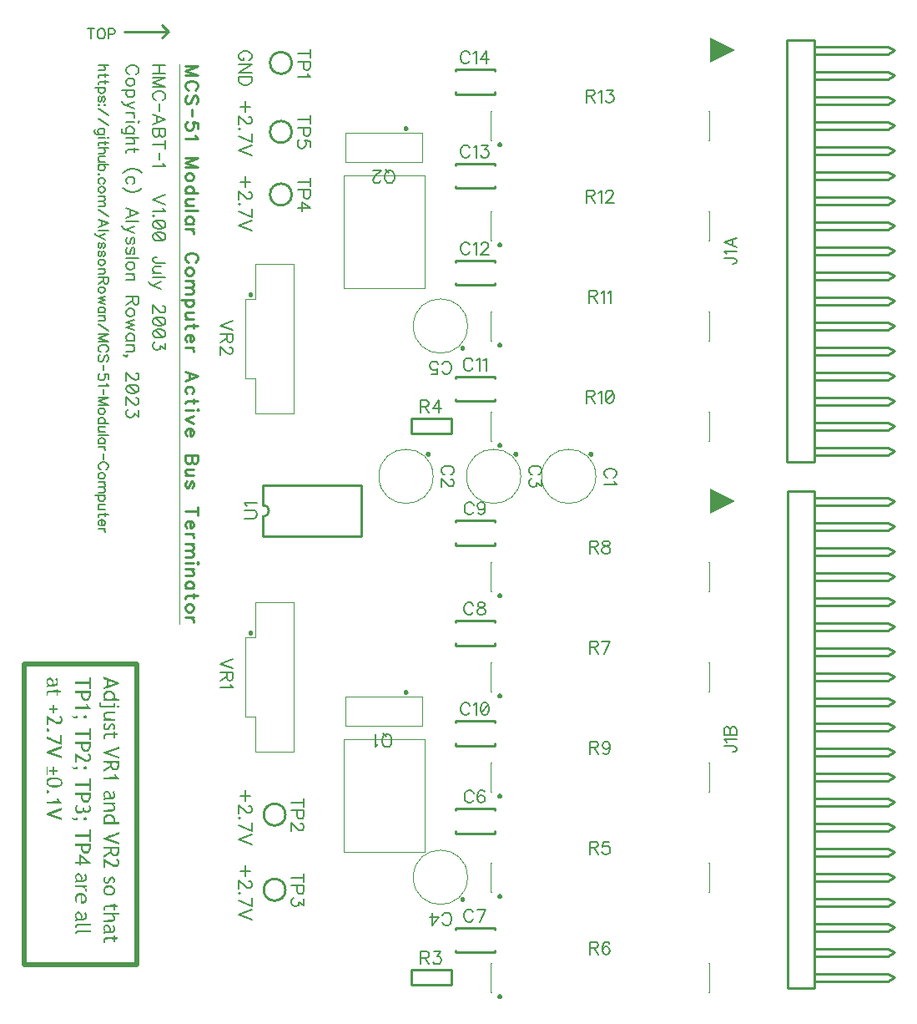
<source format=gbr>
G04 DipTrace 4.3.0.5*
G04 TopSilk.gbr*
%MOMM*%
G04 #@! TF.FileFunction,Legend,Top*
G04 #@! TF.Part,Single*
%ADD10C,0.25*%
%ADD13C,0.12*%
%ADD20C,0.1*%
%ADD21C,0.5*%
%ADD85C,0.19608*%
%ADD86C,0.15686*%
%ADD87C,0.27778*%
%FSLAX35Y35*%
G04*
G71*
G90*
G75*
G01*
G04 TopSilk*
%LPD*%
X-2624500Y381000D2*
D13*
G02X-2624500Y381000I275000J0D01*
G01*
G36*
X-2124650Y630869D2*
X-2121387Y630655D1*
X-2118180Y630017D1*
X-2115083Y628966D1*
X-2112150Y627520D1*
X-2109431Y625704D1*
X-2106972Y623547D1*
X-2104816Y621089D1*
X-2102999Y618370D1*
X-2101552Y615437D1*
X-2100501Y612341D1*
X-2099863Y609133D1*
X-2099649Y605870D1*
X-2099863Y602607D1*
X-2100501Y599400D1*
X-2101552Y596303D1*
X-2102998Y593370D1*
X-2104815Y590651D1*
X-2106971Y588192D1*
X-2109429Y586036D1*
X-2112148Y584219D1*
X-2115081Y582772D1*
X-2118178Y581721D1*
X-2121385Y581083D1*
X-2124648Y580869D1*
D1*
X-2127911Y581083D1*
X-2131119Y581721D1*
X-2134215Y582772D1*
X-2137148Y584218D1*
X-2139867Y586035D1*
X-2142326Y588191D1*
X-2144482Y590649D1*
X-2146299Y593368D1*
X-2147746Y596301D1*
X-2148797Y599398D1*
X-2149435Y602605D1*
X-2149649Y605868D1*
X-2149435Y609131D1*
X-2148797Y612339D1*
X-2147746Y615435D1*
X-2146300Y618368D1*
X-2144484Y621087D1*
X-2142327Y623546D1*
X-2139869Y625702D1*
X-2137150Y627519D1*
X-2134217Y628966D1*
X-2131121Y630017D1*
X-2127913Y630655D1*
X-2124650Y630869D1*
D1*
G37*
X-4275500Y381000D2*
D13*
G02X-4275500Y381000I275000J0D01*
G01*
G36*
X-3775646Y630866D2*
X-3772383Y630652D1*
X-3769176Y630014D1*
X-3766079Y628963D1*
X-3763146Y627517D1*
X-3760427Y625700D1*
X-3757969Y623544D1*
X-3755812Y621085D1*
X-3753995Y618366D1*
X-3752549Y615433D1*
X-3751498Y612337D1*
X-3750860Y609130D1*
X-3750646Y605866D1*
X-3750860Y602603D1*
X-3751497Y599396D1*
X-3752549Y596299D1*
X-3753995Y593366D1*
X-3755812Y590647D1*
X-3757968Y588189D1*
X-3760426Y586032D1*
X-3763145Y584215D1*
X-3766078Y582769D1*
X-3769175Y581718D1*
X-3772382Y581080D1*
X-3775645Y580866D1*
D1*
X-3778908Y581080D1*
X-3782116Y581717D1*
X-3785212Y582769D1*
X-3788145Y584215D1*
X-3790864Y586032D1*
X-3793323Y588188D1*
X-3795479Y590646D1*
X-3797296Y593365D1*
X-3798743Y596298D1*
X-3799794Y599395D1*
X-3800432Y602602D1*
X-3800646Y605865D1*
X-3800432Y609128D1*
X-3799794Y612336D1*
X-3798743Y615432D1*
X-3797297Y618365D1*
X-3795480Y621084D1*
X-3793324Y623543D1*
X-3790865Y625699D1*
X-3788146Y627516D1*
X-3785213Y628963D1*
X-3782117Y630014D1*
X-3778910Y630652D1*
X-3775646Y630866D1*
D1*
G37*
X-3386500Y381000D2*
D13*
G02X-3386500Y381000I275000J0D01*
G01*
G36*
X-2886640Y630860D2*
X-2883377Y630646D1*
X-2880170Y630008D1*
X-2877073Y628957D1*
X-2874140Y627511D1*
X-2871421Y625694D1*
X-2868962Y623538D1*
X-2866806Y621079D1*
X-2864989Y618360D1*
X-2863543Y615427D1*
X-2862492Y612330D1*
X-2861854Y609123D1*
X-2861640Y605860D1*
X-2861854Y602597D1*
X-2862492Y599390D1*
X-2863543Y596293D1*
X-2864989Y593360D1*
X-2866806Y590641D1*
X-2868962Y588182D1*
X-2871421Y586026D1*
X-2874140Y584209D1*
X-2877073Y582763D1*
X-2880170Y581712D1*
X-2883377Y581074D1*
X-2886640Y580860D1*
D1*
X-2889903Y581074D1*
X-2893110Y581712D1*
X-2896207Y582763D1*
X-2899140Y584209D1*
X-2901859Y586026D1*
X-2904318Y588182D1*
X-2906474Y590641D1*
X-2908291Y593360D1*
X-2909737Y596293D1*
X-2910788Y599390D1*
X-2911426Y602597D1*
X-2911640Y605860D1*
X-2911426Y609123D1*
X-2910788Y612330D1*
X-2909737Y615427D1*
X-2908291Y618360D1*
X-2906474Y621079D1*
X-2904318Y623538D1*
X-2901859Y625694D1*
X-2899140Y627511D1*
X-2896207Y628957D1*
X-2893110Y630008D1*
X-2889903Y630646D1*
X-2886640Y630860D1*
D1*
G37*
X-3926250Y-3683000D2*
D13*
G02X-3926250Y-3683000I275000J0D01*
G01*
G36*
X-3401382Y-3907851D2*
X-3401595Y-3911114D1*
X-3402233Y-3914321D1*
X-3403284Y-3917418D1*
X-3404731Y-3920351D1*
X-3406547Y-3923070D1*
X-3408703Y-3925529D1*
X-3411162Y-3927685D1*
X-3413881Y-3929502D1*
X-3416814Y-3930948D1*
X-3419910Y-3932000D1*
X-3423118Y-3932638D1*
X-3426381Y-3932852D1*
X-3429644Y-3932638D1*
X-3432851Y-3932000D1*
X-3435948Y-3930949D1*
X-3438881Y-3929503D1*
X-3441600Y-3927686D1*
X-3444059Y-3925530D1*
X-3446215Y-3923072D1*
X-3448032Y-3920353D1*
X-3449478Y-3917420D1*
X-3450530Y-3914323D1*
X-3451168Y-3911116D1*
X-3451382Y-3907853D1*
D1*
X-3451168Y-3904589D1*
X-3450530Y-3901382D1*
X-3449479Y-3898286D1*
X-3448033Y-3895353D1*
X-3446216Y-3892633D1*
X-3444060Y-3890175D1*
X-3441602Y-3888018D1*
X-3438883Y-3886202D1*
X-3435950Y-3884755D1*
X-3432853Y-3883704D1*
X-3429646Y-3883066D1*
X-3426383Y-3882852D1*
X-3423119Y-3883065D1*
X-3419912Y-3883703D1*
X-3416816Y-3884754D1*
X-3413883Y-3886201D1*
X-3411163Y-3888017D1*
X-3408705Y-3890173D1*
X-3406548Y-3892632D1*
X-3404732Y-3895351D1*
X-3403285Y-3898284D1*
X-3402234Y-3901380D1*
X-3401596Y-3904588D1*
X-3401382Y-3907851D1*
D1*
G37*
X-3926250Y1905000D2*
D13*
G02X-3926250Y1905000I275000J0D01*
G01*
G36*
X-3401385Y1680146D2*
X-3401599Y1676882D1*
X-3402237Y1673675D1*
X-3403288Y1670578D1*
X-3404734Y1667645D1*
X-3406551Y1664926D1*
X-3408707Y1662468D1*
X-3411166Y1660311D1*
X-3413885Y1658495D1*
X-3416817Y1657048D1*
X-3419914Y1655997D1*
X-3423121Y1655359D1*
X-3426384Y1655145D1*
X-3429648Y1655359D1*
X-3432855Y1655997D1*
X-3435952Y1657048D1*
X-3438885Y1658494D1*
X-3441604Y1660311D1*
X-3444062Y1662467D1*
X-3446219Y1664925D1*
X-3448035Y1667644D1*
X-3449482Y1670577D1*
X-3450533Y1673674D1*
X-3451171Y1676881D1*
X-3451385Y1680144D1*
D1*
X-3451171Y1683408D1*
X-3450533Y1686615D1*
X-3449482Y1689712D1*
X-3448036Y1692644D1*
X-3446219Y1695364D1*
X-3444063Y1697822D1*
X-3441605Y1699978D1*
X-3438886Y1701795D1*
X-3435953Y1703242D1*
X-3432856Y1704293D1*
X-3429649Y1704931D1*
X-3426386Y1705145D1*
X-3423122Y1704931D1*
X-3419915Y1704293D1*
X-3416818Y1703242D1*
X-3413886Y1701796D1*
X-3411166Y1699979D1*
X-3408708Y1697823D1*
X-3406552Y1695364D1*
X-3404735Y1692645D1*
X-3403288Y1689713D1*
X-3402237Y1686616D1*
X-3401599Y1683409D1*
X-3401385Y1680146D1*
D1*
G37*
X-3501880Y-3236500D2*
D10*
Y-3218500D1*
Y-3004500D2*
Y-2986500D1*
X-3102120Y-3004500D2*
Y-2986500D1*
Y-3236500D2*
Y-3218500D1*
X-3501880Y-2986500D2*
X-3102120D1*
X-3501880Y-3236500D2*
X-3102120D1*
X-3501880Y-4443000D2*
Y-4425000D1*
Y-4211000D2*
Y-4193000D1*
X-3102120Y-4211000D2*
Y-4193000D1*
Y-4443000D2*
Y-4425000D1*
X-3501880Y-4193000D2*
X-3102120D1*
X-3501880Y-4443000D2*
X-3102120D1*
X-3501880Y-1331500D2*
Y-1313500D1*
Y-1099500D2*
Y-1081500D1*
X-3102120Y-1099500D2*
Y-1081500D1*
Y-1331500D2*
Y-1313500D1*
X-3501880Y-1081500D2*
X-3102120D1*
X-3501880Y-1331500D2*
X-3102120D1*
X-3501880Y-315500D2*
Y-297500D1*
Y-83500D2*
Y-65500D1*
X-3102120Y-83500D2*
Y-65500D1*
Y-315500D2*
Y-297500D1*
X-3501880Y-65500D2*
X-3102120D1*
X-3501880Y-315500D2*
X-3102120D1*
X-3501880Y-2347500D2*
Y-2329500D1*
Y-2115500D2*
Y-2097500D1*
X-3102120Y-2115500D2*
Y-2097500D1*
Y-2347500D2*
Y-2329500D1*
X-3501880Y-2097500D2*
X-3102120D1*
X-3501880Y-2347500D2*
X-3102120D1*
X-3501880Y1145000D2*
Y1163000D1*
Y1377000D2*
Y1395000D1*
X-3102120Y1377000D2*
Y1395000D1*
Y1145000D2*
Y1163000D1*
X-3501880Y1395000D2*
X-3102120D1*
X-3501880Y1145000D2*
X-3102120D1*
X-3501880Y2319750D2*
Y2337750D1*
Y2551750D2*
Y2569750D1*
X-3102120Y2551750D2*
Y2569750D1*
Y2319750D2*
Y2337750D1*
X-3501880Y2569750D2*
X-3102120D1*
X-3501880Y2319750D2*
X-3102120D1*
X-3501880Y3304000D2*
Y3322000D1*
Y3536000D2*
Y3554000D1*
X-3102120Y3536000D2*
Y3554000D1*
Y3304000D2*
Y3322000D1*
X-3501880Y3554000D2*
X-3102120D1*
X-3501880Y3304000D2*
X-3102120D1*
X-3501880Y4256500D2*
Y4274500D1*
Y4488500D2*
Y4506500D1*
X-3102120Y4488500D2*
Y4506500D1*
Y4256500D2*
Y4274500D1*
X-3501880Y4506500D2*
X-3102120D1*
X-3501880Y4256500D2*
X-3102120D1*
X145477Y594793D2*
X885467D1*
X145477Y675200D2*
X885467D1*
Y594793D2*
X952500Y634997D1*
X885467Y675200D2*
X952500Y634997D1*
X-132517Y528500D2*
X145477D1*
Y4805500D1*
X-132517D1*
Y528500D1*
X145477Y849273D2*
X885467D1*
X145477Y928827D2*
X885467D1*
Y849273D2*
X952500Y889050D1*
X885467Y928827D2*
X952500Y889050D1*
X145477Y1102900D2*
X885467D1*
X145477Y1182880D2*
X885467D1*
Y1102900D2*
X952500Y1142677D1*
X885467Y1182880D2*
X952500Y1142677D1*
X145477Y1356953D2*
X885467D1*
X145477Y1436933D2*
X885467D1*
Y1356953D2*
X952500Y1397160D1*
X885467Y1436933D2*
X952500Y1397160D1*
X145477Y1611010D2*
X885467D1*
X145477Y1690990D2*
X885467D1*
Y1611010D2*
X952500Y1650783D1*
X885467Y1690990D2*
X952500Y1650783D1*
X145477Y1865063D2*
X885467D1*
X145477Y1945043D2*
X885467D1*
Y1865063D2*
X952500Y1904840D1*
X885467Y1945043D2*
X952500Y1904840D1*
X145477Y2119117D2*
X885467D1*
X145477Y2199097D2*
X885467D1*
Y2119117D2*
X952500Y2158893D1*
X885467Y2199097D2*
X952500Y2158893D1*
X145477Y2372743D2*
X885467D1*
X145477Y2452723D2*
X885467D1*
Y2372743D2*
X952500Y2412947D1*
X885467Y2452723D2*
X952500Y2412947D1*
X145477Y2626797D2*
X885467D1*
X145477Y2707203D2*
X885467D1*
Y2626797D2*
X952500Y2667000D1*
X885467Y2707203D2*
X952500Y2667000D1*
X145477Y2881277D2*
X885467D1*
X145477Y2961257D2*
X885467D1*
Y2881277D2*
X952500Y2921053D1*
X885467Y2961257D2*
X952500Y2921053D1*
X145477Y3134903D2*
X885467D1*
X145477Y3214883D2*
X885467D1*
Y3134903D2*
X952500Y3174680D1*
X885467Y3214883D2*
X952500Y3174680D1*
X145477Y3388957D2*
X885467D1*
X145477Y3468937D2*
X885467D1*
Y3388957D2*
X952500Y3429160D1*
X885467Y3468937D2*
X952500Y3429160D1*
X145477Y3643010D2*
X885467D1*
X145477Y3722990D2*
X885467D1*
Y3643010D2*
X952500Y3683217D1*
X885467Y3722990D2*
X952500Y3683217D1*
X145477Y3897067D2*
X885467D1*
X145477Y3977047D2*
X885467D1*
Y3897067D2*
X952500Y3936840D1*
X885467Y3977047D2*
X952500Y3936840D1*
X145477Y4151120D2*
X885467D1*
X145477Y4231100D2*
X885467D1*
Y4151120D2*
X952500Y4190897D1*
X885467Y4231100D2*
X952500Y4190897D1*
X145477Y4405173D2*
X885467D1*
X145477Y4484727D2*
X885467D1*
Y4405173D2*
X952500Y4444950D1*
X885467Y4484727D2*
X952500Y4444950D1*
X145477Y4658800D2*
X885467D1*
X145477Y4739207D2*
X885467D1*
Y4658800D2*
X952500Y4699003D1*
X885467Y4739207D2*
X952500Y4699003D1*
X145977Y-4738987D2*
X885967D1*
X145977Y-4658867D2*
X885967D1*
Y-4738987D2*
X953000Y-4699177D1*
X885967Y-4658867D2*
X953000Y-4699177D1*
X-132017Y-4805500D2*
X145977D1*
Y233500D1*
X-132017D1*
Y-4805500D1*
X145977Y-4485020D2*
X885967D1*
X145977Y-4404900D2*
X885967D1*
Y-4485020D2*
X953000Y-4445210D1*
X885967Y-4404900D2*
X953000Y-4445210D1*
X145977Y-4231053D2*
X885967D1*
X145977Y-4150933D2*
X885967D1*
Y-4231053D2*
X953000Y-4191247D1*
X885967Y-4150933D2*
X953000Y-4191247D1*
X145977Y-3977090D2*
X885967D1*
X145977Y-3896967D2*
X885967D1*
Y-3977090D2*
X953000Y-3936777D1*
X885967Y-3896967D2*
X953000Y-3936777D1*
X145977Y-3723123D2*
X885967D1*
X145977Y-3643003D2*
X885967D1*
Y-3723123D2*
X953000Y-3682810D1*
X885967Y-3643003D2*
X953000Y-3682810D1*
X145977Y-3469157D2*
X885967D1*
X145977Y-3389037D2*
X885967D1*
Y-3469157D2*
X953000Y-3428847D1*
X885967Y-3389037D2*
X953000Y-3428847D1*
X145977Y-3215190D2*
X885967D1*
X145977Y-3135070D2*
X885967D1*
Y-3215190D2*
X953000Y-3174880D1*
X885967Y-3135070D2*
X953000Y-3174880D1*
X145977Y-2961227D2*
X885967D1*
X145977Y-2881107D2*
X885967D1*
Y-2961227D2*
X953000Y-2920913D1*
X885967Y-2881107D2*
X953000Y-2920913D1*
X145977Y-2707260D2*
X885967D1*
X145977Y-2626637D2*
X885967D1*
Y-2707260D2*
X953000Y-2666950D1*
X885967Y-2626637D2*
X953000Y-2666950D1*
X145977Y-2453293D2*
X885967D1*
X145977Y-2372670D2*
X885967D1*
Y-2453293D2*
X953000Y-2412983D1*
X885967Y-2372670D2*
X953000Y-2412983D1*
X145977Y-2199330D2*
X885967D1*
X145977Y-2118707D2*
X885967D1*
Y-2199330D2*
X953000Y-2159017D1*
X885967Y-2118707D2*
X953000Y-2159017D1*
X145977Y-1945363D2*
X885967D1*
X145977Y-1864740D2*
X885967D1*
Y-1945363D2*
X953000Y-1905050D1*
X885967Y-1864740D2*
X953000Y-1905050D1*
X145977Y-1690893D2*
X885967D1*
X145977Y-1610773D2*
X885967D1*
Y-1690893D2*
X953000Y-1651087D1*
X885967Y-1610773D2*
X953000Y-1651087D1*
X145977Y-1436930D2*
X885967D1*
X145977Y-1356810D2*
X885967D1*
Y-1436930D2*
X953000Y-1397120D1*
X885967Y-1356810D2*
X953000Y-1397120D1*
X145977Y-1182963D2*
X885967D1*
X145977Y-1102843D2*
X885967D1*
Y-1182963D2*
X953000Y-1143153D1*
X885967Y-1102843D2*
X953000Y-1143153D1*
X145977Y-928997D2*
X885967D1*
X145977Y-848877D2*
X885967D1*
Y-928997D2*
X953000Y-889190D1*
X885967Y-848877D2*
X953000Y-889190D1*
X145977Y-675033D2*
X885967D1*
X145977Y-594910D2*
X885967D1*
Y-675033D2*
X953000Y-635223D1*
X885967Y-594910D2*
X953000Y-635223D1*
X145977Y-421067D2*
X885967D1*
X145977Y-340947D2*
X885967D1*
Y-421067D2*
X953000Y-380753D1*
X885967Y-340947D2*
X953000Y-380753D1*
X145977Y-167100D2*
X885967D1*
X145977Y-86980D2*
X885967D1*
Y-167100D2*
X953000Y-126790D1*
X885967Y-86980D2*
X953000Y-126790D1*
X145977Y86867D2*
X885967D1*
X145977Y166987D2*
X885967D1*
Y86867D2*
X953000Y127177D1*
X885967Y166987D2*
X953000Y127177D1*
X-3839500Y-2151500D2*
D13*
Y-1851500D1*
X-4619500D1*
Y-2151500D1*
X-3839500D1*
G36*
X-3975500Y-1808500D2*
X-3975714Y-1811763D1*
X-3976352Y-1814970D1*
X-3977403Y-1818067D1*
X-3978849Y-1821000D1*
X-3980666Y-1823719D1*
X-3982822Y-1826178D1*
X-3985281Y-1828334D1*
X-3988000Y-1830151D1*
X-3990933Y-1831597D1*
X-3994030Y-1832648D1*
X-3997237Y-1833286D1*
X-4000500Y-1833500D1*
X-4003763Y-1833286D1*
X-4006970Y-1832648D1*
X-4010067Y-1831597D1*
X-4013000Y-1830151D1*
X-4015719Y-1828334D1*
X-4018178Y-1826178D1*
X-4020334Y-1823719D1*
X-4022151Y-1821000D1*
X-4023597Y-1818067D1*
X-4024648Y-1814970D1*
X-4025286Y-1811763D1*
X-4025500Y-1808500D1*
D1*
X-4025286Y-1805237D1*
X-4024648Y-1802030D1*
X-4023597Y-1798933D1*
X-4022151Y-1796000D1*
X-4020334Y-1793281D1*
X-4018178Y-1790822D1*
X-4015719Y-1788666D1*
X-4013000Y-1786849D1*
X-4010067Y-1785403D1*
X-4006970Y-1784352D1*
X-4003763Y-1783714D1*
X-4000500Y-1783500D1*
X-3997237Y-1783714D1*
X-3994030Y-1784352D1*
X-3990933Y-1785403D1*
X-3988000Y-1786849D1*
X-3985281Y-1788666D1*
X-3982822Y-1790822D1*
X-3980666Y-1793281D1*
X-3978849Y-1796000D1*
X-3977403Y-1798933D1*
X-3976352Y-1802030D1*
X-3975714Y-1805237D1*
X-3975500Y-1808500D1*
D1*
G37*
X-3839500Y3563500D2*
D13*
Y3863500D1*
X-4619500D1*
Y3563500D1*
X-3839500D1*
G36*
X-3975500Y3906500D2*
X-3975714Y3903237D1*
X-3976352Y3900030D1*
X-3977403Y3896933D1*
X-3978849Y3894000D1*
X-3980666Y3891281D1*
X-3982822Y3888822D1*
X-3985281Y3886666D1*
X-3988000Y3884849D1*
X-3990933Y3883403D1*
X-3994030Y3882352D1*
X-3997237Y3881714D1*
X-4000500Y3881500D1*
X-4003763Y3881714D1*
X-4006970Y3882352D1*
X-4010067Y3883403D1*
X-4013000Y3884849D1*
X-4015719Y3886666D1*
X-4018178Y3888822D1*
X-4020334Y3891281D1*
X-4022151Y3894000D1*
X-4023597Y3896933D1*
X-4024648Y3900030D1*
X-4025286Y3903237D1*
X-4025500Y3906500D1*
D1*
X-4025286Y3909763D1*
X-4024648Y3912970D1*
X-4023597Y3916067D1*
X-4022151Y3919000D1*
X-4020334Y3921719D1*
X-4018178Y3924178D1*
X-4015719Y3926334D1*
X-4013000Y3928151D1*
X-4010067Y3929597D1*
X-4006970Y3930648D1*
X-4003763Y3931286D1*
X-4000500Y3931500D1*
X-3997237Y3931286D1*
X-3994030Y3930648D1*
X-3990933Y3929597D1*
X-3988000Y3928151D1*
X-3985281Y3926334D1*
X-3982822Y3924178D1*
X-3980666Y3921719D1*
X-3978849Y3919000D1*
X-3977403Y3916067D1*
X-3976352Y3912970D1*
X-3975714Y3909763D1*
X-3975500Y3906500D1*
D1*
G37*
X-3542920Y-4775200D2*
D10*
Y-4622800D1*
X-3950080Y-4775200D2*
X-3542920D1*
X-3950080D2*
Y-4622800D1*
X-3542920D1*
X-3542918Y812806D2*
X-3542922Y965206D1*
X-3950078Y812794D2*
X-3542918Y812806D1*
X-3950078Y812794D2*
X-3950082Y965194D1*
X-3542922Y965206D1*
X-3132005Y-3533032D2*
D13*
X-3144005Y-3533033D1*
X-3143996Y-3833033D1*
X-3131996Y-3833032D1*
X-932005Y-3532968D2*
X-920005Y-3532967D1*
X-919996Y-3832967D1*
X-931996Y-3832968D1*
G36*
X-3072995Y-3876031D2*
X-3072781Y-3872767D1*
X-3072143Y-3869560D1*
X-3071092Y-3866463D1*
X-3069646Y-3863530D1*
X-3067829Y-3860811D1*
X-3065673Y-3858353D1*
X-3063215Y-3856196D1*
X-3060496Y-3854380D1*
X-3057563Y-3852933D1*
X-3054466Y-3851882D1*
X-3051259Y-3851244D1*
X-3047996Y-3851030D1*
X-3044733Y-3851244D1*
X-3041525Y-3851882D1*
X-3038429Y-3852933D1*
X-3035496Y-3854379D1*
X-3032777Y-3856196D1*
X-3030318Y-3858352D1*
X-3028162Y-3860810D1*
X-3026345Y-3863529D1*
X-3024898Y-3866462D1*
X-3023847Y-3869559D1*
X-3023209Y-3872766D1*
X-3022995Y-3876029D1*
D1*
X-3023209Y-3879292D1*
X-3023847Y-3882500D1*
X-3024898Y-3885596D1*
X-3026344Y-3888529D1*
X-3028161Y-3891248D1*
X-3030317Y-3893707D1*
X-3032775Y-3895863D1*
X-3035494Y-3897680D1*
X-3038427Y-3899127D1*
X-3041524Y-3900178D1*
X-3044731Y-3900816D1*
X-3047994Y-3901030D1*
X-3051257Y-3900816D1*
X-3054465Y-3900178D1*
X-3057561Y-3899127D1*
X-3060494Y-3897681D1*
X-3063213Y-3895864D1*
X-3065672Y-3893708D1*
X-3067828Y-3891249D1*
X-3069645Y-3888530D1*
X-3071092Y-3885598D1*
X-3072143Y-3882501D1*
X-3072781Y-3879294D1*
X-3072995Y-3876031D1*
D1*
G37*
X-3132000Y-4549000D2*
D13*
X-3144000D1*
Y-4849000D1*
X-3132000D1*
X-932000Y-4549000D2*
X-920000D1*
Y-4849000D1*
X-932000D1*
G36*
X-3073000Y-4892000D2*
X-3072786Y-4888737D1*
X-3072148Y-4885530D1*
X-3071097Y-4882433D1*
X-3069651Y-4879500D1*
X-3067834Y-4876781D1*
X-3065678Y-4874322D1*
X-3063219Y-4872166D1*
X-3060500Y-4870349D1*
X-3057567Y-4868903D1*
X-3054470Y-4867852D1*
X-3051263Y-4867214D1*
X-3048000Y-4867000D1*
X-3044737Y-4867214D1*
X-3041530Y-4867852D1*
X-3038433Y-4868903D1*
X-3035500Y-4870349D1*
X-3032781Y-4872166D1*
X-3030322Y-4874322D1*
X-3028166Y-4876781D1*
X-3026349Y-4879500D1*
X-3024903Y-4882433D1*
X-3023852Y-4885530D1*
X-3023214Y-4888737D1*
X-3023000Y-4892000D1*
D1*
X-3023214Y-4895263D1*
X-3023852Y-4898470D1*
X-3024903Y-4901567D1*
X-3026349Y-4904500D1*
X-3028166Y-4907219D1*
X-3030322Y-4909678D1*
X-3032781Y-4911834D1*
X-3035500Y-4913651D1*
X-3038433Y-4915097D1*
X-3041530Y-4916148D1*
X-3044737Y-4916786D1*
X-3048000Y-4917000D1*
X-3051263Y-4916786D1*
X-3054470Y-4916148D1*
X-3057567Y-4915097D1*
X-3060500Y-4913651D1*
X-3063219Y-4911834D1*
X-3065678Y-4909678D1*
X-3067834Y-4907219D1*
X-3069651Y-4904500D1*
X-3071097Y-4901567D1*
X-3072148Y-4898470D1*
X-3072786Y-4895263D1*
X-3073000Y-4892000D1*
D1*
G37*
X-3132005Y-1501032D2*
D13*
X-3144005Y-1501033D1*
X-3143996Y-1801033D1*
X-3131996Y-1801032D1*
X-932005Y-1500968D2*
X-920005Y-1500967D1*
X-919996Y-1800967D1*
X-931996Y-1800968D1*
G36*
X-3072995Y-1844031D2*
X-3072781Y-1840767D1*
X-3072143Y-1837560D1*
X-3071092Y-1834463D1*
X-3069646Y-1831530D1*
X-3067829Y-1828811D1*
X-3065673Y-1826353D1*
X-3063215Y-1824196D1*
X-3060496Y-1822380D1*
X-3057563Y-1820933D1*
X-3054466Y-1819882D1*
X-3051259Y-1819244D1*
X-3047996Y-1819030D1*
X-3044733Y-1819244D1*
X-3041525Y-1819882D1*
X-3038429Y-1820933D1*
X-3035496Y-1822379D1*
X-3032777Y-1824196D1*
X-3030318Y-1826352D1*
X-3028162Y-1828810D1*
X-3026345Y-1831529D1*
X-3024898Y-1834462D1*
X-3023847Y-1837559D1*
X-3023209Y-1840766D1*
X-3022995Y-1844029D1*
D1*
X-3023209Y-1847292D1*
X-3023847Y-1850500D1*
X-3024898Y-1853596D1*
X-3026344Y-1856529D1*
X-3028161Y-1859248D1*
X-3030317Y-1861707D1*
X-3032775Y-1863863D1*
X-3035494Y-1865680D1*
X-3038427Y-1867127D1*
X-3041524Y-1868178D1*
X-3044731Y-1868816D1*
X-3047994Y-1869030D1*
X-3051257Y-1868816D1*
X-3054465Y-1868178D1*
X-3057561Y-1867127D1*
X-3060494Y-1865681D1*
X-3063213Y-1863864D1*
X-3065672Y-1861708D1*
X-3067828Y-1859249D1*
X-3069645Y-1856530D1*
X-3071092Y-1853598D1*
X-3072143Y-1850501D1*
X-3072781Y-1847294D1*
X-3072995Y-1844031D1*
D1*
G37*
X-3132005Y-485032D2*
D13*
X-3144005Y-485033D1*
X-3143996Y-785033D1*
X-3131996Y-785032D1*
X-932005Y-484968D2*
X-920005Y-484967D1*
X-919996Y-784967D1*
X-931996Y-784968D1*
G36*
X-3072995Y-828031D2*
X-3072781Y-824767D1*
X-3072143Y-821560D1*
X-3071092Y-818463D1*
X-3069646Y-815530D1*
X-3067829Y-812811D1*
X-3065673Y-810353D1*
X-3063215Y-808196D1*
X-3060496Y-806380D1*
X-3057563Y-804933D1*
X-3054466Y-803882D1*
X-3051259Y-803244D1*
X-3047996Y-803030D1*
X-3044733Y-803244D1*
X-3041525Y-803882D1*
X-3038429Y-804933D1*
X-3035496Y-806379D1*
X-3032777Y-808196D1*
X-3030318Y-810352D1*
X-3028162Y-812810D1*
X-3026345Y-815529D1*
X-3024898Y-818462D1*
X-3023847Y-821559D1*
X-3023209Y-824766D1*
X-3022995Y-828029D1*
D1*
X-3023209Y-831292D1*
X-3023847Y-834500D1*
X-3024898Y-837596D1*
X-3026344Y-840529D1*
X-3028161Y-843248D1*
X-3030317Y-845707D1*
X-3032775Y-847863D1*
X-3035494Y-849680D1*
X-3038427Y-851127D1*
X-3041524Y-852178D1*
X-3044731Y-852816D1*
X-3047994Y-853030D1*
X-3051257Y-852816D1*
X-3054465Y-852178D1*
X-3057561Y-851127D1*
X-3060494Y-849681D1*
X-3063213Y-847864D1*
X-3065672Y-845708D1*
X-3067828Y-843249D1*
X-3069645Y-840530D1*
X-3071092Y-837598D1*
X-3072143Y-834501D1*
X-3072781Y-831294D1*
X-3072995Y-828031D1*
D1*
G37*
X-3132000Y-2517000D2*
D13*
X-3144000D1*
Y-2817000D1*
X-3132000D1*
X-932000Y-2517000D2*
X-920000D1*
Y-2817000D1*
X-932000D1*
G36*
X-3073000Y-2860000D2*
X-3072786Y-2856737D1*
X-3072148Y-2853530D1*
X-3071097Y-2850433D1*
X-3069651Y-2847500D1*
X-3067834Y-2844781D1*
X-3065678Y-2842322D1*
X-3063219Y-2840166D1*
X-3060500Y-2838349D1*
X-3057567Y-2836903D1*
X-3054470Y-2835852D1*
X-3051263Y-2835214D1*
X-3048000Y-2835000D1*
X-3044737Y-2835214D1*
X-3041530Y-2835852D1*
X-3038433Y-2836903D1*
X-3035500Y-2838349D1*
X-3032781Y-2840166D1*
X-3030322Y-2842322D1*
X-3028166Y-2844781D1*
X-3026349Y-2847500D1*
X-3024903Y-2850433D1*
X-3023852Y-2853530D1*
X-3023214Y-2856737D1*
X-3023000Y-2860000D1*
D1*
X-3023214Y-2863263D1*
X-3023852Y-2866470D1*
X-3024903Y-2869567D1*
X-3026349Y-2872500D1*
X-3028166Y-2875219D1*
X-3030322Y-2877678D1*
X-3032781Y-2879834D1*
X-3035500Y-2881651D1*
X-3038433Y-2883097D1*
X-3041530Y-2884148D1*
X-3044737Y-2884786D1*
X-3048000Y-2885000D1*
X-3051263Y-2884786D1*
X-3054470Y-2884148D1*
X-3057567Y-2883097D1*
X-3060500Y-2881651D1*
X-3063219Y-2879834D1*
X-3065678Y-2877678D1*
X-3067834Y-2875219D1*
X-3069651Y-2872500D1*
X-3071097Y-2869567D1*
X-3072148Y-2866470D1*
X-3072786Y-2863263D1*
X-3073000Y-2860000D1*
D1*
G37*
X-3132005Y1038968D2*
D13*
X-3144005Y1038967D1*
X-3143996Y738967D1*
X-3131996Y738968D1*
X-932005Y1039032D2*
X-920005Y1039033D1*
X-919996Y739033D1*
X-931996Y739032D1*
G36*
X-3072995Y695969D2*
X-3072781Y699233D1*
X-3072143Y702440D1*
X-3071092Y705537D1*
X-3069646Y708470D1*
X-3067829Y711189D1*
X-3065673Y713647D1*
X-3063215Y715804D1*
X-3060496Y717620D1*
X-3057563Y719067D1*
X-3054466Y720118D1*
X-3051259Y720756D1*
X-3047996Y720970D1*
X-3044733Y720756D1*
X-3041525Y720118D1*
X-3038429Y719067D1*
X-3035496Y717621D1*
X-3032777Y715804D1*
X-3030318Y713648D1*
X-3028162Y711190D1*
X-3026345Y708471D1*
X-3024898Y705538D1*
X-3023847Y702441D1*
X-3023209Y699234D1*
X-3022995Y695971D1*
D1*
X-3023209Y692708D1*
X-3023847Y689500D1*
X-3024898Y686404D1*
X-3026344Y683471D1*
X-3028161Y680752D1*
X-3030317Y678293D1*
X-3032775Y676137D1*
X-3035494Y674320D1*
X-3038427Y672873D1*
X-3041524Y671822D1*
X-3044731Y671184D1*
X-3047994Y670970D1*
X-3051257Y671184D1*
X-3054465Y671822D1*
X-3057561Y672873D1*
X-3060494Y674319D1*
X-3063213Y676136D1*
X-3065672Y678292D1*
X-3067828Y680751D1*
X-3069645Y683470D1*
X-3071092Y686402D1*
X-3072143Y689499D1*
X-3072781Y692706D1*
X-3072995Y695969D1*
D1*
G37*
X-3132000Y2055000D2*
D13*
X-3144000D1*
Y1755000D1*
X-3132000D1*
X-932000Y2055000D2*
X-920000D1*
Y1755000D1*
X-932000D1*
G36*
X-3073000Y1712000D2*
X-3072786Y1715263D1*
X-3072148Y1718470D1*
X-3071097Y1721567D1*
X-3069651Y1724500D1*
X-3067834Y1727219D1*
X-3065678Y1729678D1*
X-3063219Y1731834D1*
X-3060500Y1733651D1*
X-3057567Y1735097D1*
X-3054470Y1736148D1*
X-3051263Y1736786D1*
X-3048000Y1737000D1*
X-3044737Y1736786D1*
X-3041530Y1736148D1*
X-3038433Y1735097D1*
X-3035500Y1733651D1*
X-3032781Y1731834D1*
X-3030322Y1729678D1*
X-3028166Y1727219D1*
X-3026349Y1724500D1*
X-3024903Y1721567D1*
X-3023852Y1718470D1*
X-3023214Y1715263D1*
X-3023000Y1712000D1*
D1*
X-3023214Y1708737D1*
X-3023852Y1705530D1*
X-3024903Y1702433D1*
X-3026349Y1699500D1*
X-3028166Y1696781D1*
X-3030322Y1694322D1*
X-3032781Y1692166D1*
X-3035500Y1690349D1*
X-3038433Y1688903D1*
X-3041530Y1687852D1*
X-3044737Y1687214D1*
X-3048000Y1687000D1*
X-3051263Y1687214D1*
X-3054470Y1687852D1*
X-3057567Y1688903D1*
X-3060500Y1690349D1*
X-3063219Y1692166D1*
X-3065678Y1694322D1*
X-3067834Y1696781D1*
X-3069651Y1699500D1*
X-3071097Y1702433D1*
X-3072148Y1705530D1*
X-3072786Y1708737D1*
X-3073000Y1712000D1*
D1*
G37*
X-3132000Y3071000D2*
D13*
X-3144000D1*
Y2771000D1*
X-3132000D1*
X-932000Y3071000D2*
X-920000D1*
Y2771000D1*
X-932000D1*
G36*
X-3073000Y2728000D2*
X-3072786Y2731263D1*
X-3072148Y2734470D1*
X-3071097Y2737567D1*
X-3069651Y2740500D1*
X-3067834Y2743219D1*
X-3065678Y2745678D1*
X-3063219Y2747834D1*
X-3060500Y2749651D1*
X-3057567Y2751097D1*
X-3054470Y2752148D1*
X-3051263Y2752786D1*
X-3048000Y2753000D1*
X-3044737Y2752786D1*
X-3041530Y2752148D1*
X-3038433Y2751097D1*
X-3035500Y2749651D1*
X-3032781Y2747834D1*
X-3030322Y2745678D1*
X-3028166Y2743219D1*
X-3026349Y2740500D1*
X-3024903Y2737567D1*
X-3023852Y2734470D1*
X-3023214Y2731263D1*
X-3023000Y2728000D1*
D1*
X-3023214Y2724737D1*
X-3023852Y2721530D1*
X-3024903Y2718433D1*
X-3026349Y2715500D1*
X-3028166Y2712781D1*
X-3030322Y2710322D1*
X-3032781Y2708166D1*
X-3035500Y2706349D1*
X-3038433Y2704903D1*
X-3041530Y2703852D1*
X-3044737Y2703214D1*
X-3048000Y2703000D1*
X-3051263Y2703214D1*
X-3054470Y2703852D1*
X-3057567Y2704903D1*
X-3060500Y2706349D1*
X-3063219Y2708166D1*
X-3065678Y2710322D1*
X-3067834Y2712781D1*
X-3069651Y2715500D1*
X-3071097Y2718433D1*
X-3072148Y2721530D1*
X-3072786Y2724737D1*
X-3073000Y2728000D1*
D1*
G37*
X-3132005Y4086968D2*
D13*
X-3144005Y4086967D1*
X-3143996Y3786967D1*
X-3131996Y3786968D1*
X-932005Y4087032D2*
X-920005Y4087033D1*
X-919996Y3787033D1*
X-931996Y3787032D1*
G36*
X-3072995Y3743969D2*
X-3072781Y3747233D1*
X-3072143Y3750440D1*
X-3071092Y3753537D1*
X-3069646Y3756470D1*
X-3067829Y3759189D1*
X-3065673Y3761647D1*
X-3063215Y3763804D1*
X-3060496Y3765620D1*
X-3057563Y3767067D1*
X-3054466Y3768118D1*
X-3051259Y3768756D1*
X-3047996Y3768970D1*
X-3044733Y3768756D1*
X-3041525Y3768118D1*
X-3038429Y3767067D1*
X-3035496Y3765621D1*
X-3032777Y3763804D1*
X-3030318Y3761648D1*
X-3028162Y3759190D1*
X-3026345Y3756471D1*
X-3024898Y3753538D1*
X-3023847Y3750441D1*
X-3023209Y3747234D1*
X-3022995Y3743971D1*
D1*
X-3023209Y3740708D1*
X-3023847Y3737500D1*
X-3024898Y3734404D1*
X-3026344Y3731471D1*
X-3028161Y3728752D1*
X-3030317Y3726293D1*
X-3032775Y3724137D1*
X-3035494Y3722320D1*
X-3038427Y3720873D1*
X-3041524Y3719822D1*
X-3044731Y3719184D1*
X-3047994Y3718970D1*
X-3051257Y3719184D1*
X-3054465Y3719822D1*
X-3057561Y3720873D1*
X-3060494Y3722319D1*
X-3063213Y3724136D1*
X-3065672Y3726292D1*
X-3067828Y3728751D1*
X-3069645Y3731470D1*
X-3071092Y3734402D1*
X-3072143Y3737499D1*
X-3072781Y3740706D1*
X-3072995Y3743969D1*
D1*
G37*
X-5380500Y4572000D2*
D10*
G02X-5380500Y4572000I110000J0D01*
G01*
X-5444000Y-3048000D2*
G02X-5444000Y-3048000I110000J0D01*
G01*
Y-3810000D2*
G02X-5444000Y-3810000I110000J0D01*
G01*
X-5380500Y3238500D2*
G02X-5380500Y3238500I110000J0D01*
G01*
Y3873500D2*
G02X-5380500Y3873500I110000J0D01*
G01*
X-5453005Y291751D2*
X-4453005Y291769D1*
X-4452995Y-228251D2*
X-4453005Y291769D1*
X-5452995Y-228269D2*
X-4452995Y-228251D1*
X-5452995Y-228269D2*
X-5452999Y-28269D1*
X-5453005Y291751D2*
X-5453001Y91751D1*
X-5452999Y-28269D2*
G03X-5453001Y91751I-11J60010D01*
G01*
X-5634500Y-1651012D2*
D13*
X-5634512Y-1251012D1*
X-5532512Y-1251009D1*
X-5532522Y-896009D1*
X-5136522Y-895997D1*
X-5136478Y-2405997D1*
X-5532478Y-2406009D1*
X-5532488Y-2051009D1*
X-5634488Y-2051012D1*
X-5634500Y-1651012D1*
G36*
X-5601013Y-1207511D2*
X-5600799Y-1204248D1*
X-5600161Y-1201040D1*
X-5599110Y-1197944D1*
X-5597664Y-1195011D1*
X-5595847Y-1192292D1*
X-5593691Y-1189833D1*
X-5591233Y-1187677D1*
X-5588514Y-1185860D1*
X-5585581Y-1184413D1*
X-5582484Y-1183362D1*
X-5579277Y-1182724D1*
X-5576014Y-1182510D1*
X-5572751Y-1182724D1*
X-5569543Y-1183362D1*
X-5566447Y-1184413D1*
X-5563514Y-1185859D1*
X-5560795Y-1187676D1*
X-5558336Y-1189832D1*
X-5556180Y-1192290D1*
X-5554363Y-1195009D1*
X-5552916Y-1197942D1*
X-5551865Y-1201039D1*
X-5551227Y-1204246D1*
X-5551013Y-1207509D1*
D1*
X-5551227Y-1210772D1*
X-5551865Y-1213980D1*
X-5552916Y-1217076D1*
X-5554362Y-1220009D1*
X-5556179Y-1222728D1*
X-5558335Y-1225187D1*
X-5560793Y-1227343D1*
X-5563512Y-1229160D1*
X-5566445Y-1230607D1*
X-5569542Y-1231658D1*
X-5572749Y-1232296D1*
X-5576012Y-1232510D1*
X-5579275Y-1232296D1*
X-5582483Y-1231658D1*
X-5585579Y-1230607D1*
X-5588512Y-1229161D1*
X-5591231Y-1227344D1*
X-5593690Y-1225188D1*
X-5595846Y-1222730D1*
X-5597663Y-1220011D1*
X-5599110Y-1217078D1*
X-5600161Y-1213981D1*
X-5600799Y-1210774D1*
X-5601013Y-1207511D1*
D1*
G37*
X-5634500Y1778000D2*
D13*
Y2178000D1*
X-5532500D1*
Y2533000D1*
X-5136500D1*
Y1023000D1*
X-5532500D1*
Y1378000D1*
X-5634500D1*
Y1778000D1*
G36*
X-5601000Y2221500D2*
X-5600786Y2224763D1*
X-5600148Y2227970D1*
X-5599097Y2231067D1*
X-5597651Y2234000D1*
X-5595834Y2236719D1*
X-5593678Y2239178D1*
X-5591219Y2241334D1*
X-5588500Y2243151D1*
X-5585567Y2244597D1*
X-5582470Y2245648D1*
X-5579263Y2246286D1*
X-5576000Y2246500D1*
X-5572737Y2246286D1*
X-5569530Y2245648D1*
X-5566433Y2244597D1*
X-5563500Y2243151D1*
X-5560781Y2241334D1*
X-5558322Y2239178D1*
X-5556166Y2236719D1*
X-5554349Y2234000D1*
X-5552903Y2231067D1*
X-5551852Y2227970D1*
X-5551214Y2224763D1*
X-5551000Y2221500D1*
D1*
X-5551214Y2218237D1*
X-5551852Y2215030D1*
X-5552903Y2211933D1*
X-5554349Y2209000D1*
X-5556166Y2206281D1*
X-5558322Y2203822D1*
X-5560781Y2201666D1*
X-5563500Y2199849D1*
X-5566433Y2198403D1*
X-5569530Y2197352D1*
X-5572737Y2196714D1*
X-5576000Y2196500D1*
X-5579263Y2196714D1*
X-5582470Y2197352D1*
X-5585567Y2198403D1*
X-5588500Y2199849D1*
X-5591219Y2201666D1*
X-5593678Y2203822D1*
X-5595834Y2206281D1*
X-5597651Y2209000D1*
X-5599097Y2211933D1*
X-5600148Y2215030D1*
X-5600786Y2218237D1*
X-5601000Y2221500D1*
D1*
G37*
G36*
X-658620Y4699623D2*
X-912620Y4826623D1*
Y4572627D1*
D1*
X-658620Y4699623D1*
G37*
G36*
Y127623D2*
X-912620Y254623D1*
Y627D1*
D1*
X-658620Y127623D1*
G37*
X-6858000Y4889500D2*
D10*
X-6413500D1*
X-6477000Y4953000D1*
X-6413500Y4889500D2*
X-6477000Y4826000D1*
X-6302977Y4556620D2*
D20*
Y-1111317D1*
X-7874000Y-1524000D2*
D21*
X-6731000D1*
Y-4572000D1*
X-7874000D1*
Y-1524000D1*
X-4635500Y-2286000D2*
D20*
X-3810000D1*
Y-3429000D1*
X-4635500D1*
Y-2286000D1*
Y3429000D2*
X-3810000D1*
Y2286000D1*
X-4635500D1*
Y3429000D1*
G36*
X-7036373Y-1693000D2*
Y-1745000D1*
X-7066373Y-1755000D1*
X-7070373Y-1757000D1*
Y-1779000D1*
X-7068373D1*
X-7004373Y-1755000D1*
X-6982373Y-1747000D1*
X-6918373Y-1723000D1*
X-6910373Y-1719000D1*
Y-1715000D1*
X-6918373Y-1711000D1*
X-7068373Y-1651000D1*
X-7070373D1*
Y-1673000D1*
X-7066373Y-1675000D1*
X-7050373Y-1681000D1*
X-7038373Y-1685000D1*
X-7036373Y-1687000D1*
Y-1693000D1*
X-7022373D1*
X-7020232Y-1691806D1*
X-7018496Y-1691934D1*
X-7016373Y-1693000D1*
X-6950373Y-1715000D1*
X-6992373Y-1729000D1*
X-7014373Y-1737000D1*
X-7017040Y-1739000D1*
X-7019707D1*
X-7022373Y-1737000D1*
Y-1693000D1*
X-7036373D1*
G37*
G36*
X-7218373Y-1653000D2*
Y-1701000D1*
X-7358373Y-1703000D1*
Y-1723000D1*
X-7218373Y-1725000D1*
Y-1775000D1*
X-7200373D1*
Y-1653000D1*
X-7218373D1*
G37*
G36*
X-7646373Y-1679000D2*
X-7648373Y-1681000D1*
X-7650373Y-1689000D1*
Y-1697000D1*
X-7648373Y-1709000D1*
X-7646373Y-1715000D1*
X-7644373Y-1719000D1*
X-7638373Y-1727000D1*
X-7634373Y-1729000D1*
X-7636373Y-1731000D1*
X-7640373Y-1733000D1*
X-7646373Y-1739000D1*
X-7648373Y-1743000D1*
X-7650373Y-1753000D1*
Y-1757000D1*
X-7640373D1*
X-7639984Y-1755582D1*
X-7638373Y-1753000D1*
X-7630373Y-1749000D1*
X-7566373Y-1747000D1*
X-7558373Y-1745000D1*
X-7552373Y-1743000D1*
X-7548373Y-1741000D1*
X-7538373Y-1731000D1*
X-7534373Y-1723000D1*
X-7532373Y-1717000D1*
Y-1687000D1*
X-7536373Y-1675000D1*
X-7540373Y-1667000D1*
X-7542373Y-1665000D1*
X-7558373Y-1673000D1*
X-7552373Y-1681000D1*
X-7550373Y-1687000D1*
X-7548373Y-1689000D1*
Y-1713000D1*
X-7550373Y-1715000D1*
Y-1717000D1*
X-7556373Y-1723000D1*
X-7560373Y-1725000D1*
X-7566373Y-1727000D1*
X-7570373Y-1729000D1*
X-7574373D1*
X-7578373Y-1727000D1*
X-7576373Y-1725000D1*
Y-1695000D1*
X-7578373Y-1689000D1*
X-7584373Y-1677000D1*
X-7598373Y-1663000D1*
X-7602373Y-1661000D1*
X-7608373Y-1659000D1*
X-7624373D1*
X-7630373Y-1661000D1*
X-7634373Y-1663000D1*
X-7644373Y-1673000D1*
X-7646373Y-1677000D1*
Y-1679000D1*
X-7624373D1*
X-7619040Y-1677000D1*
X-7613707D1*
X-7608373Y-1679000D1*
X-7600373Y-1683000D1*
X-7596373Y-1687000D1*
Y-1689000D1*
X-7592373Y-1695000D1*
X-7590373Y-1703000D1*
X-7588373Y-1705000D1*
Y-1721000D1*
X-7590373Y-1723000D1*
Y-1727000D1*
X-7601040Y-1729000D1*
X-7611707D1*
X-7622373Y-1727000D1*
X-7630373Y-1719000D1*
Y-1717000D1*
X-7632373Y-1713000D1*
X-7634373Y-1705000D1*
X-7636373Y-1703000D1*
Y-1695000D1*
X-7634373Y-1693000D1*
Y-1687000D1*
X-7628373Y-1681000D1*
X-7624373Y-1679000D1*
X-7646373D1*
G37*
G36*
X-7548373Y-1775000D2*
Y-1787000D1*
X-7622373Y-1789000D1*
X-7630373Y-1791000D1*
X-7634373Y-1793000D1*
X-7646373Y-1805000D1*
X-7648373Y-1809000D1*
X-7650373Y-1817000D1*
Y-1829000D1*
X-7648373Y-1843000D1*
X-7646373Y-1847000D1*
X-7642373D1*
X-7630373Y-1845000D1*
X-7632373Y-1839000D1*
X-7634373Y-1837000D1*
Y-1821000D1*
X-7632373Y-1819000D1*
Y-1817000D1*
X-7628373Y-1813000D1*
X-7624373Y-1811000D1*
X-7618373Y-1809000D1*
X-7595040Y-1807000D1*
X-7571707D1*
X-7548373Y-1809000D1*
Y-1839000D1*
X-7534373D1*
Y-1809000D1*
X-7502373Y-1807000D1*
Y-1805000D1*
X-7504373Y-1799000D1*
X-7506373Y-1795000D1*
X-7508373Y-1789000D1*
X-7534373Y-1787000D1*
Y-1775000D1*
X-7548373D1*
G37*
G36*
X-7064373Y-1813000D2*
Y-1815000D1*
X-7068373Y-1819000D1*
X-7070373Y-1825000D1*
X-7072373Y-1835000D1*
Y-1845000D1*
X-7070373Y-1857000D1*
X-7064373Y-1869000D1*
X-7070373Y-1873000D1*
Y-1891000D1*
X-6908373D1*
Y-1873000D1*
X-6960373Y-1871000D1*
X-6959984Y-1869582D1*
X-6958373Y-1867000D1*
X-6956373Y-1863000D1*
X-6954373Y-1857000D1*
Y-1833000D1*
X-6956373Y-1827000D1*
X-6960373Y-1819000D1*
X-6964373Y-1813000D1*
X-6972373Y-1805000D1*
X-6978373Y-1801000D1*
X-6990373Y-1795000D1*
X-6996373Y-1793000D1*
X-7004373Y-1791000D1*
X-7028373D1*
X-7036373Y-1793000D1*
X-7042373Y-1795000D1*
X-7050373Y-1799000D1*
X-7064373Y-1813000D1*
X-7026373D1*
X-7017707Y-1811000D1*
X-7009040D1*
X-7000373Y-1813000D1*
X-6988373Y-1817000D1*
X-6986373Y-1819000D1*
X-6982373Y-1821000D1*
X-6974373Y-1829000D1*
Y-1831000D1*
X-6972373Y-1835000D1*
X-6970373Y-1841000D1*
X-6968373Y-1843000D1*
Y-1855000D1*
X-6970373Y-1857000D1*
X-6972373Y-1863000D1*
Y-1865000D1*
X-6978373Y-1871000D1*
X-7001707Y-1873000D1*
X-7025040D1*
X-7048373Y-1871000D1*
X-7052373Y-1867000D1*
Y-1865000D1*
X-7054373Y-1859000D1*
X-7056373Y-1857000D1*
Y-1839000D1*
X-7054373Y-1837000D1*
X-7052373Y-1831000D1*
X-7048373Y-1825000D1*
X-7040373Y-1817000D1*
X-7034373Y-1815000D1*
X-7026373Y-1813000D1*
X-7064373D1*
G37*
G36*
X-7296373Y-1817000D2*
Y-1829000D1*
X-7298373Y-1831000D1*
Y-1835000D1*
X-7296373Y-1853000D1*
X-7294373Y-1861000D1*
X-7288373Y-1873000D1*
X-7284373Y-1879000D1*
X-7280373Y-1883000D1*
X-7274373Y-1887000D1*
X-7270373Y-1889000D1*
X-7264373Y-1891000D1*
X-7256373Y-1893000D1*
X-7236373D1*
X-7228373Y-1891000D1*
X-7224373Y-1889000D1*
X-7218373Y-1885000D1*
X-7212373Y-1879000D1*
X-7204373Y-1863000D1*
X-7202373Y-1855000D1*
X-7200373Y-1845000D1*
Y-1795000D1*
X-7358373D1*
Y-1815000D1*
X-7296373Y-1817000D1*
X-7278373D1*
X-7258373Y-1815000D1*
X-7238373D1*
X-7218373Y-1817000D1*
Y-1823000D1*
X-7216373Y-1825000D1*
Y-1835000D1*
X-7218373Y-1837000D1*
X-7220373Y-1849000D1*
X-7222373Y-1857000D1*
Y-1859000D1*
X-7232373Y-1869000D1*
X-7238373Y-1871000D1*
X-7245040Y-1873000D1*
X-7251707D1*
X-7258373Y-1871000D1*
X-7266373Y-1867000D1*
X-7274373Y-1859000D1*
Y-1857000D1*
X-7276373Y-1853000D1*
X-7278373Y-1845000D1*
X-7280373Y-1843000D1*
Y-1819000D1*
X-7278373Y-1817000D1*
X-7296373D1*
G37*
G36*
X-7114373Y-1909000D2*
Y-1927000D1*
X-7112373Y-1935000D1*
X-7110373Y-1941000D1*
X-7106373Y-1949000D1*
X-7096373Y-1959000D1*
X-7088373Y-1963000D1*
X-7080373Y-1965000D1*
X-6956373D1*
Y-1923000D1*
X-6970373D1*
Y-1945000D1*
X-7007040Y-1947000D1*
X-7043707D1*
X-7080373Y-1945000D1*
X-7086373Y-1943000D1*
X-7092373Y-1937000D1*
X-7094373Y-1933000D1*
X-7096373Y-1927000D1*
X-7098373Y-1909000D1*
X-7114373D1*
G37*
G36*
X-7256373Y-1925000D2*
X-7252373Y-1929000D1*
Y-1931000D1*
X-7244373Y-1943000D1*
X-7242373Y-1947000D1*
X-7238373Y-1953000D1*
X-7358373Y-1957000D1*
Y-1977000D1*
X-7200373D1*
Y-1969000D1*
X-7204373Y-1967000D1*
X-7218373Y-1953000D1*
Y-1951000D1*
X-7226373Y-1941000D1*
X-7232373Y-1933000D1*
X-7234373Y-1929000D1*
X-7238373Y-1925000D1*
X-7256373D1*
G37*
G36*
X-7586373Y-1933000D2*
Y-1969000D1*
X-7624373Y-1971000D1*
Y-1985000D1*
X-7586373Y-1987000D1*
Y-2023000D1*
X-7572373D1*
Y-1987000D1*
X-7536373Y-1985000D1*
Y-1971000D1*
X-7572373Y-1969000D1*
Y-1933000D1*
X-7586373D1*
G37*
G36*
X-6926373Y-1941000D2*
X-6930373Y-1943000D1*
X-6934373Y-1947000D1*
Y-1959000D1*
X-6930373Y-1963000D1*
X-6926373Y-1965000D1*
X-6920373D1*
X-6916373Y-1963000D1*
X-6912373Y-1959000D1*
Y-1947000D1*
X-6916373Y-1943000D1*
X-6920373Y-1941000D1*
X-6926373D1*
G37*
G36*
X-7040373Y-2003000D2*
X-7048373Y-2005000D1*
X-7056373Y-2009000D1*
X-7062373Y-2013000D1*
X-7064373Y-2015000D1*
X-7070373Y-2027000D1*
X-7072373Y-2037000D1*
Y-2045000D1*
X-7070373Y-2053000D1*
X-7068373Y-2059000D1*
X-7066373Y-2063000D1*
X-7062373Y-2069000D1*
X-7058373Y-2073000D1*
X-7054373Y-2075000D1*
X-7070373Y-2077000D1*
Y-2095000D1*
X-6956373D1*
Y-2077000D1*
X-7040373Y-2075000D1*
X-7052373Y-2063000D1*
Y-2061000D1*
X-7054373Y-2055000D1*
X-7056373Y-2053000D1*
Y-2037000D1*
X-7054373Y-2035000D1*
Y-2033000D1*
X-7046373Y-2025000D1*
X-7040373Y-2023000D1*
X-6956373Y-2021000D1*
Y-2003000D1*
X-7040373D1*
G37*
G36*
X-7390373Y-2037000D2*
X-7392373Y-2039000D1*
X-7396373Y-2041000D1*
Y-2043000D1*
X-7390373Y-2051000D1*
X-7378373Y-2063000D1*
X-7372373Y-2067000D1*
X-7364373Y-2071000D1*
X-7356373Y-2073000D1*
X-7340373D1*
X-7334373Y-2069000D1*
X-7332373Y-2067000D1*
X-7330373Y-2063000D1*
Y-2051000D1*
X-7332373Y-2047000D1*
X-7334373Y-2045000D1*
X-7338373Y-2043000D1*
X-7346373D1*
X-7352373Y-2049000D1*
X-7353031Y-2051426D1*
X-7354373Y-2053000D1*
X-7362373Y-2057000D1*
X-7366373D1*
X-7374373Y-2053000D1*
X-7376373Y-2051000D1*
X-7380373Y-2049000D1*
X-7388373Y-2041000D1*
Y-2039000D1*
X-7390373Y-2037000D1*
G37*
G36*
X-7260373Y-2041000D2*
X-7264373Y-2043000D1*
X-7270373Y-2049000D1*
X-7272373Y-2053000D1*
Y-2059000D1*
X-7270373Y-2063000D1*
X-7264373Y-2069000D1*
X-7260373Y-2071000D1*
X-7252373D1*
X-7248373Y-2069000D1*
X-7242373Y-2063000D1*
Y-2049000D1*
X-7248373Y-2043000D1*
X-7252373Y-2041000D1*
X-7260373D1*
G37*
G36*
X-7648373Y-2045000D2*
Y-2139000D1*
X-7630373D1*
Y-2081000D1*
X-7628880Y-2079716D1*
X-7627843Y-2079832D1*
X-7626373Y-2081000D1*
X-7620373Y-2085000D1*
X-7570373Y-2115000D1*
X-7554373Y-2123000D1*
X-7544373Y-2127000D1*
X-7536373Y-2129000D1*
X-7518373D1*
X-7512373Y-2127000D1*
X-7504373Y-2123000D1*
X-7496373Y-2115000D1*
X-7492373Y-2109000D1*
X-7490373Y-2103000D1*
X-7488373Y-2095000D1*
Y-2073000D1*
X-7490373Y-2065000D1*
X-7494373Y-2057000D1*
X-7504373Y-2047000D1*
X-7508373Y-2045000D1*
X-7510373D1*
X-7512373Y-2047000D1*
X-7520373Y-2057000D1*
X-7508373Y-2071000D1*
X-7506373Y-2075000D1*
X-7504373Y-2077000D1*
Y-2093000D1*
X-7506373Y-2095000D1*
X-7508373Y-2099000D1*
X-7509031Y-2101426D1*
X-7510373Y-2103000D1*
X-7518373Y-2107000D1*
X-7525040Y-2109000D1*
X-7531707D1*
X-7538373Y-2107000D1*
X-7550373Y-2103000D1*
X-7566373Y-2095000D1*
X-7568373Y-2093000D1*
X-7574373Y-2089000D1*
X-7584373Y-2083000D1*
X-7602373Y-2071000D1*
X-7612373Y-2065000D1*
X-7624373Y-2057000D1*
X-7634373Y-2051000D1*
X-7640373Y-2047000D1*
X-7644373Y-2045000D1*
X-7648373D1*
G37*
G36*
X-7062373Y-2119000D2*
X-7064373Y-2121000D1*
X-7068373Y-2129000D1*
X-7070373Y-2135000D1*
X-7072373Y-2147000D1*
Y-2159000D1*
X-7070373Y-2169000D1*
X-7068373Y-2175000D1*
X-7066373Y-2179000D1*
X-7056373Y-2189000D1*
X-7052373Y-2191000D1*
X-7046373Y-2193000D1*
X-7032373D1*
X-7026373Y-2191000D1*
X-7022373Y-2189000D1*
X-7012373Y-2179000D1*
X-6998373Y-2151000D1*
Y-2149000D1*
X-6992373Y-2143000D1*
X-6984373Y-2139000D1*
X-6980373D1*
X-6976373Y-2141000D1*
X-6970373Y-2147000D1*
Y-2151000D1*
X-6968373Y-2153000D1*
Y-2163000D1*
X-6970373Y-2165000D1*
X-6972373Y-2171000D1*
X-6974373Y-2175000D1*
X-6978373Y-2181000D1*
X-6976373Y-2183000D1*
X-6962373Y-2187000D1*
X-6960373D1*
X-6954373Y-2169000D1*
Y-2143000D1*
X-6956373Y-2137000D1*
X-6960373Y-2129000D1*
X-6966373Y-2123000D1*
X-6970373Y-2121000D1*
X-6976373Y-2119000D1*
X-6990373D1*
X-6998373Y-2123000D1*
X-7010373Y-2135000D1*
X-7018373Y-2151000D1*
X-7020373Y-2157000D1*
X-7026373Y-2165000D1*
X-7032373Y-2171000D1*
X-7037040Y-2173000D1*
X-7041707D1*
X-7046373Y-2171000D1*
X-7050373Y-2169000D1*
X-7054373Y-2165000D1*
Y-2163000D1*
X-7056373Y-2161000D1*
Y-2147000D1*
X-7054373Y-2145000D1*
X-7052373Y-2139000D1*
X-7046373Y-2127000D1*
Y-2125000D1*
X-7056373Y-2121000D1*
X-7062373Y-2119000D1*
G37*
G36*
X-7218373Y-2169000D2*
Y-2217000D1*
X-7358373Y-2219000D1*
Y-2239000D1*
X-7218373Y-2241000D1*
Y-2291000D1*
X-7200373D1*
Y-2169000D1*
X-7218373D1*
G37*
G36*
X-7638373Y-2175000D2*
X-7642373Y-2177000D1*
X-7648373Y-2183000D1*
X-7650373Y-2187000D1*
Y-2193000D1*
X-7648373Y-2197000D1*
X-7642373Y-2203000D1*
X-7638373Y-2205000D1*
X-7630373D1*
X-7626373Y-2203000D1*
X-7620373Y-2197000D1*
Y-2183000D1*
X-7626373Y-2177000D1*
X-7630373Y-2175000D1*
X-7638373D1*
G37*
G36*
X-6970373Y-2209000D2*
Y-2221000D1*
X-7044373Y-2223000D1*
X-7052373Y-2225000D1*
X-7056373Y-2227000D1*
X-7068373Y-2239000D1*
X-7070373Y-2243000D1*
X-7072373Y-2251000D1*
Y-2263000D1*
X-7070373Y-2277000D1*
X-7068373Y-2281000D1*
X-7064373D1*
X-7052373Y-2279000D1*
X-7054373Y-2273000D1*
X-7056373Y-2271000D1*
Y-2255000D1*
X-7054373Y-2253000D1*
Y-2251000D1*
X-7050373Y-2247000D1*
X-7046373Y-2245000D1*
X-7040373Y-2243000D1*
X-7017040Y-2241000D1*
X-6993707D1*
X-6970373Y-2243000D1*
Y-2273000D1*
X-6956373D1*
Y-2243000D1*
X-6924373Y-2241000D1*
Y-2239000D1*
X-6926373Y-2233000D1*
X-6928373Y-2229000D1*
X-6930373Y-2223000D1*
X-6956373Y-2221000D1*
Y-2209000D1*
X-6970373D1*
G37*
G36*
X-7508373Y-2243000D2*
Y-2317000D1*
X-7510494Y-2319172D1*
X-7511530Y-2318847D1*
X-7512373Y-2317000D1*
X-7560373Y-2293000D1*
X-7586373Y-2281000D1*
X-7614373Y-2269000D1*
X-7624373Y-2265000D1*
X-7640373Y-2259000D1*
X-7646373Y-2257000D1*
X-7648373D1*
Y-2279000D1*
X-7644373Y-2281000D1*
X-7616373Y-2291000D1*
X-7596373Y-2299000D1*
X-7582373Y-2305000D1*
X-7560373Y-2315000D1*
X-7498373Y-2345000D1*
X-7490373D1*
Y-2243000D1*
X-7508373D1*
G37*
G36*
X-7296373Y-2333000D2*
Y-2345000D1*
X-7298373Y-2347000D1*
Y-2351000D1*
X-7296373Y-2369000D1*
X-7294373Y-2377000D1*
X-7288373Y-2389000D1*
X-7284373Y-2395000D1*
X-7280373Y-2399000D1*
X-7274373Y-2403000D1*
X-7270373Y-2405000D1*
X-7264373Y-2407000D1*
X-7256373Y-2409000D1*
X-7236373D1*
X-7228373Y-2407000D1*
X-7224373Y-2405000D1*
X-7218373Y-2401000D1*
X-7212373Y-2395000D1*
X-7204373Y-2379000D1*
X-7202373Y-2371000D1*
X-7200373Y-2361000D1*
Y-2311000D1*
X-7358373D1*
Y-2331000D1*
X-7296373Y-2333000D1*
X-7278373D1*
X-7258373Y-2331000D1*
X-7238373D1*
X-7218373Y-2333000D1*
Y-2339000D1*
X-7216373Y-2341000D1*
Y-2351000D1*
X-7218373Y-2353000D1*
X-7220373Y-2365000D1*
X-7222373Y-2373000D1*
Y-2375000D1*
X-7232373Y-2385000D1*
X-7238373Y-2387000D1*
X-7245040Y-2389000D1*
X-7251707D1*
X-7258373Y-2387000D1*
X-7266373Y-2383000D1*
X-7274373Y-2375000D1*
Y-2373000D1*
X-7276373Y-2369000D1*
X-7278373Y-2361000D1*
X-7280373Y-2359000D1*
Y-2335000D1*
X-7278373Y-2333000D1*
X-7296373D1*
G37*
G36*
X-7492373Y-2353000D2*
X-7496373Y-2355000D1*
X-7514373Y-2361000D1*
X-7542373Y-2371000D1*
X-7586373Y-2387000D1*
X-7614373Y-2397000D1*
X-7636373Y-2405000D1*
X-7646373Y-2409000D1*
X-7650373Y-2411000D1*
Y-2419000D1*
X-7646373Y-2421000D1*
X-7636373Y-2425000D1*
X-7614373Y-2433000D1*
X-7586373Y-2443000D1*
X-7542373Y-2459000D1*
X-7514373Y-2469000D1*
X-7492373Y-2477000D1*
X-7490373D1*
Y-2455000D1*
X-7494373Y-2453000D1*
X-7608373Y-2415000D1*
X-7494373Y-2377000D1*
X-7490373Y-2375000D1*
Y-2353000D1*
X-7492373D1*
G37*
G36*
X-6914373Y-2357000D2*
X-6918373Y-2359000D1*
X-6936373Y-2365000D1*
X-6964373Y-2375000D1*
X-7008373Y-2391000D1*
X-7036373Y-2401000D1*
X-7058373Y-2409000D1*
X-7068373Y-2413000D1*
X-7072373Y-2415000D1*
Y-2423000D1*
X-7068373Y-2425000D1*
X-7058373Y-2429000D1*
X-7036373Y-2437000D1*
X-7008373Y-2447000D1*
X-6964373Y-2463000D1*
X-6936373Y-2473000D1*
X-6914373Y-2481000D1*
X-6912373D1*
Y-2459000D1*
X-6916373Y-2457000D1*
X-7030373Y-2419000D1*
X-6916373Y-2381000D1*
X-6912373Y-2379000D1*
Y-2357000D1*
X-6914373D1*
G37*
G36*
X-7358373Y-2427000D2*
Y-2521000D1*
X-7340373D1*
Y-2463000D1*
X-7338880Y-2461716D1*
X-7337843Y-2461832D1*
X-7336373Y-2463000D1*
X-7330373Y-2467000D1*
X-7280373Y-2497000D1*
X-7264373Y-2505000D1*
X-7254373Y-2509000D1*
X-7246373Y-2511000D1*
X-7228373D1*
X-7222373Y-2509000D1*
X-7214373Y-2505000D1*
X-7206373Y-2497000D1*
X-7202373Y-2491000D1*
X-7200373Y-2485000D1*
X-7198373Y-2477000D1*
Y-2455000D1*
X-7200373Y-2447000D1*
X-7204373Y-2439000D1*
X-7214373Y-2429000D1*
X-7218373Y-2427000D1*
X-7220373D1*
X-7222373Y-2429000D1*
X-7230373Y-2439000D1*
X-7218373Y-2453000D1*
X-7216373Y-2457000D1*
X-7214373Y-2459000D1*
Y-2475000D1*
X-7216373Y-2477000D1*
X-7218373Y-2481000D1*
X-7219031Y-2483426D1*
X-7220373Y-2485000D1*
X-7228373Y-2489000D1*
X-7235040Y-2491000D1*
X-7241707D1*
X-7248373Y-2489000D1*
X-7260373Y-2485000D1*
X-7276373Y-2477000D1*
X-7278373Y-2475000D1*
X-7284373Y-2471000D1*
X-7294373Y-2465000D1*
X-7312373Y-2453000D1*
X-7322373Y-2447000D1*
X-7334373Y-2439000D1*
X-7344373Y-2433000D1*
X-7350373Y-2429000D1*
X-7354373Y-2427000D1*
X-7358373D1*
G37*
G36*
X-7000373Y-2525000D2*
Y-2547000D1*
X-7004373Y-2549000D1*
X-7014373Y-2555000D1*
X-7020373Y-2559000D1*
X-7030373Y-2565000D1*
X-7036373Y-2569000D1*
X-7046373Y-2575000D1*
X-7052373Y-2579000D1*
X-7062373Y-2585000D1*
X-7068373Y-2589000D1*
X-7070373Y-2591000D1*
Y-2613000D1*
X-7066373Y-2611000D1*
X-7060373Y-2607000D1*
X-7040373Y-2595000D1*
X-7034373Y-2591000D1*
X-7024373Y-2585000D1*
X-7018373Y-2581000D1*
X-7008373Y-2575000D1*
X-7002373Y-2571000D1*
X-7000373Y-2569000D1*
X-6998880Y-2567716D1*
X-6997868Y-2567883D1*
X-6996730Y-2569537D1*
X-6996373Y-2571000D1*
X-6990373Y-2583000D1*
X-6984373Y-2589000D1*
X-6978373Y-2593000D1*
X-6970373Y-2597000D1*
X-6964373Y-2599000D1*
X-6946373D1*
X-6938373Y-2597000D1*
X-6930373Y-2593000D1*
X-6920373Y-2583000D1*
X-6914373Y-2571000D1*
X-6912373Y-2563000D1*
Y-2503000D1*
X-7070373D1*
Y-2523000D1*
X-7000373Y-2525000D1*
X-6984373D1*
X-6966373Y-2523000D1*
X-6948373D1*
X-6930373Y-2525000D1*
Y-2533000D1*
X-6928373Y-2535000D1*
Y-2543000D1*
X-6930373Y-2545000D1*
X-6932373Y-2559000D1*
X-6934373Y-2565000D1*
X-6936373Y-2569000D1*
X-6937031Y-2571426D1*
X-6938373Y-2573000D1*
X-6946373Y-2577000D1*
X-6953040Y-2579000D1*
X-6959707D1*
X-6966373Y-2577000D1*
X-6972373Y-2575000D1*
X-6980373Y-2567000D1*
Y-2565000D1*
X-6982373Y-2559000D1*
X-6984373Y-2525000D1*
X-7000373D1*
G37*
G36*
X-7390373Y-2553000D2*
X-7392373Y-2555000D1*
X-7396373Y-2557000D1*
Y-2559000D1*
X-7390373Y-2567000D1*
X-7378373Y-2579000D1*
X-7372373Y-2583000D1*
X-7364373Y-2587000D1*
X-7356373Y-2589000D1*
X-7340373D1*
X-7334373Y-2585000D1*
X-7332373Y-2583000D1*
X-7330373Y-2579000D1*
Y-2567000D1*
X-7332373Y-2563000D1*
X-7334373Y-2561000D1*
X-7338373Y-2559000D1*
X-7346373D1*
X-7352373Y-2565000D1*
X-7353031Y-2567426D1*
X-7354373Y-2569000D1*
X-7362373Y-2573000D1*
X-7366373D1*
X-7374373Y-2569000D1*
X-7376373Y-2567000D1*
X-7380373Y-2565000D1*
X-7388373Y-2557000D1*
Y-2555000D1*
X-7390373Y-2553000D1*
G37*
G36*
X-7260373Y-2557000D2*
X-7264373Y-2559000D1*
X-7270373Y-2565000D1*
X-7272373Y-2569000D1*
Y-2575000D1*
X-7270373Y-2579000D1*
X-7264373Y-2585000D1*
X-7260373Y-2587000D1*
X-7252373D1*
X-7248373Y-2585000D1*
X-7242373Y-2579000D1*
Y-2565000D1*
X-7248373Y-2559000D1*
X-7252373Y-2557000D1*
X-7260373D1*
G37*
G36*
X-7650373Y-2559000D2*
Y-2649000D1*
X-7636373D1*
Y-2559000D1*
X-7650373D1*
G37*
G36*
X-7586373D2*
Y-2595000D1*
X-7624373Y-2597000D1*
Y-2611000D1*
X-7586373Y-2613000D1*
Y-2649000D1*
X-7572373D1*
Y-2613000D1*
X-7536373Y-2611000D1*
Y-2597000D1*
X-7572373Y-2595000D1*
Y-2559000D1*
X-7586373D1*
G37*
G36*
X-6968373Y-2637000D2*
X-6964373Y-2641000D1*
Y-2643000D1*
X-6956373Y-2655000D1*
X-6954373Y-2659000D1*
X-6950373Y-2665000D1*
X-7070373Y-2669000D1*
Y-2689000D1*
X-6912373D1*
Y-2681000D1*
X-6916373Y-2679000D1*
X-6930373Y-2665000D1*
Y-2663000D1*
X-6938373Y-2653000D1*
X-6944373Y-2645000D1*
X-6946373Y-2641000D1*
X-6950373Y-2637000D1*
X-6968373D1*
G37*
G36*
X-7642373Y-2691000D2*
X-7643031Y-2693426D1*
X-7644373Y-2695000D1*
X-7646373Y-2699000D1*
X-7648373Y-2705000D1*
X-7650373Y-2715000D1*
Y-2725000D1*
X-7648373Y-2735000D1*
X-7644373Y-2743000D1*
X-7640373Y-2749000D1*
X-7636373Y-2753000D1*
X-7624373Y-2761000D1*
X-7614373Y-2765000D1*
X-7608373Y-2767000D1*
X-7600373Y-2769000D1*
X-7586373Y-2771000D1*
X-7546373D1*
X-7532373Y-2769000D1*
X-7522373Y-2767000D1*
X-7516373Y-2765000D1*
X-7508373Y-2761000D1*
X-7502373Y-2757000D1*
X-7496373Y-2751000D1*
X-7490373Y-2739000D1*
X-7488373Y-2733000D1*
Y-2711000D1*
X-7490373Y-2705000D1*
X-7494373Y-2697000D1*
X-7498373Y-2691000D1*
X-7502373Y-2687000D1*
X-7514373Y-2679000D1*
X-7518373Y-2677000D1*
X-7528373Y-2673000D1*
X-7536373Y-2671000D1*
X-7548373Y-2669000D1*
X-7588373D1*
X-7604373Y-2671000D1*
X-7620373Y-2675000D1*
X-7632373Y-2681000D1*
X-7642373Y-2691000D1*
X-7590373D1*
X-7575707Y-2689000D1*
X-7561040D1*
X-7546373Y-2691000D1*
X-7532373Y-2693000D1*
X-7520373Y-2697000D1*
X-7516373Y-2699000D1*
X-7506373Y-2709000D1*
Y-2713000D1*
X-7504373Y-2715000D1*
Y-2727000D1*
X-7506373Y-2729000D1*
Y-2733000D1*
X-7514373Y-2741000D1*
X-7522373Y-2745000D1*
X-7528373Y-2747000D1*
X-7540373Y-2749000D1*
X-7557707Y-2751000D1*
X-7575040D1*
X-7592373Y-2749000D1*
X-7604373Y-2747000D1*
X-7612373Y-2745000D1*
X-7618373Y-2743000D1*
X-7620373Y-2741000D1*
X-7624373Y-2739000D1*
X-7630373Y-2733000D1*
Y-2731000D1*
X-7632373Y-2723000D1*
X-7634373Y-2721000D1*
Y-2717000D1*
X-7632373Y-2715000D1*
Y-2709000D1*
X-7624373Y-2701000D1*
X-7616373Y-2697000D1*
X-7604373Y-2693000D1*
X-7590373Y-2691000D1*
X-7642373D1*
G37*
G36*
X-7218373Y-2685000D2*
Y-2733000D1*
X-7358373Y-2735000D1*
Y-2755000D1*
X-7218373Y-2757000D1*
Y-2807000D1*
X-7200373D1*
Y-2685000D1*
X-7218373D1*
G37*
G36*
X-7638373Y-2801000D2*
X-7642373Y-2803000D1*
X-7648373Y-2809000D1*
X-7650373Y-2813000D1*
Y-2819000D1*
X-7648373Y-2823000D1*
X-7642373Y-2829000D1*
X-7638373Y-2831000D1*
X-7630373D1*
X-7626373Y-2829000D1*
X-7620373Y-2823000D1*
Y-2809000D1*
X-7626373Y-2803000D1*
X-7630373Y-2801000D1*
X-7638373D1*
G37*
G36*
X-7068373Y-2825000D2*
X-7070373Y-2827000D1*
X-7072373Y-2835000D1*
Y-2843000D1*
X-7070373Y-2855000D1*
X-7068373Y-2861000D1*
X-7066373Y-2865000D1*
X-7060373Y-2873000D1*
X-7056373Y-2875000D1*
X-7058373Y-2877000D1*
X-7062373Y-2879000D1*
X-7068373Y-2885000D1*
X-7070373Y-2889000D1*
X-7072373Y-2899000D1*
Y-2903000D1*
X-7062373D1*
X-7061984Y-2901582D1*
X-7060373Y-2899000D1*
X-7052373Y-2895000D1*
X-6988373Y-2893000D1*
X-6980373Y-2891000D1*
X-6974373Y-2889000D1*
X-6970373Y-2887000D1*
X-6960373Y-2877000D1*
X-6956373Y-2869000D1*
X-6954373Y-2863000D1*
Y-2833000D1*
X-6958373Y-2821000D1*
X-6962373Y-2813000D1*
X-6964373Y-2811000D1*
X-6980373Y-2819000D1*
X-6974373Y-2827000D1*
X-6972373Y-2833000D1*
X-6970373Y-2835000D1*
Y-2859000D1*
X-6972373Y-2861000D1*
Y-2863000D1*
X-6978373Y-2869000D1*
X-6982373Y-2871000D1*
X-6988373Y-2873000D1*
X-6992373Y-2875000D1*
X-6996373D1*
X-7000373Y-2873000D1*
X-6998373Y-2871000D1*
Y-2841000D1*
X-7000373Y-2835000D1*
X-7006373Y-2823000D1*
X-7020373Y-2809000D1*
X-7024373Y-2807000D1*
X-7030373Y-2805000D1*
X-7046373D1*
X-7052373Y-2807000D1*
X-7056373Y-2809000D1*
X-7066373Y-2819000D1*
X-7068373Y-2823000D1*
Y-2825000D1*
X-7046373D1*
X-7041040Y-2823000D1*
X-7035707D1*
X-7030373Y-2825000D1*
X-7022373Y-2829000D1*
X-7018373Y-2833000D1*
Y-2835000D1*
X-7014373Y-2841000D1*
X-7012373Y-2849000D1*
X-7010373Y-2851000D1*
Y-2867000D1*
X-7012373Y-2869000D1*
Y-2873000D1*
X-7023040Y-2875000D1*
X-7033707D1*
X-7044373Y-2873000D1*
X-7052373Y-2865000D1*
Y-2863000D1*
X-7054373Y-2859000D1*
X-7056373Y-2851000D1*
X-7058373Y-2849000D1*
Y-2841000D1*
X-7056373Y-2839000D1*
Y-2833000D1*
X-7050373Y-2827000D1*
X-7046373Y-2825000D1*
X-7068373D1*
G37*
G36*
X-7296373Y-2849000D2*
Y-2861000D1*
X-7298373Y-2863000D1*
Y-2867000D1*
X-7296373Y-2885000D1*
X-7294373Y-2893000D1*
X-7288373Y-2905000D1*
X-7284373Y-2911000D1*
X-7280373Y-2915000D1*
X-7274373Y-2919000D1*
X-7270373Y-2921000D1*
X-7264373Y-2923000D1*
X-7256373Y-2925000D1*
X-7236373D1*
X-7228373Y-2923000D1*
X-7224373Y-2921000D1*
X-7218373Y-2917000D1*
X-7212373Y-2911000D1*
X-7204373Y-2895000D1*
X-7202373Y-2887000D1*
X-7200373Y-2877000D1*
Y-2827000D1*
X-7358373D1*
Y-2847000D1*
X-7296373Y-2849000D1*
X-7278373D1*
X-7258373Y-2847000D1*
X-7238373D1*
X-7218373Y-2849000D1*
Y-2855000D1*
X-7216373Y-2857000D1*
Y-2867000D1*
X-7218373Y-2869000D1*
X-7220373Y-2881000D1*
X-7222373Y-2889000D1*
Y-2891000D1*
X-7232373Y-2901000D1*
X-7238373Y-2903000D1*
X-7245040Y-2905000D1*
X-7251707D1*
X-7258373Y-2903000D1*
X-7266373Y-2899000D1*
X-7274373Y-2891000D1*
Y-2889000D1*
X-7276373Y-2885000D1*
X-7278373Y-2877000D1*
X-7280373Y-2875000D1*
Y-2851000D1*
X-7278373Y-2849000D1*
X-7296373D1*
G37*
G36*
X-7546373Y-2883000D2*
X-7542373Y-2887000D1*
Y-2889000D1*
X-7534373Y-2901000D1*
X-7532373Y-2905000D1*
X-7528373Y-2911000D1*
X-7648373Y-2915000D1*
Y-2935000D1*
X-7490373D1*
Y-2927000D1*
X-7494373Y-2925000D1*
X-7508373Y-2911000D1*
Y-2909000D1*
X-7516373Y-2899000D1*
X-7522373Y-2891000D1*
X-7524373Y-2887000D1*
X-7528373Y-2883000D1*
X-7546373D1*
G37*
G36*
X-7070373Y-2927000D2*
Y-2945000D1*
X-6982373Y-2947000D1*
X-6974373Y-2955000D1*
Y-2957000D1*
X-6972373Y-2961000D1*
X-6970373Y-2967000D1*
X-6968373Y-2969000D1*
Y-2979000D1*
X-6970373Y-2981000D1*
X-6972373Y-2987000D1*
Y-2989000D1*
X-6976373Y-2993000D1*
X-6980373Y-2995000D1*
X-6988373Y-2997000D1*
X-7070373Y-2999000D1*
Y-3017000D1*
X-6986373D1*
X-6978373Y-3015000D1*
X-6972373Y-3013000D1*
X-6968373Y-3011000D1*
X-6958373Y-3001000D1*
X-6954373Y-2993000D1*
Y-2967000D1*
X-6960373Y-2955000D1*
X-6966373Y-2949000D1*
X-6970373Y-2947000D1*
X-6958373Y-2941000D1*
X-6956373Y-2939000D1*
Y-2927000D1*
X-7070373D1*
G37*
G36*
X-7346373Y-2947000D2*
X-7350373Y-2951000D1*
X-7354373Y-2957000D1*
X-7358373Y-2969000D1*
X-7360373Y-2979000D1*
Y-2989000D1*
X-7358373Y-3001000D1*
X-7354373Y-3013000D1*
X-7350373Y-3019000D1*
X-7340373Y-3029000D1*
X-7332373Y-3033000D1*
X-7324373Y-3035000D1*
X-7306373D1*
X-7298373Y-3033000D1*
X-7294373Y-3031000D1*
X-7288373Y-3027000D1*
X-7280373Y-3019000D1*
X-7276373Y-3011000D1*
X-7275959Y-3009643D1*
X-7274147Y-3007989D1*
X-7272520Y-3008085D1*
X-7270813Y-3009753D1*
X-7270373Y-3011000D1*
X-7266373Y-3017000D1*
X-7264373Y-3019000D1*
X-7256373Y-3025000D1*
X-7244373Y-3029000D1*
X-7228373D1*
X-7222373Y-3027000D1*
X-7218373Y-3025000D1*
X-7212373Y-3021000D1*
X-7208373Y-3017000D1*
X-7204373Y-3011000D1*
X-7200373Y-3003000D1*
X-7198373Y-2995000D1*
Y-2971000D1*
X-7200373Y-2965000D1*
X-7204373Y-2957000D1*
X-7210373Y-2951000D1*
X-7214373Y-2953000D1*
X-7222373Y-2959000D1*
X-7224373Y-2961000D1*
X-7220373Y-2963000D1*
X-7218762Y-2965582D1*
X-7218373Y-2967000D1*
X-7216373Y-2973000D1*
X-7214373Y-2975000D1*
Y-2991000D1*
X-7216373Y-2993000D1*
X-7218373Y-2997000D1*
Y-2999000D1*
X-7224373Y-3005000D1*
X-7230373Y-3007000D1*
X-7237040Y-3009000D1*
X-7243707D1*
X-7250373Y-3007000D1*
X-7256373Y-3005000D1*
X-7262373Y-2999000D1*
Y-2997000D1*
X-7264373Y-2991000D1*
X-7266373Y-2981000D1*
X-7282373D1*
X-7284373Y-2995000D1*
X-7286373Y-2999000D1*
Y-3001000D1*
X-7294373Y-3009000D1*
X-7302373Y-3013000D1*
X-7309707Y-3015000D1*
X-7317040D1*
X-7324373Y-3013000D1*
X-7330373Y-3011000D1*
X-7332373Y-3009000D1*
X-7336373Y-3007000D1*
X-7338745Y-3004752D1*
X-7338373Y-3003000D1*
X-7340373Y-2999000D1*
X-7342373Y-2989000D1*
X-7344373Y-2987000D1*
Y-2979000D1*
X-7342373Y-2977000D1*
X-7340373Y-2969000D1*
X-7338373Y-2965000D1*
X-7332373Y-2957000D1*
X-7336373Y-2953000D1*
X-7344373Y-2949000D1*
X-7346373Y-2947000D1*
G37*
G36*
X-7492373Y-2979000D2*
X-7496373Y-2981000D1*
X-7514373Y-2987000D1*
X-7542373Y-2997000D1*
X-7586373Y-3013000D1*
X-7614373Y-3023000D1*
X-7636373Y-3031000D1*
X-7646373Y-3035000D1*
X-7650373Y-3037000D1*
Y-3045000D1*
X-7646373Y-3047000D1*
X-7636373Y-3051000D1*
X-7614373Y-3059000D1*
X-7586373Y-3069000D1*
X-7542373Y-3085000D1*
X-7514373Y-3095000D1*
X-7492373Y-3103000D1*
X-7490373D1*
Y-3081000D1*
X-7494373Y-3079000D1*
X-7608373Y-3041000D1*
X-7494373Y-3003000D1*
X-7490373Y-3001000D1*
Y-2979000D1*
X-7492373D1*
G37*
G36*
X-7064373Y-3065000D2*
Y-3067000D1*
X-7068373Y-3071000D1*
X-7070373Y-3077000D1*
X-7072373Y-3087000D1*
Y-3097000D1*
X-7070373Y-3109000D1*
X-7064373Y-3121000D1*
X-7070373Y-3125000D1*
Y-3143000D1*
X-6908373D1*
Y-3125000D1*
X-6960373Y-3123000D1*
X-6959984Y-3121582D1*
X-6958373Y-3119000D1*
X-6956373Y-3115000D1*
X-6954373Y-3109000D1*
Y-3085000D1*
X-6956373Y-3079000D1*
X-6960373Y-3071000D1*
X-6964373Y-3065000D1*
X-6972373Y-3057000D1*
X-6978373Y-3053000D1*
X-6990373Y-3047000D1*
X-6996373Y-3045000D1*
X-7004373Y-3043000D1*
X-7028373D1*
X-7036373Y-3045000D1*
X-7042373Y-3047000D1*
X-7050373Y-3051000D1*
X-7064373Y-3065000D1*
X-7026373D1*
X-7017707Y-3063000D1*
X-7009040D1*
X-7000373Y-3065000D1*
X-6988373Y-3069000D1*
X-6986373Y-3071000D1*
X-6982373Y-3073000D1*
X-6974373Y-3081000D1*
Y-3083000D1*
X-6972373Y-3087000D1*
X-6970373Y-3093000D1*
X-6968373Y-3095000D1*
Y-3107000D1*
X-6970373Y-3109000D1*
X-6972373Y-3115000D1*
Y-3117000D1*
X-6978373Y-3123000D1*
X-7001707Y-3125000D1*
X-7025040D1*
X-7048373Y-3123000D1*
X-7052373Y-3119000D1*
Y-3117000D1*
X-7054373Y-3111000D1*
X-7056373Y-3109000D1*
Y-3091000D1*
X-7054373Y-3089000D1*
X-7052373Y-3083000D1*
X-7048373Y-3077000D1*
X-7040373Y-3069000D1*
X-7034373Y-3067000D1*
X-7026373Y-3065000D1*
X-7064373D1*
G37*
G36*
X-7390373Y-3069000D2*
X-7392373Y-3071000D1*
X-7396373Y-3073000D1*
Y-3075000D1*
X-7390373Y-3083000D1*
X-7378373Y-3095000D1*
X-7372373Y-3099000D1*
X-7364373Y-3103000D1*
X-7356373Y-3105000D1*
X-7340373D1*
X-7334373Y-3101000D1*
X-7332373Y-3099000D1*
X-7330373Y-3095000D1*
Y-3083000D1*
X-7332373Y-3079000D1*
X-7334373Y-3077000D1*
X-7338373Y-3075000D1*
X-7346373D1*
X-7352373Y-3081000D1*
X-7353031Y-3083426D1*
X-7354373Y-3085000D1*
X-7362373Y-3089000D1*
X-7366373D1*
X-7374373Y-3085000D1*
X-7376373Y-3083000D1*
X-7380373Y-3081000D1*
X-7388373Y-3073000D1*
Y-3071000D1*
X-7390373Y-3069000D1*
G37*
G36*
X-7260373Y-3073000D2*
X-7264373Y-3075000D1*
X-7270373Y-3081000D1*
X-7272373Y-3085000D1*
Y-3091000D1*
X-7270373Y-3095000D1*
X-7264373Y-3101000D1*
X-7260373Y-3103000D1*
X-7252373D1*
X-7248373Y-3101000D1*
X-7242373Y-3095000D1*
Y-3081000D1*
X-7248373Y-3075000D1*
X-7252373Y-3073000D1*
X-7260373D1*
G37*
G36*
X-7218373Y-3201000D2*
Y-3249000D1*
X-7358373Y-3251000D1*
Y-3271000D1*
X-7218373Y-3273000D1*
Y-3323000D1*
X-7200373D1*
Y-3201000D1*
X-7218373D1*
G37*
G36*
X-6914373Y-3227000D2*
X-6918373Y-3229000D1*
X-6936373Y-3235000D1*
X-6964373Y-3245000D1*
X-7008373Y-3261000D1*
X-7036373Y-3271000D1*
X-7058373Y-3279000D1*
X-7068373Y-3283000D1*
X-7072373Y-3285000D1*
Y-3293000D1*
X-7068373Y-3295000D1*
X-7058373Y-3299000D1*
X-7036373Y-3307000D1*
X-7008373Y-3317000D1*
X-6964373Y-3333000D1*
X-6936373Y-3343000D1*
X-6914373Y-3351000D1*
X-6912373D1*
Y-3329000D1*
X-6916373Y-3327000D1*
X-7030373Y-3289000D1*
X-6916373Y-3251000D1*
X-6912373Y-3249000D1*
Y-3227000D1*
X-6914373D1*
G37*
G36*
X-7296373Y-3365000D2*
Y-3377000D1*
X-7298373Y-3379000D1*
Y-3383000D1*
X-7296373Y-3401000D1*
X-7294373Y-3409000D1*
X-7288373Y-3421000D1*
X-7284373Y-3427000D1*
X-7280373Y-3431000D1*
X-7274373Y-3435000D1*
X-7270373Y-3437000D1*
X-7264373Y-3439000D1*
X-7256373Y-3441000D1*
X-7236373D1*
X-7228373Y-3439000D1*
X-7224373Y-3437000D1*
X-7218373Y-3433000D1*
X-7212373Y-3427000D1*
X-7204373Y-3411000D1*
X-7202373Y-3403000D1*
X-7200373Y-3393000D1*
Y-3343000D1*
X-7358373D1*
Y-3363000D1*
X-7296373Y-3365000D1*
X-7278373D1*
X-7258373Y-3363000D1*
X-7238373D1*
X-7218373Y-3365000D1*
Y-3371000D1*
X-7216373Y-3373000D1*
Y-3383000D1*
X-7218373Y-3385000D1*
X-7220373Y-3397000D1*
X-7222373Y-3405000D1*
Y-3407000D1*
X-7232373Y-3417000D1*
X-7238373Y-3419000D1*
X-7245040Y-3421000D1*
X-7251707D1*
X-7258373Y-3419000D1*
X-7266373Y-3415000D1*
X-7274373Y-3407000D1*
Y-3405000D1*
X-7276373Y-3401000D1*
X-7278373Y-3393000D1*
X-7280373Y-3391000D1*
Y-3367000D1*
X-7278373Y-3365000D1*
X-7296373D1*
G37*
G36*
X-7000373Y-3395000D2*
Y-3417000D1*
X-7004373Y-3419000D1*
X-7014373Y-3425000D1*
X-7020373Y-3429000D1*
X-7030373Y-3435000D1*
X-7036373Y-3439000D1*
X-7046373Y-3445000D1*
X-7052373Y-3449000D1*
X-7062373Y-3455000D1*
X-7068373Y-3459000D1*
X-7070373Y-3461000D1*
Y-3483000D1*
X-7066373Y-3481000D1*
X-7060373Y-3477000D1*
X-7040373Y-3465000D1*
X-7034373Y-3461000D1*
X-7024373Y-3455000D1*
X-7018373Y-3451000D1*
X-7008373Y-3445000D1*
X-7002373Y-3441000D1*
X-7000373Y-3439000D1*
X-6998880Y-3437716D1*
X-6997868Y-3437883D1*
X-6996730Y-3439537D1*
X-6996373Y-3441000D1*
X-6990373Y-3453000D1*
X-6984373Y-3459000D1*
X-6978373Y-3463000D1*
X-6970373Y-3467000D1*
X-6964373Y-3469000D1*
X-6946373D1*
X-6938373Y-3467000D1*
X-6930373Y-3463000D1*
X-6920373Y-3453000D1*
X-6914373Y-3441000D1*
X-6912373Y-3433000D1*
Y-3373000D1*
X-7070373D1*
Y-3393000D1*
X-7000373Y-3395000D1*
X-6984373D1*
X-6966373Y-3393000D1*
X-6948373D1*
X-6930373Y-3395000D1*
Y-3403000D1*
X-6928373Y-3405000D1*
Y-3413000D1*
X-6930373Y-3415000D1*
X-6932373Y-3429000D1*
X-6934373Y-3435000D1*
X-6936373Y-3439000D1*
X-6937031Y-3441426D1*
X-6938373Y-3443000D1*
X-6946373Y-3447000D1*
X-6953040Y-3449000D1*
X-6959707D1*
X-6966373Y-3447000D1*
X-6972373Y-3445000D1*
X-6980373Y-3437000D1*
Y-3435000D1*
X-6982373Y-3429000D1*
X-6984373Y-3395000D1*
X-7000373D1*
G37*
G36*
X-7314373Y-3479000D2*
Y-3525000D1*
X-7358373Y-3527000D1*
Y-3545000D1*
X-7314373Y-3547000D1*
Y-3561000D1*
X-7300373D1*
Y-3547000D1*
X-7200373Y-3545000D1*
Y-3539000D1*
X-7210373Y-3529000D1*
X-7222373Y-3519000D1*
X-7232373Y-3511000D1*
X-7280373Y-3471000D1*
X-7290373Y-3463000D1*
X-7302373Y-3453000D1*
X-7314373D1*
Y-3479000D1*
X-7300373D1*
X-7298880Y-3477716D1*
X-7297843Y-3477832D1*
X-7296373Y-3479000D1*
X-7292373Y-3483000D1*
X-7250373Y-3519000D1*
X-7246373Y-3521000D1*
X-7242373Y-3525000D1*
X-7261707Y-3527000D1*
X-7281040D1*
X-7300373Y-3525000D1*
Y-3479000D1*
X-7314373D1*
G37*
G36*
X-7070373Y-3493000D2*
Y-3587000D1*
X-7052373D1*
Y-3529000D1*
X-7050880Y-3527716D1*
X-7049843Y-3527832D1*
X-7048373Y-3529000D1*
X-7042373Y-3533000D1*
X-6992373Y-3563000D1*
X-6976373Y-3571000D1*
X-6966373Y-3575000D1*
X-6958373Y-3577000D1*
X-6940373D1*
X-6934373Y-3575000D1*
X-6926373Y-3571000D1*
X-6918373Y-3563000D1*
X-6914373Y-3557000D1*
X-6912373Y-3551000D1*
X-6910373Y-3543000D1*
Y-3521000D1*
X-6912373Y-3513000D1*
X-6916373Y-3505000D1*
X-6926373Y-3495000D1*
X-6930373Y-3493000D1*
X-6932373D1*
X-6934373Y-3495000D1*
X-6942373Y-3505000D1*
X-6930373Y-3519000D1*
X-6928373Y-3523000D1*
X-6926373Y-3525000D1*
Y-3541000D1*
X-6928373Y-3543000D1*
X-6930373Y-3547000D1*
X-6931031Y-3549426D1*
X-6932373Y-3551000D1*
X-6940373Y-3555000D1*
X-6947040Y-3557000D1*
X-6953707D1*
X-6960373Y-3555000D1*
X-6972373Y-3551000D1*
X-6988373Y-3543000D1*
X-6990373Y-3541000D1*
X-6996373Y-3537000D1*
X-7006373Y-3531000D1*
X-7024373Y-3519000D1*
X-7034373Y-3513000D1*
X-7046373Y-3505000D1*
X-7056373Y-3499000D1*
X-7062373Y-3495000D1*
X-7066373Y-3493000D1*
X-7070373D1*
G37*
G36*
X-7356373Y-3661000D2*
X-7358373Y-3663000D1*
X-7360373Y-3671000D1*
Y-3679000D1*
X-7358373Y-3691000D1*
X-7356373Y-3697000D1*
X-7354373Y-3701000D1*
X-7348373Y-3709000D1*
X-7344373Y-3711000D1*
X-7346373Y-3713000D1*
X-7350373Y-3715000D1*
X-7356373Y-3721000D1*
X-7358373Y-3725000D1*
X-7360373Y-3735000D1*
Y-3739000D1*
X-7350373D1*
X-7349984Y-3737582D1*
X-7348373Y-3735000D1*
X-7340373Y-3731000D1*
X-7276373Y-3729000D1*
X-7268373Y-3727000D1*
X-7262373Y-3725000D1*
X-7258373Y-3723000D1*
X-7248373Y-3713000D1*
X-7244373Y-3705000D1*
X-7242373Y-3699000D1*
Y-3669000D1*
X-7246373Y-3657000D1*
X-7250373Y-3649000D1*
X-7252373Y-3647000D1*
X-7268373Y-3655000D1*
X-7262373Y-3663000D1*
X-7260373Y-3669000D1*
X-7258373Y-3671000D1*
Y-3695000D1*
X-7260373Y-3697000D1*
Y-3699000D1*
X-7266373Y-3705000D1*
X-7270373Y-3707000D1*
X-7276373Y-3709000D1*
X-7280373Y-3711000D1*
X-7284373D1*
X-7288373Y-3709000D1*
X-7286373Y-3707000D1*
Y-3677000D1*
X-7288373Y-3671000D1*
X-7294373Y-3659000D1*
X-7308373Y-3645000D1*
X-7312373Y-3643000D1*
X-7318373Y-3641000D1*
X-7334373D1*
X-7340373Y-3643000D1*
X-7344373Y-3645000D1*
X-7354373Y-3655000D1*
X-7356373Y-3659000D1*
Y-3661000D1*
X-7334373D1*
X-7329040Y-3659000D1*
X-7323707D1*
X-7318373Y-3661000D1*
X-7310373Y-3665000D1*
X-7306373Y-3669000D1*
Y-3671000D1*
X-7302373Y-3677000D1*
X-7300373Y-3685000D1*
X-7298373Y-3687000D1*
Y-3703000D1*
X-7300373Y-3705000D1*
Y-3709000D1*
X-7311040Y-3711000D1*
X-7321707D1*
X-7332373Y-3709000D1*
X-7340373Y-3701000D1*
Y-3699000D1*
X-7342373Y-3695000D1*
X-7344373Y-3687000D1*
X-7346373Y-3685000D1*
Y-3677000D1*
X-7344373Y-3675000D1*
Y-3669000D1*
X-7338373Y-3663000D1*
X-7334373Y-3661000D1*
X-7356373D1*
G37*
G36*
X-7062373Y-3675000D2*
X-7064373Y-3677000D1*
X-7068373Y-3685000D1*
X-7070373Y-3691000D1*
X-7072373Y-3703000D1*
Y-3715000D1*
X-7070373Y-3725000D1*
X-7068373Y-3731000D1*
X-7066373Y-3735000D1*
X-7056373Y-3745000D1*
X-7052373Y-3747000D1*
X-7046373Y-3749000D1*
X-7032373D1*
X-7026373Y-3747000D1*
X-7022373Y-3745000D1*
X-7012373Y-3735000D1*
X-6998373Y-3707000D1*
Y-3705000D1*
X-6992373Y-3699000D1*
X-6984373Y-3695000D1*
X-6980373D1*
X-6976373Y-3697000D1*
X-6970373Y-3703000D1*
Y-3707000D1*
X-6968373Y-3709000D1*
Y-3719000D1*
X-6970373Y-3721000D1*
X-6972373Y-3727000D1*
X-6974373Y-3731000D1*
X-6978373Y-3737000D1*
X-6976373Y-3739000D1*
X-6962373Y-3743000D1*
X-6960373D1*
X-6954373Y-3725000D1*
Y-3699000D1*
X-6956373Y-3693000D1*
X-6960373Y-3685000D1*
X-6966373Y-3679000D1*
X-6970373Y-3677000D1*
X-6976373Y-3675000D1*
X-6990373D1*
X-6998373Y-3679000D1*
X-7010373Y-3691000D1*
X-7018373Y-3707000D1*
X-7020373Y-3713000D1*
X-7026373Y-3721000D1*
X-7032373Y-3727000D1*
X-7037040Y-3729000D1*
X-7041707D1*
X-7046373Y-3727000D1*
X-7050373Y-3725000D1*
X-7054373Y-3721000D1*
Y-3719000D1*
X-7056373Y-3717000D1*
Y-3703000D1*
X-7054373Y-3701000D1*
X-7052373Y-3695000D1*
X-7046373Y-3683000D1*
Y-3681000D1*
X-7056373Y-3677000D1*
X-7062373Y-3675000D1*
G37*
G36*
X-7358373Y-3765000D2*
Y-3783000D1*
X-7282373Y-3785000D1*
X-7276373Y-3787000D1*
X-7268373Y-3791000D1*
X-7258373Y-3801000D1*
Y-3805000D1*
X-7256373Y-3807000D1*
Y-3815000D1*
X-7258373Y-3817000D1*
X-7260373Y-3823000D1*
Y-3825000D1*
X-7258373Y-3827000D1*
X-7244373Y-3833000D1*
X-7242373Y-3831000D1*
Y-3807000D1*
X-7244373Y-3801000D1*
X-7248373Y-3795000D1*
X-7254373Y-3789000D1*
X-7258373Y-3787000D1*
X-7260373Y-3785000D1*
X-7244373Y-3783000D1*
Y-3765000D1*
X-7358373D1*
G37*
G36*
X-7064373Y-3787000D2*
X-7065031Y-3789426D1*
X-7066373Y-3791000D1*
X-7068373Y-3795000D1*
X-7070373Y-3801000D1*
X-7072373Y-3811000D1*
Y-3823000D1*
X-7070373Y-3833000D1*
X-7068373Y-3839000D1*
X-7066373Y-3843000D1*
X-7062373Y-3849000D1*
X-7052373Y-3859000D1*
X-7040373Y-3865000D1*
X-7034373Y-3867000D1*
X-7024373Y-3869000D1*
X-6998373D1*
X-6990373Y-3867000D1*
X-6984373Y-3865000D1*
X-6972373Y-3859000D1*
X-6962373Y-3849000D1*
X-6958373Y-3843000D1*
X-6954373Y-3831000D1*
Y-3803000D1*
X-6956373Y-3797000D1*
X-6960373Y-3789000D1*
X-6974373Y-3775000D1*
X-6980373Y-3771000D1*
X-6990373Y-3767000D1*
X-7000373Y-3765000D1*
X-7024373D1*
X-7034373Y-3767000D1*
X-7040373Y-3769000D1*
X-7052373Y-3775000D1*
X-7064373Y-3787000D1*
X-7028373D1*
X-7018373Y-3785000D1*
X-7008373D1*
X-6998373Y-3787000D1*
X-6990373Y-3789000D1*
X-6984373Y-3791000D1*
X-6982373Y-3793000D1*
X-6978373Y-3795000D1*
X-6972373Y-3801000D1*
Y-3803000D1*
X-6970373Y-3807000D1*
X-6968373Y-3809000D1*
Y-3825000D1*
X-6970373Y-3827000D1*
X-6974373Y-3835000D1*
X-6975031Y-3837426D1*
X-6976373Y-3839000D1*
X-6980373Y-3841000D1*
X-6982373Y-3843000D1*
X-6988373Y-3845000D1*
X-6996373Y-3847000D1*
X-7006373Y-3849000D1*
X-7016373D1*
X-7026373Y-3847000D1*
X-7034373Y-3845000D1*
X-7040373Y-3843000D1*
X-7044373Y-3841000D1*
X-7054373Y-3831000D1*
Y-3829000D1*
X-7056373Y-3827000D1*
Y-3807000D1*
X-7054373Y-3805000D1*
X-7052373Y-3801000D1*
Y-3799000D1*
X-7048373Y-3795000D1*
X-7044373Y-3793000D1*
X-7042373Y-3791000D1*
X-7036373Y-3789000D1*
X-7028373Y-3787000D1*
X-7064373D1*
G37*
G36*
X-7302373Y-3865000D2*
Y-3947000D1*
X-7298373Y-3949000D1*
X-7280373D1*
X-7272373Y-3947000D1*
X-7260373Y-3941000D1*
X-7250373Y-3931000D1*
X-7244373Y-3919000D1*
X-7242373Y-3913000D1*
Y-3885000D1*
X-7246373Y-3873000D1*
X-7250373Y-3867000D1*
X-7264373Y-3853000D1*
X-7276373Y-3847000D1*
X-7282373Y-3845000D1*
X-7290373Y-3843000D1*
X-7314373D1*
X-7322373Y-3845000D1*
X-7332373Y-3849000D1*
X-7338373Y-3853000D1*
X-7350373Y-3865000D1*
X-7354373Y-3871000D1*
X-7356373Y-3877000D1*
X-7358373Y-3881000D1*
X-7360373Y-3893000D1*
Y-3903000D1*
X-7358373Y-3917000D1*
X-7354373Y-3929000D1*
X-7350373Y-3937000D1*
X-7348373Y-3939000D1*
X-7340373Y-3935000D1*
X-7334373Y-3931000D1*
X-7338373Y-3925000D1*
X-7340373Y-3921000D1*
X-7342373Y-3913000D1*
X-7344373Y-3911000D1*
Y-3891000D1*
X-7342373Y-3889000D1*
X-7340373Y-3883000D1*
Y-3881000D1*
X-7330373Y-3871000D1*
X-7322373Y-3867000D1*
X-7314373Y-3865000D1*
X-7310373Y-3863000D1*
X-7306373D1*
X-7302373Y-3865000D1*
X-7288373D1*
X-7285707Y-3863000D1*
X-7283040D1*
X-7280373Y-3865000D1*
X-7268373Y-3871000D1*
X-7262373Y-3877000D1*
Y-3879000D1*
X-7260373Y-3883000D1*
X-7258373Y-3889000D1*
X-7256373Y-3891000D1*
Y-3905000D1*
X-7258373Y-3907000D1*
X-7260373Y-3913000D1*
X-7262373Y-3917000D1*
Y-3919000D1*
X-7266373Y-3923000D1*
X-7278373Y-3929000D1*
X-7281707Y-3931000D1*
X-7285040D1*
X-7288373Y-3929000D1*
Y-3865000D1*
X-7302373D1*
G37*
G36*
X-6970373Y-3951000D2*
Y-3963000D1*
X-7044373Y-3965000D1*
X-7052373Y-3967000D1*
X-7056373Y-3969000D1*
X-7068373Y-3981000D1*
X-7070373Y-3985000D1*
X-7072373Y-3993000D1*
Y-4005000D1*
X-7070373Y-4019000D1*
X-7068373Y-4023000D1*
X-7064373D1*
X-7052373Y-4021000D1*
X-7054373Y-4015000D1*
X-7056373Y-4013000D1*
Y-3997000D1*
X-7054373Y-3995000D1*
Y-3993000D1*
X-7050373Y-3989000D1*
X-7046373Y-3987000D1*
X-7040373Y-3985000D1*
X-7017040Y-3983000D1*
X-6993707D1*
X-6970373Y-3985000D1*
Y-4015000D1*
X-6956373D1*
Y-3985000D1*
X-6924373Y-3983000D1*
Y-3981000D1*
X-6926373Y-3975000D1*
X-6928373Y-3971000D1*
X-6930373Y-3965000D1*
X-6956373Y-3963000D1*
Y-3951000D1*
X-6970373D1*
G37*
G36*
X-7356373Y-4051000D2*
X-7358373Y-4053000D1*
X-7360373Y-4061000D1*
Y-4069000D1*
X-7358373Y-4081000D1*
X-7356373Y-4087000D1*
X-7354373Y-4091000D1*
X-7348373Y-4099000D1*
X-7344373Y-4101000D1*
X-7346373Y-4103000D1*
X-7350373Y-4105000D1*
X-7356373Y-4111000D1*
X-7358373Y-4115000D1*
X-7360373Y-4125000D1*
Y-4129000D1*
X-7350373D1*
X-7349984Y-4127582D1*
X-7348373Y-4125000D1*
X-7340373Y-4121000D1*
X-7276373Y-4119000D1*
X-7268373Y-4117000D1*
X-7262373Y-4115000D1*
X-7258373Y-4113000D1*
X-7248373Y-4103000D1*
X-7244373Y-4095000D1*
X-7242373Y-4089000D1*
Y-4059000D1*
X-7246373Y-4047000D1*
X-7250373Y-4039000D1*
X-7252373Y-4037000D1*
X-7268373Y-4045000D1*
X-7262373Y-4053000D1*
X-7260373Y-4059000D1*
X-7258373Y-4061000D1*
Y-4085000D1*
X-7260373Y-4087000D1*
Y-4089000D1*
X-7266373Y-4095000D1*
X-7270373Y-4097000D1*
X-7276373Y-4099000D1*
X-7280373Y-4101000D1*
X-7284373D1*
X-7288373Y-4099000D1*
X-7286373Y-4097000D1*
Y-4067000D1*
X-7288373Y-4061000D1*
X-7294373Y-4049000D1*
X-7308373Y-4035000D1*
X-7312373Y-4033000D1*
X-7318373Y-4031000D1*
X-7334373D1*
X-7340373Y-4033000D1*
X-7344373Y-4035000D1*
X-7354373Y-4045000D1*
X-7356373Y-4049000D1*
Y-4051000D1*
X-7334373D1*
X-7329040Y-4049000D1*
X-7323707D1*
X-7318373Y-4051000D1*
X-7310373Y-4055000D1*
X-7306373Y-4059000D1*
Y-4061000D1*
X-7302373Y-4067000D1*
X-7300373Y-4075000D1*
X-7298373Y-4077000D1*
Y-4093000D1*
X-7300373Y-4095000D1*
Y-4099000D1*
X-7311040Y-4101000D1*
X-7321707D1*
X-7332373Y-4099000D1*
X-7340373Y-4091000D1*
Y-4089000D1*
X-7342373Y-4085000D1*
X-7344373Y-4077000D1*
X-7346373Y-4075000D1*
Y-4067000D1*
X-7344373Y-4065000D1*
Y-4059000D1*
X-7338373Y-4053000D1*
X-7334373Y-4051000D1*
X-7356373D1*
G37*
G36*
X-7070373Y-4045000D2*
Y-4063000D1*
X-6982373Y-4065000D1*
X-6974373Y-4073000D1*
Y-4075000D1*
X-6970373Y-4083000D1*
X-6968373Y-4085000D1*
Y-4097000D1*
X-6970373Y-4099000D1*
Y-4103000D1*
X-6978373Y-4111000D1*
X-6986373Y-4115000D1*
X-7070373Y-4117000D1*
Y-4135000D1*
X-6986373D1*
X-6978373Y-4133000D1*
X-6970373Y-4129000D1*
X-6964373Y-4125000D1*
X-6962373Y-4123000D1*
X-6958373Y-4117000D1*
X-6954373Y-4109000D1*
Y-4085000D1*
X-6956373Y-4079000D1*
X-6958373Y-4075000D1*
X-6962373Y-4069000D1*
X-6966373Y-4065000D1*
X-6908373Y-4063000D1*
Y-4045000D1*
X-7070373D1*
G37*
G36*
X-7334373Y-4155000D2*
X-7340373Y-4157000D1*
X-7348373Y-4161000D1*
X-7352373Y-4165000D1*
X-7356373Y-4171000D1*
X-7358373Y-4177000D1*
X-7360373Y-4189000D1*
Y-4193000D1*
X-7344373D1*
X-7342373Y-4189000D1*
X-7340373Y-4183000D1*
X-7339984Y-4181582D1*
X-7338373Y-4179000D1*
X-7330373Y-4175000D1*
X-7196373Y-4173000D1*
Y-4155000D1*
X-7334373D1*
G37*
G36*
X-7068373Y-4181000D2*
X-7070373Y-4183000D1*
X-7072373Y-4191000D1*
Y-4199000D1*
X-7070373Y-4211000D1*
X-7068373Y-4217000D1*
X-7066373Y-4221000D1*
X-7060373Y-4229000D1*
X-7056373Y-4231000D1*
X-7058373Y-4233000D1*
X-7062373Y-4235000D1*
X-7068373Y-4241000D1*
X-7070373Y-4245000D1*
X-7072373Y-4255000D1*
Y-4259000D1*
X-7062373D1*
X-7061984Y-4257582D1*
X-7060373Y-4255000D1*
X-7052373Y-4251000D1*
X-6988373Y-4249000D1*
X-6980373Y-4247000D1*
X-6974373Y-4245000D1*
X-6970373Y-4243000D1*
X-6960373Y-4233000D1*
X-6956373Y-4225000D1*
X-6954373Y-4219000D1*
Y-4189000D1*
X-6958373Y-4177000D1*
X-6962373Y-4169000D1*
X-6964373Y-4167000D1*
X-6980373Y-4175000D1*
X-6974373Y-4183000D1*
X-6972373Y-4189000D1*
X-6970373Y-4191000D1*
Y-4215000D1*
X-6972373Y-4217000D1*
Y-4219000D1*
X-6978373Y-4225000D1*
X-6982373Y-4227000D1*
X-6988373Y-4229000D1*
X-6992373Y-4231000D1*
X-6996373D1*
X-7000373Y-4229000D1*
X-6998373Y-4227000D1*
Y-4197000D1*
X-7000373Y-4191000D1*
X-7006373Y-4179000D1*
X-7020373Y-4165000D1*
X-7024373Y-4163000D1*
X-7030373Y-4161000D1*
X-7046373D1*
X-7052373Y-4163000D1*
X-7056373Y-4165000D1*
X-7066373Y-4175000D1*
X-7068373Y-4179000D1*
Y-4181000D1*
X-7046373D1*
X-7041040Y-4179000D1*
X-7035707D1*
X-7030373Y-4181000D1*
X-7022373Y-4185000D1*
X-7018373Y-4189000D1*
Y-4191000D1*
X-7014373Y-4197000D1*
X-7012373Y-4205000D1*
X-7010373Y-4207000D1*
Y-4223000D1*
X-7012373Y-4225000D1*
Y-4229000D1*
X-7023040Y-4231000D1*
X-7033707D1*
X-7044373Y-4229000D1*
X-7052373Y-4221000D1*
Y-4219000D1*
X-7054373Y-4215000D1*
X-7056373Y-4207000D1*
X-7058373Y-4205000D1*
Y-4197000D1*
X-7056373Y-4195000D1*
Y-4189000D1*
X-7050373Y-4183000D1*
X-7046373Y-4181000D1*
X-7068373D1*
G37*
G36*
X-7334373Y-4221000D2*
X-7340373Y-4223000D1*
X-7348373Y-4227000D1*
X-7352373Y-4231000D1*
X-7356373Y-4237000D1*
X-7358373Y-4243000D1*
X-7360373Y-4255000D1*
Y-4259000D1*
X-7344373D1*
X-7342373Y-4255000D1*
X-7340373Y-4249000D1*
X-7339984Y-4247582D1*
X-7338373Y-4245000D1*
X-7330373Y-4241000D1*
X-7196373Y-4239000D1*
Y-4221000D1*
X-7334373D1*
G37*
G36*
X-6970373Y-4277000D2*
Y-4289000D1*
X-7044373Y-4291000D1*
X-7052373Y-4293000D1*
X-7056373Y-4295000D1*
X-7068373Y-4307000D1*
X-7070373Y-4311000D1*
X-7072373Y-4319000D1*
Y-4331000D1*
X-7070373Y-4345000D1*
X-7068373Y-4349000D1*
X-7064373D1*
X-7052373Y-4347000D1*
X-7054373Y-4341000D1*
X-7056373Y-4339000D1*
Y-4323000D1*
X-7054373Y-4321000D1*
Y-4319000D1*
X-7050373Y-4315000D1*
X-7046373Y-4313000D1*
X-7040373Y-4311000D1*
X-7017040Y-4309000D1*
X-6993707D1*
X-6970373Y-4311000D1*
Y-4341000D1*
X-6956373D1*
Y-4311000D1*
X-6924373Y-4309000D1*
Y-4307000D1*
X-6926373Y-4301000D1*
X-6928373Y-4297000D1*
X-6930373Y-4291000D1*
X-6956373Y-4289000D1*
Y-4277000D1*
X-6970373D1*
G37*
X-7197128Y4918540D2*
D86*
Y4816452D1*
X-7231157Y4918540D2*
X-7163098D1*
X-7102526D2*
X-7112297Y4913711D1*
X-7121955Y4903940D1*
X-7126897Y4894281D1*
X-7131726Y4879681D1*
Y4855311D1*
X-7126897Y4840823D1*
X-7121955Y4831052D1*
X-7112297Y4821394D1*
X-7102526Y4816452D1*
X-7083097D1*
X-7073438Y4821394D1*
X-7063667Y4831052D1*
X-7058838Y4840823D1*
X-7054009Y4855311D1*
Y4879681D1*
X-7058838Y4894281D1*
X-7063667Y4903940D1*
X-7073438Y4913711D1*
X-7083097Y4918540D1*
X-7102526D1*
X-7022636Y4865081D2*
X-6978836D1*
X-6964349Y4869911D1*
X-6959407Y4874852D1*
X-6954578Y4884511D1*
Y4899111D1*
X-6959407Y4908769D1*
X-6964349Y4913711D1*
X-6978836Y4918540D1*
X-7022636D1*
Y4816452D1*
X-6240516Y4445585D2*
D87*
X-6112907D1*
X-6240516Y4494158D1*
X-6112907Y4542731D1*
X-6240516D1*
X-6143230Y4298920D2*
X-6131157Y4304956D1*
X-6118943Y4317170D1*
X-6112907Y4329243D1*
Y4353529D1*
X-6118943Y4365743D1*
X-6131157Y4377816D1*
X-6143230Y4383993D1*
X-6161480Y4390029D1*
X-6191943D1*
X-6210053Y4383993D1*
X-6222266Y4377816D1*
X-6234339Y4365743D1*
X-6240516Y4353529D1*
Y4329243D1*
X-6234339Y4317170D1*
X-6222266Y4304956D1*
X-6210053Y4298920D1*
X-6131157Y4158291D2*
X-6118943Y4170364D1*
X-6112907Y4188614D1*
Y4212901D1*
X-6118943Y4231151D1*
X-6131157Y4243364D1*
X-6143230D1*
X-6155443Y4237187D1*
X-6161480Y4231151D1*
X-6167516Y4219078D1*
X-6179730Y4182578D1*
X-6185766Y4170364D1*
X-6191943Y4164328D1*
X-6204016Y4158291D1*
X-6222266D1*
X-6234339Y4170364D1*
X-6240516Y4188614D1*
Y4212901D1*
X-6234339Y4231151D1*
X-6222266Y4243364D1*
X-6176782Y4102736D2*
Y4032543D1*
X-6113047Y3904128D2*
Y3964774D1*
X-6167657Y3970811D1*
X-6161620Y3964774D1*
X-6155443Y3946524D1*
Y3928415D1*
X-6161620Y3910165D1*
X-6173693Y3897951D1*
X-6191943Y3891915D1*
X-6204016D1*
X-6222266Y3897951D1*
X-6234480Y3910165D1*
X-6240516Y3928415D1*
Y3946524D1*
X-6234480Y3964774D1*
X-6228303Y3970811D1*
X-6216230Y3976988D1*
X-6137334Y3836359D2*
X-6131157Y3824146D1*
X-6113047Y3805896D1*
X-6240516D1*
Y3513408D2*
X-6112907D1*
X-6240516Y3561981D1*
X-6112907Y3610554D1*
X-6240516D1*
X-6155443Y3427529D2*
X-6161480Y3439602D1*
X-6173693Y3451816D1*
X-6191943Y3457852D1*
X-6204016D1*
X-6222266Y3451816D1*
X-6234339Y3439602D1*
X-6240516Y3427529D1*
Y3409279D1*
X-6234339Y3397066D1*
X-6222266Y3384992D1*
X-6204016Y3378816D1*
X-6191943D1*
X-6173693Y3384992D1*
X-6161480Y3397066D1*
X-6155443Y3409279D1*
Y3427529D1*
X-6112907Y3250400D2*
X-6240516D1*
X-6173693D2*
X-6161480Y3262473D1*
X-6155443Y3274687D1*
Y3292937D1*
X-6161480Y3305010D1*
X-6173693Y3317223D1*
X-6191943Y3323260D1*
X-6204016D1*
X-6222266Y3317223D1*
X-6234339Y3305010D1*
X-6240516Y3292937D1*
Y3274687D1*
X-6234339Y3262473D1*
X-6222266Y3250400D1*
X-6155443Y3194845D2*
X-6216230D1*
X-6234339Y3188808D1*
X-6240516Y3176595D1*
Y3158345D1*
X-6234339Y3146272D1*
X-6216230Y3128022D1*
X-6155443D2*
X-6240516D1*
X-6112907Y3072466D2*
X-6240516D1*
X-6155443Y2944051D2*
X-6240516D1*
X-6173693D2*
X-6161480Y2956124D1*
X-6155443Y2968338D1*
Y2986447D1*
X-6161480Y2998661D1*
X-6173693Y3010734D1*
X-6191943Y3016911D1*
X-6204016D1*
X-6222266Y3010734D1*
X-6234339Y2998661D1*
X-6240516Y2986447D1*
Y2968338D1*
X-6234339Y2956124D1*
X-6222266Y2944051D1*
X-6155443Y2888495D2*
X-6240516D1*
X-6191943D2*
X-6173693Y2882319D1*
X-6161480Y2870245D1*
X-6155443Y2858032D1*
Y2839782D1*
X-6143230Y2553330D2*
X-6131157Y2559367D1*
X-6118943Y2571580D1*
X-6112907Y2583654D1*
Y2607940D1*
X-6118943Y2620154D1*
X-6131157Y2632227D1*
X-6143230Y2638404D1*
X-6161480Y2644440D1*
X-6191943D1*
X-6210053Y2638404D1*
X-6222266Y2632227D1*
X-6234339Y2620154D1*
X-6240516Y2607940D1*
Y2583654D1*
X-6234339Y2571580D1*
X-6222266Y2559367D1*
X-6210053Y2553330D1*
X-6155443Y2467452D2*
X-6161480Y2479525D1*
X-6173693Y2491738D1*
X-6191943Y2497775D1*
X-6204016D1*
X-6222266Y2491738D1*
X-6234339Y2479525D1*
X-6240516Y2467452D1*
Y2449202D1*
X-6234339Y2436988D1*
X-6222266Y2424915D1*
X-6204016Y2418738D1*
X-6191943D1*
X-6173693Y2424915D1*
X-6161480Y2436988D1*
X-6155443Y2449202D1*
Y2467452D1*
Y2363183D2*
X-6240516D1*
X-6179730D2*
X-6161480Y2344933D1*
X-6155443Y2332719D1*
Y2314610D1*
X-6161480Y2302396D1*
X-6179730Y2296360D1*
X-6240516D1*
X-6179730D2*
X-6161480Y2278110D1*
X-6155443Y2265896D1*
Y2247787D1*
X-6161480Y2235573D1*
X-6179730Y2229396D1*
X-6240516D1*
X-6155443Y2173841D2*
X-6283053D1*
X-6173693D2*
X-6161620Y2161627D1*
X-6155443Y2149554D1*
Y2131304D1*
X-6161620Y2119091D1*
X-6173693Y2107018D1*
X-6191943Y2100841D1*
X-6204157D1*
X-6222266Y2107018D1*
X-6234480Y2119091D1*
X-6240516Y2131304D1*
Y2149554D1*
X-6234480Y2161627D1*
X-6222266Y2173841D1*
X-6155443Y2045285D2*
X-6216230D1*
X-6234339Y2039249D1*
X-6240516Y2027035D1*
Y2008785D1*
X-6234339Y1996712D1*
X-6216230Y1978462D1*
X-6155443D2*
X-6240516D1*
X-6112907Y1904657D2*
X-6216230D1*
X-6234339Y1898620D1*
X-6240516Y1886407D1*
Y1874333D1*
X-6155443Y1922907D2*
Y1880370D1*
X-6191943Y1818778D2*
Y1745918D1*
X-6179730D1*
X-6167516Y1751955D1*
X-6161480Y1757991D1*
X-6155443Y1770205D1*
Y1788455D1*
X-6161480Y1800528D1*
X-6173693Y1812741D1*
X-6191943Y1818778D1*
X-6204016D1*
X-6222266Y1812741D1*
X-6234339Y1800528D1*
X-6240516Y1788455D1*
Y1770205D1*
X-6234339Y1757991D1*
X-6222266Y1745918D1*
X-6155443Y1690363D2*
X-6240516D1*
X-6191943D2*
X-6173693Y1684186D1*
X-6161480Y1672113D1*
X-6155443Y1659899D1*
Y1641649D1*
X-6240516Y1349021D2*
X-6112907Y1397734D1*
X-6240516Y1446307D1*
X-6197980Y1428057D2*
Y1367271D1*
X-6173693Y1220465D2*
X-6161480Y1232679D1*
X-6155443Y1244892D1*
Y1263002D1*
X-6161480Y1275215D1*
X-6173693Y1287288D1*
X-6191943Y1293465D1*
X-6204016D1*
X-6222266Y1287288D1*
X-6234339Y1275215D1*
X-6240516Y1263002D1*
Y1244892D1*
X-6234339Y1232679D1*
X-6222266Y1220465D1*
X-6112907Y1146660D2*
X-6216230D1*
X-6234339Y1140623D1*
X-6240516Y1128410D1*
Y1116337D1*
X-6155443Y1164910D2*
Y1122373D1*
X-6112907Y1060781D2*
X-6118943Y1054745D1*
X-6112907Y1048568D1*
X-6106730Y1054745D1*
X-6112907Y1060781D1*
X-6155443Y1054745D2*
X-6240516D1*
X-6155443Y993012D2*
X-6240516Y956512D1*
X-6155443Y920152D1*
X-6191943Y864597D2*
Y791737D1*
X-6179730D1*
X-6167516Y797774D1*
X-6161480Y803810D1*
X-6155443Y816024D1*
Y834274D1*
X-6161480Y846347D1*
X-6173693Y858560D1*
X-6191943Y864597D1*
X-6204016D1*
X-6222266Y858560D1*
X-6234339Y846347D1*
X-6240516Y834274D1*
Y816024D1*
X-6234339Y803810D1*
X-6222266Y791737D1*
X-6112907Y596395D2*
X-6240516D1*
Y541645D1*
X-6234339Y523395D1*
X-6228303Y517359D1*
X-6216230Y511322D1*
X-6197980D1*
X-6185766Y517359D1*
X-6179730Y523395D1*
X-6173693Y541645D1*
X-6167516Y523395D1*
X-6161480Y517359D1*
X-6149407Y511322D1*
X-6137193D1*
X-6125120Y517359D1*
X-6118943Y523395D1*
X-6112907Y541645D1*
Y596395D1*
X-6173693D2*
Y541645D1*
X-6155443Y455767D2*
X-6216230D1*
X-6234339Y449730D1*
X-6240516Y437517D1*
Y419267D1*
X-6234339Y407194D1*
X-6216230Y388944D1*
X-6155443D2*
X-6240516D1*
X-6173693Y266565D2*
X-6161480Y272602D1*
X-6155443Y290852D1*
Y309102D1*
X-6161480Y327352D1*
X-6173693Y333388D1*
X-6185766Y327352D1*
X-6191943Y315138D1*
X-6197980Y284815D1*
X-6204016Y272602D1*
X-6216230Y266565D1*
X-6222266D1*
X-6234339Y272602D1*
X-6240516Y290852D1*
Y309102D1*
X-6234339Y327352D1*
X-6222266Y333388D1*
X-6112907Y28687D2*
X-6240516D1*
X-6112907Y71223D2*
Y-13850D1*
X-6191943Y-69405D2*
Y-142265D1*
X-6179730D1*
X-6167516Y-136229D1*
X-6161480Y-130192D1*
X-6155443Y-117979D1*
Y-99729D1*
X-6161480Y-87655D1*
X-6173693Y-75442D1*
X-6191943Y-69405D1*
X-6204016D1*
X-6222266Y-75442D1*
X-6234339Y-87655D1*
X-6240516Y-99729D1*
Y-117979D1*
X-6234339Y-130192D1*
X-6222266Y-142265D1*
X-6155443Y-197821D2*
X-6240516D1*
X-6191943D2*
X-6173693Y-203998D1*
X-6161480Y-216071D1*
X-6155443Y-228284D1*
Y-246534D1*
Y-302090D2*
X-6240516D1*
X-6179730D2*
X-6161480Y-320340D1*
X-6155443Y-332553D1*
Y-350663D1*
X-6161480Y-362876D1*
X-6179730Y-368913D1*
X-6240516D1*
X-6179730D2*
X-6161480Y-387163D1*
X-6155443Y-399376D1*
Y-417486D1*
X-6161480Y-429699D1*
X-6179730Y-435876D1*
X-6240516D1*
X-6112907Y-491432D2*
X-6118943Y-497468D1*
X-6112907Y-503645D1*
X-6106730Y-497468D1*
X-6112907Y-491432D1*
X-6155443Y-497468D2*
X-6240516D1*
X-6155443Y-559201D2*
X-6240516D1*
X-6179730D2*
X-6161480Y-577451D1*
X-6155443Y-589664D1*
Y-607774D1*
X-6161480Y-619987D1*
X-6179730Y-626024D1*
X-6240516D1*
X-6155443Y-754439D2*
X-6240516D1*
X-6173693D2*
X-6161480Y-742366D1*
X-6155443Y-730152D1*
Y-712043D1*
X-6161480Y-699829D1*
X-6173693Y-687756D1*
X-6191943Y-681579D1*
X-6204016D1*
X-6222266Y-687756D1*
X-6234339Y-699829D1*
X-6240516Y-712043D1*
Y-730152D1*
X-6234339Y-742366D1*
X-6222266Y-754439D1*
X-6112907Y-828245D2*
X-6216230D1*
X-6234339Y-834281D1*
X-6240516Y-846495D1*
Y-858568D1*
X-6155443Y-809995D2*
Y-852531D1*
Y-944446D2*
X-6161480Y-932373D1*
X-6173693Y-920160D1*
X-6191943Y-914123D1*
X-6204016D1*
X-6222266Y-920160D1*
X-6234339Y-932373D1*
X-6240516Y-944446D1*
Y-962696D1*
X-6234339Y-974910D1*
X-6222266Y-986983D1*
X-6204016Y-993160D1*
X-6191943D1*
X-6173693Y-986983D1*
X-6161480Y-974910D1*
X-6155443Y-962696D1*
Y-944446D1*
Y-1048715D2*
X-6240516D1*
X-6191943D2*
X-6173693Y-1054892D1*
X-6161480Y-1066965D1*
X-6155443Y-1079179D1*
Y-1097429D1*
X-6442198Y4546819D2*
D85*
X-6569808D1*
X-6442198Y4461746D2*
X-6569808D1*
X-6502985Y4546819D2*
Y4461746D1*
X-6569808Y4325384D2*
X-6442198D1*
X-6569808Y4373958D1*
X-6442198Y4422531D1*
X-6569808D1*
X-6472521Y4195059D2*
X-6460448Y4201096D1*
X-6448235Y4213309D1*
X-6442198Y4225382D1*
Y4249669D1*
X-6448235Y4261882D1*
X-6460448Y4273955D1*
X-6472521Y4280132D1*
X-6490771Y4286169D1*
X-6521235D1*
X-6539345Y4280132D1*
X-6551558Y4273955D1*
X-6563631Y4261882D1*
X-6569808Y4249669D1*
Y4225382D1*
X-6563631Y4213309D1*
X-6551558Y4201096D1*
X-6539345Y4195059D1*
X-6506073Y4155844D2*
Y4085651D1*
X-6569808Y3949149D2*
X-6442198Y3997862D1*
X-6569808Y4046436D1*
X-6527271Y4028186D2*
Y3967399D1*
X-6442198Y3909933D2*
X-6569808D1*
Y3855183D1*
X-6563631Y3836933D1*
X-6557595Y3830897D1*
X-6545521Y3824860D1*
X-6527271D1*
X-6515058Y3830897D1*
X-6509021Y3836933D1*
X-6502985Y3855183D1*
X-6496808Y3836933D1*
X-6490771Y3830897D1*
X-6478698Y3824860D1*
X-6466485D1*
X-6454412Y3830897D1*
X-6448235Y3836933D1*
X-6442198Y3855183D1*
Y3909933D1*
X-6502985D2*
Y3855183D1*
X-6442198Y3743108D2*
X-6569808D1*
X-6442198Y3785645D2*
Y3700571D1*
X-6506073Y3661356D2*
Y3591163D1*
X-6466625Y3551948D2*
X-6460448Y3539734D1*
X-6442339Y3521484D1*
X-6569808D1*
X-6442198Y3235376D2*
X-6569808Y3186803D1*
X-6442198Y3138230D1*
X-6466625Y3099014D2*
X-6460448Y3086800D1*
X-6442339Y3068550D1*
X-6569808D1*
X-6557595Y3023298D2*
X-6563771Y3029335D1*
X-6569808Y3023298D1*
X-6563771Y3017121D1*
X-6557595Y3023298D1*
X-6442339Y2941406D2*
X-6448375Y2959656D1*
X-6466625Y2971869D1*
X-6496948Y2977906D1*
X-6515198D1*
X-6545521Y2971869D1*
X-6563771Y2959656D1*
X-6569808Y2941406D1*
Y2929332D1*
X-6563771Y2911082D1*
X-6545521Y2899009D1*
X-6515198Y2892832D1*
X-6496948D1*
X-6466625Y2899009D1*
X-6448375Y2911082D1*
X-6442339Y2929332D1*
Y2941406D1*
X-6466625Y2899009D2*
X-6545521Y2971869D1*
X-6442339Y2817117D2*
X-6448375Y2835367D1*
X-6466625Y2847580D1*
X-6496948Y2853617D1*
X-6515198D1*
X-6545521Y2847580D1*
X-6563771Y2835367D1*
X-6569808Y2817117D1*
Y2805044D1*
X-6563771Y2786794D1*
X-6545521Y2774721D1*
X-6515198Y2768544D1*
X-6496948D1*
X-6466625Y2774721D1*
X-6448375Y2786794D1*
X-6442339Y2805044D1*
Y2817117D1*
X-6466625Y2774721D2*
X-6545521Y2847580D1*
X-6442198Y2545095D2*
X-6539345D1*
X-6557595Y2551132D1*
X-6563631Y2557309D1*
X-6569808Y2569382D1*
Y2581595D1*
X-6563631Y2593668D1*
X-6557595Y2599705D1*
X-6539345Y2605882D1*
X-6527271D1*
X-6484735Y2505879D2*
X-6545521D1*
X-6563631Y2499843D1*
X-6569808Y2487629D1*
Y2469379D1*
X-6563631Y2457306D1*
X-6545521Y2439056D1*
X-6484735D2*
X-6569808D1*
X-6442198Y2399841D2*
X-6569808D1*
X-6484735Y2354448D2*
X-6569808Y2318088D1*
X-6594095Y2330161D1*
X-6606308Y2342375D1*
X-6612345Y2354448D1*
Y2360625D1*
X-6484735Y2281588D2*
X-6569808Y2318088D1*
X-6472662Y2112749D2*
X-6466625D1*
X-6454412Y2106713D1*
X-6448375Y2100676D1*
X-6442339Y2088463D1*
Y2064176D1*
X-6448375Y2052103D1*
X-6454412Y2046067D1*
X-6466625Y2039890D1*
X-6478698D1*
X-6490912Y2046067D1*
X-6509021Y2058140D1*
X-6569808Y2118926D1*
Y2033853D1*
X-6442339Y1958137D2*
X-6448375Y1976387D1*
X-6466625Y1988601D1*
X-6496948Y1994637D1*
X-6515198D1*
X-6545521Y1988601D1*
X-6563771Y1976387D1*
X-6569808Y1958137D1*
Y1946064D1*
X-6563771Y1927814D1*
X-6545521Y1915741D1*
X-6515198Y1909564D1*
X-6496948D1*
X-6466625Y1915741D1*
X-6448375Y1927814D1*
X-6442339Y1946064D1*
Y1958137D1*
X-6466625Y1915741D2*
X-6545521Y1988601D1*
X-6442339Y1833849D2*
X-6448375Y1852099D1*
X-6466625Y1864312D1*
X-6496948Y1870349D1*
X-6515198D1*
X-6545521Y1864312D1*
X-6563771Y1852099D1*
X-6569808Y1833849D1*
Y1821776D1*
X-6563771Y1803526D1*
X-6545521Y1791453D1*
X-6515198Y1785276D1*
X-6496948D1*
X-6466625Y1791453D1*
X-6448375Y1803526D1*
X-6442339Y1821776D1*
Y1833849D1*
X-6466625Y1791453D2*
X-6545521Y1864312D1*
X-6442339Y1733846D2*
Y1667164D1*
X-6490912Y1703523D1*
Y1685273D1*
X-6496948Y1673200D1*
X-6502985Y1667164D1*
X-6521235Y1660987D1*
X-6533308D1*
X-6551558Y1667164D1*
X-6563771Y1679237D1*
X-6569808Y1697487D1*
Y1715737D1*
X-6563771Y1733846D1*
X-6557595Y1739883D1*
X-6545521Y1746060D1*
X-6742395Y4455686D2*
X-6730322Y4461723D1*
X-6718108Y4473936D1*
X-6712072Y4486010D1*
Y4510296D1*
X-6718108Y4522510D1*
X-6730322Y4534583D1*
X-6742395Y4540760D1*
X-6760645Y4546796D1*
X-6791108D1*
X-6809218Y4540760D1*
X-6821431Y4534583D1*
X-6833504Y4522510D1*
X-6839681Y4510296D1*
Y4486010D1*
X-6833504Y4473936D1*
X-6821431Y4461723D1*
X-6809218Y4455686D1*
X-6754608Y4386148D2*
X-6760645Y4398221D1*
X-6772858Y4410434D1*
X-6791108Y4416471D1*
X-6803181D1*
X-6821431Y4410434D1*
X-6833504Y4398221D1*
X-6839681Y4386148D1*
Y4367898D1*
X-6833504Y4355684D1*
X-6821431Y4343611D1*
X-6803181Y4337434D1*
X-6791108D1*
X-6772858Y4343611D1*
X-6760645Y4355684D1*
X-6754608Y4367898D1*
Y4386148D1*
Y4298219D2*
X-6882218D1*
X-6772858D2*
X-6760785Y4286005D1*
X-6754608Y4273932D1*
Y4255682D1*
X-6760785Y4243469D1*
X-6772858Y4231395D1*
X-6791108Y4225219D1*
X-6803322D1*
X-6821431Y4231395D1*
X-6833645Y4243469D1*
X-6839681Y4255682D1*
Y4273932D1*
X-6833645Y4286005D1*
X-6821431Y4298219D1*
X-6754608Y4179826D2*
X-6839681Y4143466D1*
X-6863968Y4155539D1*
X-6876181Y4167753D1*
X-6882218Y4179826D1*
Y4186003D1*
X-6754608Y4106966D2*
X-6839681Y4143466D1*
X-6754608Y4067751D2*
X-6839681D1*
X-6791108D2*
X-6772858Y4061574D1*
X-6760645Y4049501D1*
X-6754608Y4037287D1*
Y4019037D1*
X-6712072Y3979821D2*
X-6718108Y3973785D1*
X-6712072Y3967608D1*
X-6705895Y3973785D1*
X-6712072Y3979821D1*
X-6754608Y3973785D2*
X-6839681D1*
X-6760645Y3855533D2*
X-6857931D1*
X-6876041Y3861569D1*
X-6882218Y3867606D1*
X-6888254Y3879819D1*
Y3898069D1*
X-6882218Y3910142D1*
X-6778895Y3855533D2*
X-6766822Y3867606D1*
X-6760645Y3879819D1*
Y3898069D1*
X-6766822Y3910142D1*
X-6778895Y3922356D1*
X-6797145Y3928392D1*
X-6809358D1*
X-6827468Y3922356D1*
X-6839681Y3910142D1*
X-6845718Y3898069D1*
Y3879819D1*
X-6839681Y3867606D1*
X-6827468Y3855533D1*
X-6712072Y3816317D2*
X-6839681D1*
X-6778895D2*
X-6760645Y3798067D1*
X-6754608Y3785854D1*
Y3767604D1*
X-6760645Y3755531D1*
X-6778895Y3749494D1*
X-6839681D1*
X-6712072Y3692028D2*
X-6815395D1*
X-6833504Y3685992D1*
X-6839681Y3673778D1*
Y3661705D1*
X-6754608Y3710278D2*
Y3667742D1*
X-6678801Y3456507D2*
X-6690874Y3468720D1*
X-6709124Y3480793D1*
X-6733410Y3493007D1*
X-6763874Y3499043D1*
X-6788160D1*
X-6818483Y3493007D1*
X-6842770Y3480793D1*
X-6861020Y3468720D1*
X-6873093Y3456507D1*
X-6772858Y3344291D2*
X-6760645Y3356504D1*
X-6754608Y3368718D1*
Y3386827D1*
X-6760645Y3399041D1*
X-6772858Y3411114D1*
X-6791108Y3417291D1*
X-6803181D1*
X-6821431Y3411114D1*
X-6833504Y3399041D1*
X-6839681Y3386827D1*
Y3368718D1*
X-6833504Y3356504D1*
X-6821431Y3344291D1*
X-6678801Y3305075D2*
X-6690874Y3292862D1*
X-6709124Y3280789D1*
X-6733410Y3268575D1*
X-6763874Y3262539D1*
X-6788160D1*
X-6818483Y3268575D1*
X-6842770Y3280789D1*
X-6861020Y3292862D1*
X-6873093Y3305075D1*
X-6839681Y3002590D2*
X-6712072Y3051303D1*
X-6839681Y3099876D1*
X-6797145Y3081626D2*
Y3020840D1*
X-6712072Y2963374D2*
X-6839681D1*
X-6754608Y2917982D2*
X-6839681Y2881622D1*
X-6863968Y2893695D1*
X-6876181Y2905909D1*
X-6882218Y2917982D1*
Y2924159D1*
X-6754608Y2845122D2*
X-6839681Y2881622D1*
X-6772858Y2739083D2*
X-6760645Y2745120D1*
X-6754608Y2763370D1*
Y2781620D1*
X-6760645Y2799870D1*
X-6772858Y2805906D1*
X-6784931Y2799870D1*
X-6791108Y2787656D1*
X-6797145Y2757333D1*
X-6803181Y2745120D1*
X-6815395Y2739083D1*
X-6821431D1*
X-6833504Y2745120D1*
X-6839681Y2763370D1*
Y2781620D1*
X-6833504Y2799870D1*
X-6821431Y2805906D1*
X-6772858Y2633044D2*
X-6760645Y2639081D1*
X-6754608Y2657331D1*
Y2675581D1*
X-6760645Y2693831D1*
X-6772858Y2699868D1*
X-6784931Y2693831D1*
X-6791108Y2681618D1*
X-6797145Y2651294D1*
X-6803181Y2639081D1*
X-6815395Y2633044D1*
X-6821431D1*
X-6833504Y2639081D1*
X-6839681Y2657331D1*
Y2675581D1*
X-6833504Y2693831D1*
X-6821431Y2699868D1*
X-6712072Y2593829D2*
X-6839681D1*
X-6754608Y2524290D2*
X-6760645Y2536363D1*
X-6772858Y2548577D1*
X-6791108Y2554613D1*
X-6803181D1*
X-6821431Y2548577D1*
X-6833504Y2536363D1*
X-6839681Y2524290D1*
Y2506040D1*
X-6833504Y2493827D1*
X-6821431Y2481754D1*
X-6803181Y2475577D1*
X-6791108D1*
X-6772858Y2481754D1*
X-6760645Y2493827D1*
X-6754608Y2506040D1*
Y2524290D1*
Y2436361D2*
X-6839681D1*
X-6778895D2*
X-6760645Y2418111D1*
X-6754608Y2405897D1*
Y2387788D1*
X-6760645Y2375574D1*
X-6778895Y2369538D1*
X-6839681D1*
X-6772858Y2206876D2*
Y2152266D1*
X-6766681Y2134016D1*
X-6760645Y2127839D1*
X-6748572Y2121803D1*
X-6736358D1*
X-6724285Y2127839D1*
X-6718108Y2134016D1*
X-6712072Y2152266D1*
Y2206876D1*
X-6839681D1*
X-6772858Y2164339D2*
X-6839681Y2121803D1*
X-6754608Y2052264D2*
X-6760645Y2064337D1*
X-6772858Y2076550D1*
X-6791108Y2082587D1*
X-6803181D1*
X-6821431Y2076550D1*
X-6833504Y2064337D1*
X-6839681Y2052264D1*
Y2034014D1*
X-6833504Y2021800D1*
X-6821431Y2009727D1*
X-6803181Y2003550D1*
X-6791108D1*
X-6772858Y2009727D1*
X-6760645Y2021800D1*
X-6754608Y2034014D1*
Y2052264D1*
Y1964335D2*
X-6839681Y1940048D1*
X-6754608Y1915762D1*
X-6839681Y1891475D1*
X-6754608Y1867189D1*
Y1755113D2*
X-6839681D1*
X-6772858D2*
X-6760645Y1767186D1*
X-6754608Y1779400D1*
Y1797509D1*
X-6760645Y1809723D1*
X-6772858Y1821796D1*
X-6791108Y1827973D1*
X-6803181D1*
X-6821431Y1821796D1*
X-6833504Y1809723D1*
X-6839681Y1797509D1*
Y1779400D1*
X-6833504Y1767186D1*
X-6821431Y1755113D1*
X-6754608Y1715898D2*
X-6839681D1*
X-6778895D2*
X-6760645Y1697648D1*
X-6754608Y1685434D1*
Y1667324D1*
X-6760645Y1655111D1*
X-6778895Y1649074D1*
X-6839681D1*
X-6833645Y1597645D2*
X-6839681Y1603822D1*
X-6833645Y1609859D1*
X-6827468Y1603822D1*
X-6833645Y1597645D1*
X-6845718D1*
X-6857931Y1603822D1*
X-6863968Y1609859D1*
X-6742535Y1428806D2*
X-6736499D1*
X-6724285Y1422770D1*
X-6718249Y1416733D1*
X-6712212Y1404520D1*
Y1380233D1*
X-6718249Y1368160D1*
X-6724285Y1362124D1*
X-6736499Y1355947D1*
X-6748572D1*
X-6760785Y1362124D1*
X-6778895Y1374197D1*
X-6839681Y1434983D1*
Y1349910D1*
X-6712212Y1274194D2*
X-6718249Y1292444D1*
X-6736499Y1304658D1*
X-6766822Y1310694D1*
X-6785072D1*
X-6815395Y1304658D1*
X-6833645Y1292444D1*
X-6839681Y1274194D1*
Y1262121D1*
X-6833645Y1243871D1*
X-6815395Y1231798D1*
X-6785072Y1225621D1*
X-6766822D1*
X-6736499Y1231798D1*
X-6718249Y1243871D1*
X-6712212Y1262121D1*
Y1274194D1*
X-6736499Y1231798D2*
X-6815395Y1304658D1*
X-6742535Y1180229D2*
X-6736499D1*
X-6724285Y1174192D1*
X-6718249Y1168156D1*
X-6712212Y1155942D1*
Y1131656D1*
X-6718249Y1119583D1*
X-6724285Y1113546D1*
X-6736499Y1107369D1*
X-6748572D1*
X-6760785Y1113546D1*
X-6778895Y1125619D1*
X-6839681Y1186406D1*
Y1101333D1*
X-6712212Y1049903D2*
Y983221D1*
X-6760785Y1019580D1*
Y1001330D1*
X-6766822Y989257D1*
X-6772858Y983221D1*
X-6791108Y977044D1*
X-6803181D1*
X-6821431Y983221D1*
X-6833645Y995294D1*
X-6839681Y1013544D1*
Y1031794D1*
X-6833645Y1049903D1*
X-6827468Y1055940D1*
X-6815395Y1062117D1*
X-7020957Y4548757D2*
D86*
X-7123044D1*
X-7074415D2*
X-7059815Y4534157D1*
X-7054986Y4524386D1*
Y4509786D1*
X-7059815Y4500128D1*
X-7074415Y4495298D1*
X-7123044D1*
X-7020957Y4449326D2*
X-7103615D1*
X-7118103Y4444497D1*
X-7123044Y4434726D1*
Y4425067D1*
X-7054986Y4463926D2*
Y4429897D1*
X-7020957Y4379095D2*
X-7103615D1*
X-7118103Y4374266D1*
X-7123044Y4364495D1*
Y4354836D1*
X-7054986Y4393695D2*
Y4359666D1*
Y4323464D2*
X-7157074D1*
X-7069586D2*
X-7059927Y4313693D1*
X-7054986Y4304035D1*
Y4289435D1*
X-7059927Y4279664D1*
X-7069586Y4270005D1*
X-7084186Y4265064D1*
X-7093957D1*
X-7108444Y4270005D1*
X-7118215Y4279664D1*
X-7123044Y4289435D1*
Y4304035D1*
X-7118215Y4313693D1*
X-7108444Y4323464D1*
X-7069586Y4180233D2*
X-7059815Y4185062D1*
X-7054986Y4199662D1*
Y4214262D1*
X-7059815Y4228862D1*
X-7069586Y4233691D1*
X-7079244Y4228862D1*
X-7084186Y4219091D1*
X-7089015Y4194833D1*
X-7093844Y4185062D1*
X-7103615Y4180233D1*
X-7108444D1*
X-7118103Y4185062D1*
X-7123044Y4199662D1*
Y4214262D1*
X-7118103Y4228862D1*
X-7108444Y4233691D1*
X-7054986Y4143919D2*
X-7059927Y4148860D1*
X-7064757Y4143919D1*
X-7059927Y4139090D1*
X-7054986Y4143919D1*
X-7113274D2*
X-7118215Y4148860D1*
X-7123044Y4143919D1*
X-7118215Y4139090D1*
X-7113274Y4143919D1*
X-7123044Y4107717D2*
X-7021069Y4039658D1*
X-7123044Y4008286D2*
X-7021069Y3940227D1*
X-7059815Y3850567D2*
X-7137644D1*
X-7152132Y3855396D1*
X-7157074Y3860226D1*
X-7161903Y3869996D1*
Y3884596D1*
X-7157074Y3894255D1*
X-7074415Y3850567D2*
X-7064757Y3860226D1*
X-7059815Y3869996D1*
Y3884596D1*
X-7064757Y3894255D1*
X-7074415Y3904026D1*
X-7089015Y3908855D1*
X-7098786D1*
X-7113274Y3904026D1*
X-7123044Y3894255D1*
X-7127874Y3884596D1*
Y3869996D1*
X-7123044Y3860226D1*
X-7113274Y3850567D1*
X-7020957Y3819195D2*
X-7025786Y3814365D1*
X-7020957Y3809424D1*
X-7016015Y3814365D1*
X-7020957Y3819195D1*
X-7054986Y3814365D2*
X-7123044D1*
X-7020957Y3763451D2*
X-7103615D1*
X-7118103Y3758622D1*
X-7123044Y3748851D1*
Y3739193D1*
X-7054986Y3778051D2*
Y3744022D1*
X-7020957Y3707820D2*
X-7123044D1*
X-7074415D2*
X-7059815Y3693220D1*
X-7054986Y3683450D1*
Y3668850D1*
X-7059815Y3659191D1*
X-7074415Y3654362D1*
X-7123044D1*
X-7054986Y3622989D2*
X-7103615D1*
X-7118103Y3618160D1*
X-7123044Y3608389D1*
Y3593789D1*
X-7118103Y3584131D1*
X-7103615Y3569531D1*
X-7054986D2*
X-7123044D1*
X-7020957Y3538158D2*
X-7123044D1*
X-7069586D2*
X-7059815Y3528388D1*
X-7054986Y3518729D1*
Y3504129D1*
X-7059815Y3494471D1*
X-7069586Y3484700D1*
X-7084186Y3479871D1*
X-7093844D1*
X-7108444Y3484700D1*
X-7118103Y3494471D1*
X-7123044Y3504129D1*
Y3518729D1*
X-7118103Y3528388D1*
X-7108444Y3538158D1*
X-7113274Y3443669D2*
X-7118215Y3448498D1*
X-7123044Y3443669D1*
X-7118215Y3438727D1*
X-7113274Y3443669D1*
X-7069586Y3348955D2*
X-7059815Y3358726D1*
X-7054986Y3368496D1*
Y3382984D1*
X-7059815Y3392755D1*
X-7069586Y3402413D1*
X-7084186Y3407355D1*
X-7093844D1*
X-7108444Y3402413D1*
X-7118103Y3392755D1*
X-7123044Y3382984D1*
Y3368496D1*
X-7118103Y3358726D1*
X-7108444Y3348955D1*
X-7054986Y3293324D2*
X-7059815Y3302982D1*
X-7069586Y3312753D1*
X-7084186Y3317582D1*
X-7093844D1*
X-7108444Y3312753D1*
X-7118103Y3302982D1*
X-7123044Y3293324D1*
Y3278724D1*
X-7118103Y3268953D1*
X-7108444Y3259295D1*
X-7093844Y3254353D1*
X-7084186D1*
X-7069586Y3259295D1*
X-7059815Y3268953D1*
X-7054986Y3278724D1*
Y3293324D1*
Y3222980D2*
X-7123044D1*
X-7074415D2*
X-7059815Y3208380D1*
X-7054986Y3198610D1*
Y3184122D1*
X-7059815Y3174351D1*
X-7074415Y3169522D1*
X-7123044D1*
X-7074415D2*
X-7059815Y3154922D1*
X-7054986Y3145151D1*
Y3130664D1*
X-7059815Y3120893D1*
X-7074415Y3115951D1*
X-7123044D1*
Y3084579D2*
X-7021069Y3016520D1*
X-7123044Y2907318D2*
X-7020957Y2946289D1*
X-7123044Y2985148D1*
X-7089015Y2970548D2*
Y2921918D1*
X-7020957Y2875946D2*
X-7123044D1*
X-7054986Y2839632D2*
X-7123044Y2810544D1*
X-7142474Y2820203D1*
X-7152244Y2829973D1*
X-7157074Y2839632D1*
Y2844573D1*
X-7054986Y2781344D2*
X-7123044Y2810544D1*
X-7069586Y2696513D2*
X-7059815Y2701342D1*
X-7054986Y2715942D1*
Y2730542D1*
X-7059815Y2745142D1*
X-7069586Y2749972D1*
X-7079244Y2745142D1*
X-7084186Y2735372D1*
X-7089015Y2711113D1*
X-7093844Y2701342D1*
X-7103615Y2696513D1*
X-7108444D1*
X-7118103Y2701342D1*
X-7123044Y2715942D1*
Y2730542D1*
X-7118103Y2745142D1*
X-7108444Y2749972D1*
X-7069586Y2611682D2*
X-7059815Y2616511D1*
X-7054986Y2631111D1*
Y2645711D1*
X-7059815Y2660311D1*
X-7069586Y2665141D1*
X-7079244Y2660311D1*
X-7084186Y2650541D1*
X-7089015Y2626282D1*
X-7093844Y2616511D1*
X-7103615Y2611682D1*
X-7108444D1*
X-7118103Y2616511D1*
X-7123044Y2631111D1*
Y2645711D1*
X-7118103Y2660311D1*
X-7108444Y2665141D1*
X-7054986Y2556051D2*
X-7059815Y2565710D1*
X-7069586Y2575480D1*
X-7084186Y2580310D1*
X-7093844D1*
X-7108444Y2575480D1*
X-7118103Y2565710D1*
X-7123044Y2556051D1*
Y2541451D1*
X-7118103Y2531680D1*
X-7108444Y2522022D1*
X-7093844Y2517080D1*
X-7084186D1*
X-7069586Y2522022D1*
X-7059815Y2531680D1*
X-7054986Y2541451D1*
Y2556051D1*
Y2485708D2*
X-7123044D1*
X-7074415D2*
X-7059815Y2471108D1*
X-7054986Y2461337D1*
Y2446849D1*
X-7059815Y2437079D1*
X-7074415Y2432249D1*
X-7123044D1*
X-7069586Y2400877D2*
Y2357189D1*
X-7064644Y2342589D1*
X-7059815Y2337648D1*
X-7050157Y2332818D1*
X-7040386D1*
X-7030727Y2337648D1*
X-7025786Y2342589D1*
X-7020957Y2357189D1*
Y2400877D1*
X-7123044D1*
X-7069586Y2366848D2*
X-7123044Y2332818D1*
X-7054986Y2277187D2*
X-7059815Y2286846D1*
X-7069586Y2296617D1*
X-7084186Y2301446D1*
X-7093844D1*
X-7108444Y2296617D1*
X-7118103Y2286846D1*
X-7123044Y2277187D1*
Y2262587D1*
X-7118103Y2252817D1*
X-7108444Y2243158D1*
X-7093844Y2238217D1*
X-7084186D1*
X-7069586Y2243158D1*
X-7059815Y2252817D1*
X-7054986Y2262587D1*
Y2277187D1*
Y2206844D2*
X-7123044Y2187415D1*
X-7054986Y2167985D1*
X-7123044Y2148556D1*
X-7054986Y2129127D1*
Y2039467D2*
X-7123044D1*
X-7069586D2*
X-7059815Y2049125D1*
X-7054986Y2058896D1*
Y2073384D1*
X-7059815Y2083154D1*
X-7069586Y2092813D1*
X-7084186Y2097754D1*
X-7093844D1*
X-7108444Y2092813D1*
X-7118103Y2083154D1*
X-7123044Y2073384D1*
Y2058896D1*
X-7118103Y2049125D1*
X-7108444Y2039467D1*
X-7054986Y2008094D2*
X-7123044D1*
X-7074415D2*
X-7059815Y1993494D1*
X-7054986Y1983723D1*
Y1969236D1*
X-7059815Y1959465D1*
X-7074415Y1954636D1*
X-7123044D1*
Y1923263D2*
X-7021069Y1855205D1*
X-7123044Y1746115D2*
X-7020957D1*
X-7123044Y1784974D1*
X-7020957Y1823832D1*
X-7123044D1*
X-7045215Y1641855D2*
X-7035557Y1646684D1*
X-7025786Y1656455D1*
X-7020957Y1666114D1*
Y1685543D1*
X-7025786Y1695314D1*
X-7035557Y1704972D1*
X-7045215Y1709914D1*
X-7059815Y1714743D1*
X-7084186D1*
X-7098674Y1709914D1*
X-7108444Y1704972D1*
X-7118103Y1695314D1*
X-7123044Y1685543D1*
Y1666114D1*
X-7118103Y1656455D1*
X-7108444Y1646684D1*
X-7098674Y1641855D1*
X-7035557Y1542424D2*
X-7025786Y1552083D1*
X-7020957Y1566683D1*
Y1586112D1*
X-7025786Y1600712D1*
X-7035557Y1610483D1*
X-7045215D1*
X-7054986Y1605541D1*
X-7059815Y1600712D1*
X-7064644Y1591053D1*
X-7074415Y1561853D1*
X-7079244Y1552083D1*
X-7084186Y1547253D1*
X-7093844Y1542424D1*
X-7108444D1*
X-7118103Y1552083D1*
X-7123044Y1566683D1*
Y1586112D1*
X-7118103Y1600712D1*
X-7108444Y1610483D1*
X-7072057Y1511051D2*
Y1454898D1*
X-7021069Y1365237D2*
Y1413754D1*
X-7064757Y1418584D1*
X-7059927Y1413754D1*
X-7054986Y1399154D1*
Y1384667D1*
X-7059927Y1370067D1*
X-7069586Y1360296D1*
X-7084186Y1355467D1*
X-7093844D1*
X-7108444Y1360296D1*
X-7118215Y1370067D1*
X-7123044Y1384667D1*
Y1399154D1*
X-7118215Y1413754D1*
X-7113274Y1418584D1*
X-7103615Y1423525D1*
X-7040498Y1324094D2*
X-7035557Y1314323D1*
X-7021069Y1299723D1*
X-7123044D1*
X-7072057Y1268351D2*
Y1212197D1*
X-7123044Y1103107D2*
X-7020957D1*
X-7123044Y1141966D1*
X-7020957Y1180824D1*
X-7123044D1*
X-7054986Y1047476D2*
X-7059815Y1057135D1*
X-7069586Y1066906D1*
X-7084186Y1071735D1*
X-7093844D1*
X-7108444Y1066906D1*
X-7118103Y1057135D1*
X-7123044Y1047476D1*
Y1032876D1*
X-7118103Y1023106D1*
X-7108444Y1013447D1*
X-7093844Y1008506D1*
X-7084186D1*
X-7069586Y1013447D1*
X-7059815Y1023106D1*
X-7054986Y1032876D1*
Y1047476D1*
X-7020957Y918845D2*
X-7123044D1*
X-7069586D2*
X-7059815Y928504D1*
X-7054986Y938275D1*
Y952875D1*
X-7059815Y962533D1*
X-7069586Y972304D1*
X-7084186Y977133D1*
X-7093844D1*
X-7108444Y972304D1*
X-7118103Y962533D1*
X-7123044Y952875D1*
Y938275D1*
X-7118103Y928504D1*
X-7108444Y918845D1*
X-7054986Y887473D2*
X-7103615D1*
X-7118103Y882644D1*
X-7123044Y872873D1*
Y858273D1*
X-7118103Y848614D1*
X-7103615Y834014D1*
X-7054986D2*
X-7123044D1*
X-7020957Y802642D2*
X-7123044D1*
X-7054986Y712982D2*
X-7123044D1*
X-7069586D2*
X-7059815Y722640D1*
X-7054986Y732411D1*
Y746899D1*
X-7059815Y756669D1*
X-7069586Y766328D1*
X-7084186Y771269D1*
X-7093844D1*
X-7108444Y766328D1*
X-7118103Y756669D1*
X-7123044Y746899D1*
Y732411D1*
X-7118103Y722640D1*
X-7108444Y712982D1*
X-7054986Y681609D2*
X-7123044D1*
X-7084186D2*
X-7069586Y676668D1*
X-7059815Y667009D1*
X-7054986Y657238D1*
Y642638D1*
X-7072057Y611266D2*
Y555112D1*
X-7045215Y450852D2*
X-7035557Y455681D1*
X-7025786Y465452D1*
X-7020957Y475110D1*
Y494539D1*
X-7025786Y504310D1*
X-7035557Y513969D1*
X-7045215Y518910D1*
X-7059815Y523739D1*
X-7084186D1*
X-7098674Y518910D1*
X-7108444Y513969D1*
X-7118103Y504310D1*
X-7123044Y494539D1*
Y475110D1*
X-7118103Y465452D1*
X-7108444Y455681D1*
X-7098674Y450852D1*
X-7054986Y395221D2*
X-7059815Y404879D1*
X-7069586Y414650D1*
X-7084186Y419479D1*
X-7093844D1*
X-7108444Y414650D1*
X-7118103Y404879D1*
X-7123044Y395221D1*
Y380621D1*
X-7118103Y370850D1*
X-7108444Y361191D1*
X-7093844Y356250D1*
X-7084186D1*
X-7069586Y361191D1*
X-7059815Y370850D1*
X-7054986Y380621D1*
Y395221D1*
Y324877D2*
X-7123044D1*
X-7074415D2*
X-7059815Y310277D1*
X-7054986Y300507D1*
Y286019D1*
X-7059815Y276248D1*
X-7074415Y271419D1*
X-7123044D1*
X-7074415D2*
X-7059815Y256819D1*
X-7054986Y247048D1*
Y232560D1*
X-7059815Y222790D1*
X-7074415Y217848D1*
X-7123044D1*
X-7054986Y186476D2*
X-7157074D1*
X-7069586D2*
X-7059927Y176705D1*
X-7054986Y167046D1*
Y152446D1*
X-7059927Y142676D1*
X-7069586Y133017D1*
X-7084186Y128076D1*
X-7093957D1*
X-7108444Y133017D1*
X-7118215Y142676D1*
X-7123044Y152446D1*
Y167046D1*
X-7118215Y176705D1*
X-7108444Y186476D1*
X-7054986Y96703D2*
X-7103615D1*
X-7118103Y91874D1*
X-7123044Y82103D1*
Y67503D1*
X-7118103Y57845D1*
X-7103615Y43245D1*
X-7054986D2*
X-7123044D1*
X-7020957Y-2728D2*
X-7103615D1*
X-7118103Y-7557D1*
X-7123044Y-17328D1*
Y-26986D1*
X-7054986Y11872D2*
Y-22157D1*
X-7084186Y-58359D2*
Y-116647D1*
X-7074415D1*
X-7064644Y-111817D1*
X-7059815Y-106988D1*
X-7054986Y-97217D1*
Y-82617D1*
X-7059815Y-72959D1*
X-7069586Y-63188D1*
X-7084186Y-58359D1*
X-7093844D1*
X-7108444Y-63188D1*
X-7118103Y-72959D1*
X-7123044Y-82617D1*
Y-97217D1*
X-7118103Y-106988D1*
X-7108444Y-116647D1*
X-7054986Y-148019D2*
X-7123044D1*
X-7084186D2*
X-7069586Y-152961D1*
X-7059815Y-162619D1*
X-7054986Y-172390D1*
Y-186990D1*
X-5576770Y4126586D2*
D85*
X-5686130D1*
X-5631520Y4181196D2*
Y4071836D1*
X-5598039Y4026444D2*
X-5592002D1*
X-5579789Y4020407D1*
X-5573752Y4014371D1*
X-5567715Y4002157D1*
Y3977871D1*
X-5573752Y3965798D1*
X-5579789Y3959761D1*
X-5592002Y3953584D1*
X-5604075D1*
X-5616289Y3959761D1*
X-5634398Y3971834D1*
X-5695185Y4032621D1*
Y3947548D1*
X-5682971Y3902295D2*
X-5689148Y3908332D1*
X-5695185Y3902295D1*
X-5689148Y3896119D1*
X-5682971Y3902295D1*
X-5695185Y3832616D2*
X-5567715Y3771830D1*
Y3856903D1*
X-5567575Y3732614D2*
X-5695185Y3684041D1*
X-5567575Y3635468D1*
X-5576770Y3364586D2*
X-5686130D1*
X-5631520Y3419196D2*
Y3309836D1*
X-5598039Y3264444D2*
X-5592002D1*
X-5579789Y3258407D1*
X-5573752Y3252371D1*
X-5567715Y3240157D1*
Y3215871D1*
X-5573752Y3203798D1*
X-5579789Y3197761D1*
X-5592002Y3191584D1*
X-5604075D1*
X-5616289Y3197761D1*
X-5634398Y3209834D1*
X-5695185Y3270621D1*
Y3185548D1*
X-5682971Y3140295D2*
X-5689148Y3146332D1*
X-5695185Y3140295D1*
X-5689148Y3134119D1*
X-5682971Y3140295D1*
X-5695185Y3070616D2*
X-5567715Y3009830D1*
Y3094903D1*
X-5567575Y2970614D2*
X-5695185Y2922041D1*
X-5567575Y2873468D1*
X-5576770Y-2858414D2*
X-5686130D1*
X-5631520Y-2803804D2*
Y-2913164D1*
X-5598039Y-2958556D2*
X-5592002D1*
X-5579789Y-2964593D1*
X-5573752Y-2970629D1*
X-5567715Y-2982843D1*
Y-3007129D1*
X-5573752Y-3019202D1*
X-5579789Y-3025239D1*
X-5592002Y-3031416D1*
X-5604075D1*
X-5616289Y-3025239D1*
X-5634398Y-3013166D1*
X-5695185Y-2952379D1*
Y-3037452D1*
X-5682971Y-3082705D2*
X-5689148Y-3076668D1*
X-5695185Y-3082705D1*
X-5689148Y-3088881D1*
X-5682971Y-3082705D1*
X-5695185Y-3152384D2*
X-5567715Y-3213170D1*
Y-3128097D1*
X-5567575Y-3252386D2*
X-5695185Y-3300959D1*
X-5567575Y-3349532D1*
X-5576770Y-3620414D2*
X-5686130D1*
X-5631520Y-3565804D2*
Y-3675164D1*
X-5598039Y-3720556D2*
X-5592002D1*
X-5579789Y-3726593D1*
X-5573752Y-3732629D1*
X-5567715Y-3744843D1*
Y-3769129D1*
X-5573752Y-3781202D1*
X-5579789Y-3787239D1*
X-5592002Y-3793416D1*
X-5604075D1*
X-5616289Y-3787239D1*
X-5634398Y-3775166D1*
X-5695185Y-3714379D1*
Y-3799452D1*
X-5682971Y-3844705D2*
X-5689148Y-3838668D1*
X-5695185Y-3844705D1*
X-5689148Y-3850881D1*
X-5682971Y-3844705D1*
X-5695185Y-3914384D2*
X-5567715Y-3975170D1*
Y-3890097D1*
X-5567575Y-4014386D2*
X-5695185Y-4062959D1*
X-5567575Y-4111532D1*
X-5597898Y4598086D2*
X-5585825Y4604123D1*
X-5573612Y4616336D1*
X-5567575Y4628410D1*
Y4652696D1*
X-5573612Y4664910D1*
X-5585825Y4676983D1*
X-5597898Y4683160D1*
X-5616148Y4689196D1*
X-5646612D1*
X-5664721Y4683160D1*
X-5676935Y4676983D1*
X-5689008Y4664910D1*
X-5695185Y4652696D1*
Y4628410D1*
X-5689008Y4616336D1*
X-5676935Y4604123D1*
X-5664721Y4598086D1*
X-5646612D1*
Y4628410D1*
X-5567575Y4473798D2*
X-5695185D1*
X-5567575Y4558871D1*
X-5695185D1*
X-5567575Y4434582D2*
X-5695185D1*
Y4392045D1*
X-5689008Y4373795D1*
X-5676935Y4361582D1*
X-5664721Y4355545D1*
X-5646612Y4349509D1*
X-5616148D1*
X-5597898Y4355545D1*
X-5585825Y4361582D1*
X-5573612Y4373795D1*
X-5567575Y4392045D1*
Y4434582D1*
X-5758075Y-1470304D2*
X-5885685Y-1518877D1*
X-5758075Y-1567450D1*
X-5818862Y-1606666D2*
Y-1661275D1*
X-5812685Y-1679525D1*
X-5806648Y-1685702D1*
X-5794575Y-1691739D1*
X-5782362D1*
X-5770289Y-1685702D1*
X-5764112Y-1679525D1*
X-5758075Y-1661275D1*
Y-1606666D1*
X-5885685D1*
X-5818862Y-1649202D2*
X-5885685Y-1691739D1*
X-5782502Y-1730955D2*
X-5776325Y-1743168D1*
X-5758215Y-1761418D1*
X-5885685D1*
X-5758075Y1958696D2*
X-5885685Y1910123D1*
X-5758075Y1861550D1*
X-5818862Y1822334D2*
Y1767725D1*
X-5812685Y1749475D1*
X-5806648Y1743298D1*
X-5794575Y1737261D1*
X-5782362D1*
X-5770289Y1743298D1*
X-5764112Y1749475D1*
X-5758075Y1767725D1*
Y1822334D1*
X-5885685D1*
X-5818862Y1779798D2*
X-5885685Y1737261D1*
X-5788539Y1691869D2*
X-5782502D1*
X-5770289Y1685832D1*
X-5764252Y1679795D1*
X-5758215Y1667582D1*
Y1643295D1*
X-5764252Y1631222D1*
X-5770289Y1625186D1*
X-5782502Y1619009D1*
X-5794575D1*
X-5806789Y1625186D1*
X-5824898Y1637259D1*
X-5885685Y1698045D1*
Y1612972D1*
X-1893836Y370303D2*
X-1881763Y376340D1*
X-1869550Y388554D1*
X-1863514Y400627D1*
X-1863515Y424914D1*
X-1869552Y437127D1*
X-1881766Y449200D1*
X-1893839Y455376D1*
X-1912090Y461412D1*
X-1942553Y461411D1*
X-1960663Y455374D1*
X-1972876Y449196D1*
X-1984948Y437123D1*
X-1991125Y424909D1*
X-1991124Y400622D1*
X-1984946Y388549D1*
X-1972873Y376337D1*
X-1960659Y370300D1*
X-1887938Y331088D2*
X-1881761Y318875D1*
X-1863651Y300625D1*
X-1991120Y300620D1*
X-3544837Y397601D2*
X-3532764Y403638D1*
X-3520551Y415852D1*
X-3514515Y427925D1*
Y452212D1*
X-3520552Y464425D1*
X-3532766Y476498D1*
X-3544839Y482674D1*
X-3563089Y488710D1*
X-3593553D1*
X-3611662Y482673D1*
X-3623875Y476495D1*
X-3635948Y464422D1*
X-3642125Y452208D1*
X-3642124Y427922D1*
X-3635947Y415849D1*
X-3623874Y403636D1*
X-3611660Y397600D1*
X-3544976Y352209D2*
X-3538940D1*
X-3526726Y346173D1*
X-3520689Y340136D1*
X-3514652Y327923D1*
Y303636D1*
X-3520688Y291563D1*
X-3526724Y285526D1*
X-3538938Y279349D1*
X-3551011D1*
X-3563224Y285526D1*
X-3581334Y297598D1*
X-3642122Y358383D1*
X-3642120Y273310D1*
X-2655836Y397590D2*
X-2643763Y403626D1*
X-2631550Y415840D1*
X-2625513Y427913D1*
Y452199D1*
X-2631550Y464413D1*
X-2643763Y476486D1*
X-2655836Y482663D1*
X-2674086Y488699D1*
X-2704550D1*
X-2722660Y482663D1*
X-2734873Y476486D1*
X-2746946Y464413D1*
X-2753123Y452199D1*
Y427913D1*
X-2746946Y415840D1*
X-2734873Y403626D1*
X-2722660Y397590D1*
X-2625654Y346160D2*
Y279478D1*
X-2674227Y315837D1*
Y297587D1*
X-2680263Y285514D1*
X-2686300Y279478D1*
X-2704550Y273301D1*
X-2716623D1*
X-2734873Y279478D1*
X-2747086Y291551D1*
X-2753123Y309801D1*
Y328051D1*
X-2747086Y346160D1*
X-2740910Y352197D1*
X-2728836Y358374D1*
X-3631625Y-4138663D2*
X-3625588Y-4150736D1*
X-3613375Y-4162949D1*
X-3601301Y-4168985D1*
X-3577015Y-4168984D1*
X-3564801Y-4162947D1*
X-3552729Y-4150733D1*
X-3546552Y-4138660D1*
X-3540516Y-4120409D1*
X-3540518Y-4089946D1*
X-3546555Y-4071837D1*
X-3552732Y-4059623D1*
X-3564806Y-4047551D1*
X-3577019Y-4041374D1*
X-3601306Y-4041375D1*
X-3613379Y-4047553D1*
X-3625592Y-4059626D1*
X-3631628Y-4071840D1*
X-3731631Y-4041380D2*
X-3731627Y-4168849D1*
X-3670843Y-4083914D1*
X-3761953Y-4083918D1*
X-3634650Y1449337D2*
X-3628614Y1437264D1*
X-3616400Y1425051D1*
X-3604327Y1419014D1*
X-3580040Y1419015D1*
X-3567827Y1425052D1*
X-3555754Y1437265D1*
X-3549577Y1449339D1*
X-3543541Y1467589D1*
X-3543542Y1498052D1*
X-3549579Y1516162D1*
X-3555756Y1528375D1*
X-3567829Y1540448D1*
X-3580043Y1546625D1*
X-3604329Y1546624D1*
X-3616402Y1540447D1*
X-3628616Y1528374D1*
X-3634652Y1516160D1*
X-3746725Y1419152D2*
X-3686079Y1419153D1*
X-3680044Y1473763D1*
X-3686080Y1467726D1*
X-3704330Y1461549D1*
X-3722439Y1461548D1*
X-3740690Y1467725D1*
X-3752903Y1479798D1*
X-3758940Y1498048D1*
Y1510121D1*
X-3752904Y1528371D1*
X-3740691Y1540584D1*
X-3722441Y1546621D1*
X-3704332Y1546622D1*
X-3686082Y1540586D1*
X-3680045Y1534409D1*
X-3673868Y1522336D1*
X-3315501Y-2830836D2*
X-3321538Y-2818763D1*
X-3333751Y-2806550D1*
X-3345824Y-2800513D1*
X-3370111D1*
X-3382324Y-2806550D1*
X-3394397Y-2818763D1*
X-3400574Y-2830836D1*
X-3406611Y-2849086D1*
Y-2879550D1*
X-3400574Y-2897660D1*
X-3394397Y-2909873D1*
X-3382324Y-2921946D1*
X-3370111Y-2928123D1*
X-3345824D1*
X-3333751Y-2921946D1*
X-3321538Y-2909873D1*
X-3315501Y-2897660D1*
X-3203426Y-2818763D2*
X-3209462Y-2806690D1*
X-3227712Y-2800654D1*
X-3239785D1*
X-3258035Y-2806690D1*
X-3270249Y-2824940D1*
X-3276285Y-2855263D1*
Y-2885586D1*
X-3270249Y-2909873D1*
X-3258035Y-2922086D1*
X-3239785Y-2928123D1*
X-3233749D1*
X-3215639Y-2922086D1*
X-3203426Y-2909873D1*
X-3197389Y-2891623D1*
Y-2885586D1*
X-3203426Y-2867336D1*
X-3215639Y-2855263D1*
X-3233749Y-2849227D1*
X-3239785D1*
X-3258035Y-2855263D1*
X-3270249Y-2867336D1*
X-3276285Y-2885586D1*
X-3318590Y-4037336D2*
X-3324626Y-4025263D1*
X-3336840Y-4013050D1*
X-3348913Y-4007013D1*
X-3373199D1*
X-3385413Y-4013050D1*
X-3397486Y-4025263D1*
X-3403663Y-4037336D1*
X-3409699Y-4055586D1*
Y-4086050D1*
X-3403663Y-4104160D1*
X-3397486Y-4116373D1*
X-3385413Y-4128446D1*
X-3373199Y-4134623D1*
X-3348913D1*
X-3336840Y-4128446D1*
X-3324626Y-4116373D1*
X-3318590Y-4104160D1*
X-3255087Y-4134623D2*
X-3194301Y-4007154D1*
X-3279374D1*
X-3318519Y-925836D2*
X-3324556Y-913763D1*
X-3336769Y-901550D1*
X-3348842Y-895513D1*
X-3373129D1*
X-3385342Y-901550D1*
X-3397416Y-913763D1*
X-3403592Y-925836D1*
X-3409629Y-944086D1*
Y-974550D1*
X-3403592Y-992660D1*
X-3397416Y-1004873D1*
X-3385342Y-1016946D1*
X-3373129Y-1023123D1*
X-3348842D1*
X-3336769Y-1016946D1*
X-3324556Y-1004873D1*
X-3318519Y-992660D1*
X-3248981Y-895654D2*
X-3267090Y-901690D1*
X-3273267Y-913763D1*
Y-925977D1*
X-3267090Y-938050D1*
X-3255017Y-944227D1*
X-3230731Y-950263D1*
X-3212481Y-956300D1*
X-3200408Y-968513D1*
X-3194371Y-980586D1*
Y-998836D1*
X-3200408Y-1010910D1*
X-3206444Y-1017086D1*
X-3224694Y-1023123D1*
X-3248981D1*
X-3267090Y-1017086D1*
X-3273267Y-1010910D1*
X-3279304Y-998836D1*
Y-980586D1*
X-3273267Y-968513D1*
X-3261054Y-956300D1*
X-3242944Y-950263D1*
X-3218658Y-944227D1*
X-3206444Y-938050D1*
X-3200408Y-925977D1*
Y-913763D1*
X-3206444Y-901690D1*
X-3224694Y-895654D1*
X-3248981D1*
X-3315571Y90164D2*
X-3321608Y102237D1*
X-3333821Y114450D1*
X-3345894Y120487D1*
X-3370181D1*
X-3382394Y114450D1*
X-3394467Y102237D1*
X-3400644Y90164D1*
X-3406681Y71914D1*
Y41450D1*
X-3400644Y23340D1*
X-3394467Y11127D1*
X-3382394Y-946D1*
X-3370181Y-7123D1*
X-3345894D1*
X-3333821Y-946D1*
X-3321608Y11127D1*
X-3315571Y23340D1*
X-3197319Y77950D2*
X-3203496Y59700D1*
X-3215569Y47487D1*
X-3233819Y41450D1*
X-3239856D1*
X-3258106Y47487D1*
X-3270179Y59700D1*
X-3276356Y77950D1*
Y83987D1*
X-3270179Y102237D1*
X-3258106Y114310D1*
X-3239856Y120346D1*
X-3233819D1*
X-3215569Y114310D1*
X-3203496Y102237D1*
X-3197319Y77950D1*
Y47487D1*
X-3203496Y17164D1*
X-3215569Y-1086D1*
X-3233819Y-7123D1*
X-3245892D1*
X-3264142Y-1086D1*
X-3270179Y11127D1*
X-3353429Y-1941836D2*
X-3359466Y-1929763D1*
X-3371679Y-1917550D1*
X-3383752Y-1911513D1*
X-3408039D1*
X-3420252Y-1917550D1*
X-3432325Y-1929763D1*
X-3438502Y-1941836D1*
X-3444539Y-1960086D1*
Y-1990550D1*
X-3438502Y-2008660D1*
X-3432325Y-2020873D1*
X-3420252Y-2032946D1*
X-3408039Y-2039123D1*
X-3383752D1*
X-3371679Y-2032946D1*
X-3359466Y-2020873D1*
X-3353429Y-2008660D1*
X-3314213Y-1935940D2*
X-3302000Y-1929763D1*
X-3283750Y-1911654D1*
Y-2039123D1*
X-3208034Y-1911654D2*
X-3226284Y-1917690D1*
X-3238498Y-1935940D1*
X-3244534Y-1966263D1*
Y-1984513D1*
X-3238498Y-2014836D1*
X-3226284Y-2033086D1*
X-3208034Y-2039123D1*
X-3195961D1*
X-3177711Y-2033086D1*
X-3165638Y-2014836D1*
X-3159461Y-1984513D1*
Y-1966263D1*
X-3165638Y-1935940D1*
X-3177711Y-1917690D1*
X-3195961Y-1911654D1*
X-3208034D1*
X-3165638Y-1935940D2*
X-3238498Y-2014836D1*
X-3326124Y1550664D2*
X-3332161Y1562737D1*
X-3344374Y1574950D1*
X-3356447Y1580987D1*
X-3380734D1*
X-3392947Y1574950D1*
X-3405020Y1562737D1*
X-3411197Y1550664D1*
X-3417234Y1532414D1*
Y1501950D1*
X-3411197Y1483840D1*
X-3405020Y1471627D1*
X-3392947Y1459554D1*
X-3380734Y1453377D1*
X-3356447D1*
X-3344374Y1459554D1*
X-3332161Y1471627D1*
X-3326124Y1483840D1*
X-3286909Y1556560D2*
X-3274695Y1562737D1*
X-3256445Y1580846D1*
Y1453377D1*
X-3217230Y1556560D2*
X-3205016Y1562737D1*
X-3186766Y1580846D1*
Y1453377D1*
X-3353429Y2725414D2*
X-3359466Y2737487D1*
X-3371679Y2749700D1*
X-3383752Y2755737D1*
X-3408039D1*
X-3420252Y2749700D1*
X-3432325Y2737487D1*
X-3438502Y2725414D1*
X-3444539Y2707164D1*
Y2676700D1*
X-3438502Y2658590D1*
X-3432325Y2646377D1*
X-3420252Y2634304D1*
X-3408039Y2628127D1*
X-3383752D1*
X-3371679Y2634304D1*
X-3359466Y2646377D1*
X-3353429Y2658590D1*
X-3314213Y2731310D2*
X-3302000Y2737487D1*
X-3283750Y2755596D1*
Y2628127D1*
X-3238357Y2725273D2*
Y2731310D1*
X-3232321Y2743523D1*
X-3226284Y2749560D1*
X-3214071Y2755596D1*
X-3189784D1*
X-3177711Y2749560D1*
X-3171675Y2743523D1*
X-3165498Y2731310D1*
Y2719237D1*
X-3171675Y2707023D1*
X-3183748Y2688914D1*
X-3244534Y2628127D1*
X-3159461D1*
X-3353429Y3709664D2*
X-3359466Y3721737D1*
X-3371679Y3733950D1*
X-3383752Y3739987D1*
X-3408039D1*
X-3420252Y3733950D1*
X-3432325Y3721737D1*
X-3438502Y3709664D1*
X-3444539Y3691414D1*
Y3660950D1*
X-3438502Y3642840D1*
X-3432325Y3630627D1*
X-3420252Y3618554D1*
X-3408039Y3612377D1*
X-3383752D1*
X-3371679Y3618554D1*
X-3359466Y3630627D1*
X-3353429Y3642840D1*
X-3314213Y3715560D2*
X-3302000Y3721737D1*
X-3283750Y3739846D1*
Y3612377D1*
X-3232321Y3739846D2*
X-3165638D1*
X-3201998Y3691273D1*
X-3183748D1*
X-3171675Y3685237D1*
X-3165638Y3679200D1*
X-3159461Y3660950D1*
Y3648877D1*
X-3165638Y3630627D1*
X-3177711Y3618414D1*
X-3195961Y3612377D1*
X-3214211D1*
X-3232321Y3618414D1*
X-3238357Y3624590D1*
X-3244534Y3636664D1*
X-3356447Y4662164D2*
X-3362484Y4674237D1*
X-3374697Y4686450D1*
X-3386770Y4692487D1*
X-3411057D1*
X-3423270Y4686450D1*
X-3435344Y4674237D1*
X-3441520Y4662164D1*
X-3447557Y4643914D1*
Y4613450D1*
X-3441520Y4595340D1*
X-3435344Y4583127D1*
X-3423270Y4571054D1*
X-3411057Y4564877D1*
X-3386770D1*
X-3374697Y4571054D1*
X-3362484Y4583127D1*
X-3356447Y4595340D1*
X-3317232Y4668060D2*
X-3305018Y4674237D1*
X-3286768Y4692346D1*
Y4564877D1*
X-3186766D2*
Y4692346D1*
X-3247553Y4607414D1*
X-3156443D1*
X-774487Y2594303D2*
X-677340D1*
X-659090Y2588266D1*
X-653054Y2582089D1*
X-646877Y2570016D1*
Y2557803D1*
X-653054Y2545730D1*
X-659090Y2539693D1*
X-677340Y2533516D1*
X-689414D1*
X-750060Y2633518D2*
X-756237Y2645732D1*
X-774346Y2663982D1*
X-646877D1*
Y2800484D2*
X-774487Y2751770D1*
X-646877Y2703197D1*
X-689414Y2721447D2*
Y2782234D1*
X-773987Y-2352591D2*
X-676840D1*
X-658590Y-2358627D1*
X-652554Y-2364804D1*
X-646377Y-2376877D1*
Y-2389091D1*
X-652554Y-2401164D1*
X-658590Y-2407200D1*
X-676840Y-2413377D1*
X-688914D1*
X-749560Y-2313375D2*
X-755737Y-2301162D1*
X-773846Y-2282912D1*
X-646377D1*
X-773987Y-2243696D2*
X-646377D1*
Y-2188946D1*
X-652554Y-2170696D1*
X-658590Y-2164659D1*
X-670664Y-2158623D1*
X-688914D1*
X-701127Y-2164659D1*
X-707164Y-2170696D1*
X-713200Y-2188946D1*
X-719377Y-2170696D1*
X-725414Y-2164659D1*
X-737487Y-2158623D1*
X-749700D1*
X-761773Y-2164659D1*
X-767950Y-2170696D1*
X-773987Y-2188946D1*
Y-2243696D1*
X-713200D2*
Y-2188946D1*
X-4182517Y-2362487D2*
X-4170444Y-2356590D1*
X-4158231Y-2344377D1*
X-4152194Y-2332164D1*
X-4146017Y-2313914D1*
Y-2283590D1*
X-4152194Y-2265340D1*
X-4158231Y-2253267D1*
X-4170444Y-2241054D1*
X-4182517Y-2235017D1*
X-4206804D1*
X-4219017Y-2241054D1*
X-4231090Y-2253267D1*
X-4237127Y-2265340D1*
X-4243304Y-2283590D1*
Y-2313914D1*
X-4237127Y-2332164D1*
X-4231090Y-2344377D1*
X-4219017Y-2356590D1*
X-4206804Y-2362487D1*
X-4182517D1*
X-4200767Y-2259304D2*
X-4237127Y-2222804D1*
X-4282519Y-2338060D2*
X-4294733Y-2344237D1*
X-4312983Y-2362346D1*
Y-2234877D1*
X-4155212Y3352513D2*
X-4143139Y3358410D1*
X-4130926Y3370623D1*
X-4124889Y3382836D1*
X-4118712Y3401086D1*
Y3431410D1*
X-4124889Y3449660D1*
X-4130926Y3461733D1*
X-4143139Y3473946D1*
X-4155212Y3479983D1*
X-4179499D1*
X-4191712Y3473946D1*
X-4203785Y3461733D1*
X-4209822Y3449660D1*
X-4215999Y3431410D1*
Y3401086D1*
X-4209822Y3382836D1*
X-4203785Y3370623D1*
X-4191712Y3358410D1*
X-4179499Y3352513D1*
X-4155212D1*
X-4173462Y3455696D2*
X-4209822Y3492196D1*
X-4261391Y3382977D2*
Y3376940D1*
X-4267428Y3364727D1*
X-4273465Y3358690D1*
X-4285678Y3352654D1*
X-4309965D1*
X-4322038Y3358690D1*
X-4328074Y3364727D1*
X-4334251Y3376940D1*
Y3389013D1*
X-4328074Y3401227D1*
X-4316001Y3419336D1*
X-4255215Y3480123D1*
X-4340288D1*
X-3851181Y-4497600D2*
X-3796571D1*
X-3778321Y-4491423D1*
X-3772144Y-4485386D1*
X-3766108Y-4473313D1*
Y-4461100D1*
X-3772144Y-4449027D1*
X-3778321Y-4442850D1*
X-3796571Y-4436813D1*
X-3851181D1*
Y-4564423D1*
X-3808644Y-4497600D2*
X-3766108Y-4564423D1*
X-3714679Y-4436954D2*
X-3647996D1*
X-3684356Y-4485527D1*
X-3666106D1*
X-3654033Y-4491563D1*
X-3647996Y-4497600D1*
X-3641819Y-4515850D1*
Y-4527923D1*
X-3647996Y-4546173D1*
X-3660069Y-4558386D1*
X-3678319Y-4564423D1*
X-3696569D1*
X-3714679Y-4558386D1*
X-3720715Y-4552210D1*
X-3726892Y-4540136D1*
X-3854205Y1090397D2*
X-3799595Y1090399D1*
X-3781346Y1096576D1*
X-3775169Y1102613D1*
X-3769133Y1114686D1*
Y1126899D1*
X-3775170Y1138972D1*
X-3781347Y1145149D1*
X-3799597Y1151185D1*
X-3854207Y1151183D1*
X-3854203Y1023574D1*
X-3811669Y1090398D2*
X-3769130Y1023576D1*
X-3669128Y1023579D2*
X-3669132Y1151049D1*
X-3729916Y1066114D1*
X-3638806Y1066117D1*
X-2136690Y-3382803D2*
X-2082081Y-3382801D1*
X-2063831Y-3376624D1*
X-2057654Y-3370587D1*
X-2051618Y-3358514D1*
Y-3346301D1*
X-2057655Y-3334228D1*
X-2063832Y-3328051D1*
X-2082083Y-3322015D1*
X-2136692Y-3322016D1*
X-2136688Y-3449626D1*
X-2094154Y-3382802D2*
X-2051615Y-3449624D1*
X-1939544Y-3322151D2*
X-2000190Y-3322153D1*
X-2006225Y-3376763D1*
X-2000189Y-3370726D1*
X-1981939Y-3364548D1*
X-1963829D1*
X-1945579Y-3370724D1*
X-1933365Y-3382797D1*
X-1927328Y-3401047D1*
Y-3413120D1*
X-1933364Y-3431370D1*
X-1945577Y-3443584D1*
X-1963827Y-3449621D1*
X-1981936Y-3449622D1*
X-2000186Y-3443586D1*
X-2006223Y-3437409D1*
X-2012400Y-3425336D1*
X-2133592Y-4398800D2*
X-2078983D1*
X-2060733Y-4392623D1*
X-2054556Y-4386586D1*
X-2048519Y-4374513D1*
Y-4362300D1*
X-2054556Y-4350227D1*
X-2060733Y-4344050D1*
X-2078983Y-4338013D1*
X-2133592D1*
Y-4465623D1*
X-2091056Y-4398800D2*
X-2048519Y-4465623D1*
X-1936444Y-4356263D2*
X-1942481Y-4344190D1*
X-1960731Y-4338154D1*
X-1972804D1*
X-1991054Y-4344190D1*
X-2003267Y-4362440D1*
X-2009304Y-4392763D1*
Y-4423086D1*
X-2003267Y-4447373D1*
X-1991054Y-4459586D1*
X-1972804Y-4465623D1*
X-1966767D1*
X-1948658Y-4459586D1*
X-1936444Y-4447373D1*
X-1930408Y-4429123D1*
Y-4423086D1*
X-1936444Y-4404836D1*
X-1948658Y-4392763D1*
X-1966767Y-4386727D1*
X-1972804D1*
X-1991054Y-4392763D1*
X-2003267Y-4404836D1*
X-2009304Y-4423086D1*
X-2136690Y-1350803D2*
X-2082081Y-1350801D1*
X-2063831Y-1344624D1*
X-2057654Y-1338587D1*
X-2051618Y-1326514D1*
Y-1314301D1*
X-2057655Y-1302228D1*
X-2063832Y-1296051D1*
X-2082083Y-1290015D1*
X-2136692Y-1290016D1*
X-2136688Y-1417626D1*
X-2094154Y-1350802D2*
X-2051615Y-1417624D1*
X-1988113Y-1417622D2*
X-1927330Y-1290151D1*
X-2012403Y-1290153D1*
X-2136620Y-334803D2*
X-2082011Y-334801D1*
X-2063761Y-328624D1*
X-2057584Y-322587D1*
X-2051548Y-310514D1*
Y-298300D1*
X-2057585Y-286228D1*
X-2063762Y-280051D1*
X-2082012Y-274015D1*
X-2136622Y-274016D1*
X-2136618Y-401626D1*
X-2094084Y-334802D2*
X-2051545Y-401624D1*
X-1982010Y-274152D2*
X-2000120Y-280189D1*
X-2006296Y-292263D1*
Y-304476D1*
X-2000118Y-316549D1*
X-1988045Y-322726D1*
X-1963759Y-328761D1*
X-1945508Y-334797D1*
X-1933435Y-347010D1*
X-1927398Y-359083D1*
X-1927397Y-377333D1*
X-1933434Y-389407D1*
X-1939470Y-395584D1*
X-1957720Y-401621D1*
X-1982006Y-401622D1*
X-2000116Y-395586D1*
X-2006293Y-389409D1*
X-2012330Y-377336D1*
X-2012331Y-359086D1*
X-2006295Y-347013D1*
X-1994081Y-334799D1*
X-1975972Y-328762D1*
X-1951686Y-322724D1*
X-1939472Y-316547D1*
X-1933436Y-304474D1*
X-1933437Y-292260D1*
X-1939473Y-280188D1*
X-1957724Y-274152D1*
X-1982010D1*
X-2133663Y-2366800D2*
X-2079053D1*
X-2060803Y-2360623D1*
X-2054626Y-2354586D1*
X-2048590Y-2342513D1*
Y-2330300D1*
X-2054626Y-2318227D1*
X-2060803Y-2312050D1*
X-2079053Y-2306013D1*
X-2133663D1*
Y-2433623D1*
X-2091126Y-2366800D2*
X-2048590Y-2433623D1*
X-1930337Y-2348550D2*
X-1936514Y-2366800D1*
X-1948587Y-2379013D1*
X-1966837Y-2385050D1*
X-1972874D1*
X-1991124Y-2379013D1*
X-2003197Y-2366800D1*
X-2009374Y-2348550D1*
Y-2342513D1*
X-2003197Y-2324263D1*
X-1991124Y-2312190D1*
X-1972874Y-2306154D1*
X-1966837D1*
X-1948587Y-2312190D1*
X-1936514Y-2324263D1*
X-1930337Y-2348550D1*
Y-2379013D1*
X-1936514Y-2409336D1*
X-1948587Y-2427586D1*
X-1966837Y-2433623D1*
X-1978910D1*
X-1997160Y-2427586D1*
X-2003197Y-2415373D1*
X-2171530Y1189196D2*
X-2116920Y1189198D1*
X-2098671Y1195375D1*
X-2092494Y1201412D1*
X-2086458Y1213485D1*
Y1225698D1*
X-2092495Y1237771D1*
X-2098672Y1243948D1*
X-2116922Y1249984D1*
X-2171532Y1249983D1*
X-2171528Y1122373D1*
X-2128993Y1189197D2*
X-2086455Y1122375D1*
X-2047242Y1225559D2*
X-2035029Y1231737D1*
X-2016780Y1249847D1*
X-2016776Y1122377D1*
X-1941064Y1249849D2*
X-1959314Y1243812D1*
X-1971527Y1225561D1*
X-1977562Y1195238D1*
Y1176988D1*
X-1971524Y1146665D1*
X-1959310Y1128416D1*
X-1941060Y1122380D1*
X-1928987D1*
X-1910737Y1128417D1*
X-1898665Y1146667D1*
X-1892489Y1176991D1*
Y1195241D1*
X-1898667Y1225564D1*
X-1910741Y1243813D1*
X-1928991Y1249849D1*
X-1941064D1*
X-1898667Y1225564D2*
X-1971524Y1146665D1*
X-2144216Y2205200D2*
X-2089606D1*
X-2071356Y2211377D1*
X-2065179Y2217414D1*
X-2059143Y2229487D1*
Y2241700D1*
X-2065179Y2253773D1*
X-2071356Y2259950D1*
X-2089606Y2265987D1*
X-2144216D1*
Y2138377D1*
X-2101679Y2205200D2*
X-2059143Y2138377D1*
X-2019927Y2241560D2*
X-2007713Y2247737D1*
X-1989463Y2265846D1*
Y2138377D1*
X-1950248Y2241560D2*
X-1938034Y2247737D1*
X-1919784Y2265846D1*
Y2138377D1*
X-2171520Y3221200D2*
X-2116911D1*
X-2098661Y3227377D1*
X-2092484Y3233414D1*
X-2086447Y3245487D1*
Y3257700D1*
X-2092484Y3269773D1*
X-2098661Y3275950D1*
X-2116911Y3281987D1*
X-2171520D1*
Y3154377D1*
X-2128984Y3221200D2*
X-2086447Y3154377D1*
X-2047232Y3257560D2*
X-2035018Y3263737D1*
X-2016768Y3281846D1*
Y3154377D1*
X-1971376Y3251523D2*
Y3257560D1*
X-1965339Y3269773D1*
X-1959303Y3275810D1*
X-1947089Y3281846D1*
X-1922803D1*
X-1910730Y3275810D1*
X-1904693Y3269773D1*
X-1898516Y3257560D1*
Y3245487D1*
X-1904693Y3233273D1*
X-1916766Y3215164D1*
X-1977553Y3154377D1*
X-1892480D1*
X-2171530Y4237196D2*
X-2116920Y4237198D1*
X-2098671Y4243375D1*
X-2092494Y4249412D1*
X-2086458Y4261485D1*
Y4273698D1*
X-2092495Y4285771D1*
X-2098672Y4291948D1*
X-2116922Y4297984D1*
X-2171532Y4297983D1*
X-2171528Y4170373D1*
X-2128993Y4237197D2*
X-2086455Y4170375D1*
X-2047242Y4273559D2*
X-2035029Y4279737D1*
X-2016780Y4297847D1*
X-2016776Y4170377D1*
X-1965350Y4297848D2*
X-1898668Y4297850D1*
X-1935026Y4249276D1*
X-1916776Y4249277D1*
X-1904703Y4243240D1*
X-1898666Y4237204D1*
X-1892488Y4218954D1*
Y4206881D1*
X-1898664Y4188631D1*
X-1910737Y4176417D1*
X-1928987Y4170380D1*
X-1947237Y4170379D1*
X-1965347Y4176415D1*
X-1971384Y4182592D1*
X-1977561Y4194665D1*
X-4974513Y4668984D2*
X-5102123D1*
X-4974513Y4711520D2*
Y4626447D1*
X-5041336Y4587232D2*
Y4532482D1*
X-5035300Y4514372D1*
X-5029123Y4508195D1*
X-5017050Y4502159D1*
X-4998800D1*
X-4986727Y4508195D1*
X-4980550Y4514372D1*
X-4974513Y4532482D1*
Y4587232D1*
X-5102123D1*
X-4998940Y4462943D2*
X-4992763Y4450730D1*
X-4974654Y4432480D1*
X-5102123D1*
X-5038013Y-2923711D2*
X-5165623D1*
X-5038013Y-2881175D2*
Y-2966248D1*
X-5104836Y-3005463D2*
Y-3060213D1*
X-5098800Y-3078323D1*
X-5092623Y-3084500D1*
X-5080550Y-3090537D1*
X-5062300D1*
X-5050227Y-3084500D1*
X-5044050Y-3078323D1*
X-5038013Y-3060213D1*
Y-3005463D1*
X-5165623D1*
X-5068477Y-3135929D2*
X-5062440D1*
X-5050227Y-3141966D1*
X-5044190Y-3148002D1*
X-5038154Y-3160216D1*
Y-3184502D1*
X-5044190Y-3196575D1*
X-5050227Y-3202612D1*
X-5062440Y-3208789D1*
X-5074513D1*
X-5086727Y-3202612D1*
X-5104836Y-3190539D1*
X-5165623Y-3129752D1*
Y-3214825D1*
X-5038013Y-3685711D2*
X-5165623D1*
X-5038013Y-3643175D2*
Y-3728248D1*
X-5104836Y-3767463D2*
Y-3822213D1*
X-5098800Y-3840323D1*
X-5092623Y-3846500D1*
X-5080550Y-3852537D1*
X-5062300D1*
X-5050227Y-3846500D1*
X-5044050Y-3840323D1*
X-5038013Y-3822213D1*
Y-3767463D1*
X-5165623D1*
X-5038154Y-3903966D2*
Y-3970648D1*
X-5086727Y-3934289D1*
Y-3952539D1*
X-5092763Y-3964612D1*
X-5098800Y-3970648D1*
X-5117050Y-3976825D1*
X-5129123D1*
X-5147373Y-3970648D1*
X-5159586Y-3958575D1*
X-5165623Y-3940325D1*
Y-3922075D1*
X-5159586Y-3903966D1*
X-5153410Y-3897929D1*
X-5141336Y-3891752D1*
X-4974513Y3365807D2*
X-5102123D1*
X-4974513Y3408344D2*
Y3323270D1*
X-5041336Y3284055D2*
Y3229305D1*
X-5035300Y3211195D1*
X-5029123Y3205018D1*
X-5017050Y3198982D1*
X-4998800D1*
X-4986727Y3205018D1*
X-4980550Y3211195D1*
X-4974513Y3229305D1*
Y3284055D1*
X-5102123D1*
Y3098980D2*
X-4974654D1*
X-5059586Y3159766D1*
Y3068656D1*
X-4974513Y3997789D2*
X-5102123D1*
X-4974513Y4040325D2*
Y3955252D1*
X-5041336Y3916037D2*
Y3861287D1*
X-5035300Y3843177D1*
X-5029123Y3837000D1*
X-5017050Y3830963D1*
X-4998800D1*
X-4986727Y3837000D1*
X-4980550Y3843177D1*
X-4974513Y3861287D1*
Y3916037D1*
X-5102123D1*
X-4974654Y3718888D2*
Y3779534D1*
X-5029263Y3785571D1*
X-5023227Y3779534D1*
X-5017050Y3761284D1*
Y3743175D1*
X-5023227Y3724925D1*
X-5035300Y3712711D1*
X-5053550Y3706675D1*
X-5065623D1*
X-5083873Y3712711D1*
X-5096086Y3724925D1*
X-5102123Y3743175D1*
Y3761284D1*
X-5096086Y3779534D1*
X-5089910Y3785571D1*
X-5077836Y3791748D1*
X-5638985Y-45639D2*
X-5547876Y-45637D1*
X-5529626Y-39600D1*
X-5517553Y-27386D1*
X-5511376Y-9136D1*
Y2937D1*
X-5517554Y21187D1*
X-5529627Y33400D1*
X-5547877Y39436D1*
X-5638987Y39434D1*
X-5614561Y78651D2*
X-5620738Y90864D1*
X-5638848Y109114D1*
X-5511378Y109116D1*
M02*

</source>
